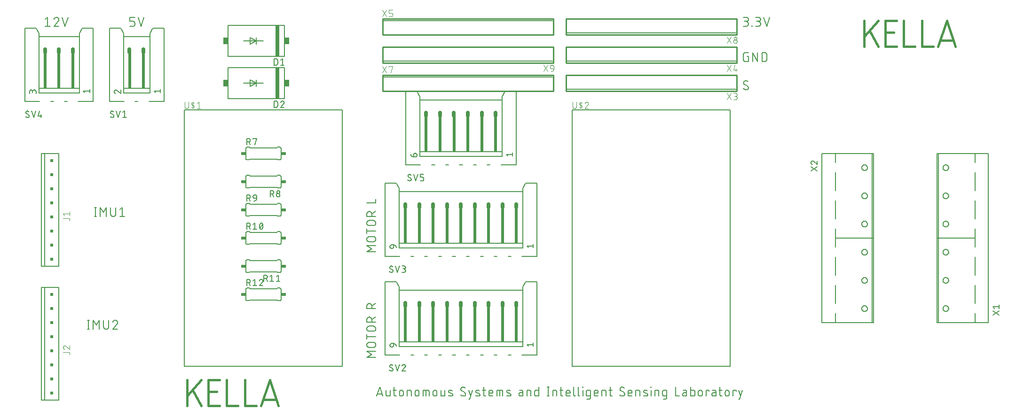
<source format=gbr>
G04 EAGLE Gerber RS-274X export*
G75*
%MOMM*%
%FSLAX34Y34*%
%LPD*%
%INSilkscreen Top*%
%IPPOS*%
%AMOC8*
5,1,8,0,0,1.08239X$1,22.5*%
G01*
%ADD10C,0.152400*%
%ADD11C,0.406400*%
%ADD12R,0.762000X5.588000*%
%ADD13R,0.889000X1.270000*%
%ADD14C,0.127000*%
%ADD15R,0.508000X0.508000*%
%ADD16C,0.101600*%
%ADD17C,0.660400*%
%ADD18R,0.609600X6.604000*%
%ADD19C,0.254000*%
%ADD20R,0.863600X0.609600*%


D10*
X64262Y711906D02*
X68778Y715518D01*
X68778Y699262D01*
X73293Y699262D02*
X64262Y699262D01*
X84860Y715518D02*
X84985Y715516D01*
X85110Y715510D01*
X85235Y715501D01*
X85359Y715487D01*
X85483Y715470D01*
X85607Y715449D01*
X85729Y715424D01*
X85851Y715395D01*
X85972Y715363D01*
X86092Y715327D01*
X86211Y715287D01*
X86328Y715244D01*
X86444Y715197D01*
X86559Y715146D01*
X86671Y715092D01*
X86783Y715034D01*
X86892Y714974D01*
X86999Y714909D01*
X87105Y714842D01*
X87208Y714771D01*
X87309Y714697D01*
X87408Y714620D01*
X87504Y714540D01*
X87598Y714457D01*
X87689Y714372D01*
X87778Y714283D01*
X87863Y714192D01*
X87946Y714098D01*
X88026Y714002D01*
X88103Y713903D01*
X88177Y713802D01*
X88248Y713699D01*
X88315Y713593D01*
X88380Y713486D01*
X88440Y713377D01*
X88498Y713265D01*
X88552Y713153D01*
X88603Y713038D01*
X88650Y712922D01*
X88693Y712805D01*
X88733Y712686D01*
X88769Y712566D01*
X88801Y712445D01*
X88830Y712323D01*
X88855Y712201D01*
X88876Y712077D01*
X88893Y711953D01*
X88907Y711829D01*
X88916Y711704D01*
X88922Y711579D01*
X88924Y711454D01*
X84860Y715518D02*
X84717Y715516D01*
X84575Y715510D01*
X84432Y715500D01*
X84290Y715487D01*
X84149Y715469D01*
X84007Y715448D01*
X83867Y715423D01*
X83727Y715394D01*
X83588Y715361D01*
X83450Y715324D01*
X83313Y715284D01*
X83178Y715240D01*
X83043Y715192D01*
X82910Y715140D01*
X82778Y715085D01*
X82648Y715026D01*
X82520Y714964D01*
X82393Y714898D01*
X82268Y714829D01*
X82145Y714757D01*
X82025Y714681D01*
X81906Y714602D01*
X81789Y714519D01*
X81675Y714434D01*
X81563Y714345D01*
X81454Y714254D01*
X81347Y714159D01*
X81242Y714062D01*
X81141Y713961D01*
X81042Y713858D01*
X80946Y713753D01*
X80853Y713644D01*
X80763Y713533D01*
X80676Y713420D01*
X80592Y713305D01*
X80512Y713187D01*
X80434Y713067D01*
X80360Y712945D01*
X80290Y712821D01*
X80222Y712695D01*
X80159Y712567D01*
X80098Y712438D01*
X80041Y712307D01*
X79988Y712175D01*
X79939Y712041D01*
X79893Y711906D01*
X87569Y708293D02*
X87663Y708385D01*
X87753Y708479D01*
X87841Y708576D01*
X87926Y708676D01*
X88008Y708778D01*
X88087Y708883D01*
X88162Y708990D01*
X88234Y709099D01*
X88303Y709210D01*
X88369Y709324D01*
X88431Y709439D01*
X88490Y709556D01*
X88545Y709675D01*
X88596Y709795D01*
X88644Y709917D01*
X88689Y710040D01*
X88729Y710164D01*
X88766Y710290D01*
X88799Y710417D01*
X88828Y710544D01*
X88854Y710673D01*
X88875Y710802D01*
X88893Y710932D01*
X88906Y711062D01*
X88916Y711192D01*
X88922Y711323D01*
X88924Y711454D01*
X87570Y708293D02*
X79893Y699262D01*
X88924Y699262D01*
X100040Y699262D02*
X94621Y715518D01*
X105459Y715518D02*
X100040Y699262D01*
X216662Y699262D02*
X222081Y699262D01*
X222199Y699264D01*
X222317Y699270D01*
X222435Y699279D01*
X222552Y699293D01*
X222669Y699310D01*
X222786Y699331D01*
X222901Y699356D01*
X223016Y699385D01*
X223130Y699418D01*
X223242Y699454D01*
X223353Y699494D01*
X223463Y699537D01*
X223572Y699584D01*
X223679Y699634D01*
X223784Y699689D01*
X223887Y699746D01*
X223988Y699807D01*
X224088Y699871D01*
X224185Y699938D01*
X224280Y700008D01*
X224372Y700082D01*
X224463Y700158D01*
X224550Y700238D01*
X224635Y700320D01*
X224717Y700405D01*
X224797Y700492D01*
X224873Y700583D01*
X224947Y700675D01*
X225017Y700770D01*
X225084Y700867D01*
X225148Y700967D01*
X225209Y701068D01*
X225266Y701171D01*
X225321Y701276D01*
X225371Y701383D01*
X225418Y701492D01*
X225461Y701602D01*
X225501Y701713D01*
X225537Y701825D01*
X225570Y701939D01*
X225599Y702054D01*
X225624Y702169D01*
X225645Y702286D01*
X225662Y702403D01*
X225676Y702520D01*
X225685Y702638D01*
X225691Y702756D01*
X225693Y702874D01*
X225693Y704681D01*
X225691Y704799D01*
X225685Y704917D01*
X225676Y705035D01*
X225662Y705152D01*
X225645Y705269D01*
X225624Y705386D01*
X225599Y705501D01*
X225570Y705616D01*
X225537Y705730D01*
X225501Y705842D01*
X225461Y705953D01*
X225418Y706063D01*
X225371Y706172D01*
X225321Y706279D01*
X225266Y706384D01*
X225209Y706487D01*
X225148Y706588D01*
X225084Y706688D01*
X225017Y706785D01*
X224947Y706880D01*
X224873Y706972D01*
X224797Y707063D01*
X224717Y707150D01*
X224635Y707235D01*
X224550Y707317D01*
X224463Y707397D01*
X224372Y707473D01*
X224280Y707547D01*
X224185Y707617D01*
X224088Y707684D01*
X223988Y707748D01*
X223887Y707809D01*
X223784Y707866D01*
X223679Y707921D01*
X223572Y707971D01*
X223463Y708018D01*
X223353Y708061D01*
X223242Y708101D01*
X223130Y708137D01*
X223016Y708170D01*
X222901Y708199D01*
X222786Y708224D01*
X222669Y708245D01*
X222552Y708262D01*
X222435Y708276D01*
X222317Y708285D01*
X222199Y708291D01*
X222081Y708293D01*
X216662Y708293D01*
X216662Y715518D01*
X225693Y715518D01*
X231390Y715518D02*
X236809Y699262D01*
X242227Y715518D01*
X154968Y372618D02*
X154968Y356362D01*
X153162Y356362D02*
X156774Y356362D01*
X156774Y372618D02*
X153162Y372618D01*
X163618Y372618D02*
X163618Y356362D01*
X169036Y363587D02*
X163618Y372618D01*
X169036Y363587D02*
X174455Y372618D01*
X174455Y356362D01*
X182236Y360878D02*
X182236Y372618D01*
X182236Y360878D02*
X182238Y360745D01*
X182244Y360613D01*
X182254Y360481D01*
X182267Y360349D01*
X182285Y360217D01*
X182306Y360087D01*
X182331Y359956D01*
X182360Y359827D01*
X182393Y359699D01*
X182429Y359571D01*
X182469Y359445D01*
X182513Y359320D01*
X182561Y359196D01*
X182612Y359074D01*
X182667Y358953D01*
X182725Y358834D01*
X182787Y358716D01*
X182852Y358601D01*
X182921Y358487D01*
X182992Y358376D01*
X183068Y358267D01*
X183146Y358160D01*
X183227Y358055D01*
X183312Y357953D01*
X183399Y357853D01*
X183489Y357756D01*
X183582Y357661D01*
X183678Y357570D01*
X183776Y357481D01*
X183877Y357395D01*
X183981Y357312D01*
X184087Y357232D01*
X184195Y357156D01*
X184305Y357082D01*
X184418Y357012D01*
X184532Y356945D01*
X184649Y356882D01*
X184767Y356822D01*
X184887Y356765D01*
X185009Y356712D01*
X185132Y356663D01*
X185256Y356617D01*
X185382Y356575D01*
X185509Y356537D01*
X185637Y356502D01*
X185766Y356471D01*
X185895Y356444D01*
X186026Y356421D01*
X186157Y356401D01*
X186289Y356386D01*
X186421Y356374D01*
X186553Y356366D01*
X186686Y356362D01*
X186818Y356362D01*
X186951Y356366D01*
X187083Y356374D01*
X187215Y356386D01*
X187347Y356401D01*
X187478Y356421D01*
X187609Y356444D01*
X187738Y356471D01*
X187867Y356502D01*
X187995Y356537D01*
X188122Y356575D01*
X188248Y356617D01*
X188372Y356663D01*
X188495Y356712D01*
X188617Y356765D01*
X188737Y356822D01*
X188855Y356882D01*
X188972Y356945D01*
X189086Y357012D01*
X189199Y357082D01*
X189309Y357156D01*
X189417Y357232D01*
X189523Y357312D01*
X189627Y357395D01*
X189728Y357481D01*
X189826Y357570D01*
X189922Y357661D01*
X190015Y357756D01*
X190105Y357853D01*
X190192Y357953D01*
X190277Y358055D01*
X190358Y358160D01*
X190436Y358267D01*
X190512Y358376D01*
X190583Y358487D01*
X190652Y358601D01*
X190717Y358716D01*
X190779Y358834D01*
X190837Y358953D01*
X190892Y359074D01*
X190943Y359196D01*
X190991Y359320D01*
X191035Y359445D01*
X191075Y359571D01*
X191111Y359699D01*
X191144Y359827D01*
X191173Y359956D01*
X191198Y360087D01*
X191219Y360217D01*
X191237Y360349D01*
X191250Y360481D01*
X191260Y360613D01*
X191266Y360745D01*
X191268Y360878D01*
X191267Y360878D02*
X191267Y372618D01*
X198388Y369006D02*
X202904Y372618D01*
X202904Y356362D01*
X198388Y356362D02*
X207420Y356362D01*
X142268Y169418D02*
X142268Y153162D01*
X140462Y153162D02*
X144074Y153162D01*
X144074Y169418D02*
X140462Y169418D01*
X150918Y169418D02*
X150918Y153162D01*
X156336Y160387D02*
X150918Y169418D01*
X156336Y160387D02*
X161755Y169418D01*
X161755Y153162D01*
X169536Y157678D02*
X169536Y169418D01*
X169536Y157678D02*
X169538Y157545D01*
X169544Y157413D01*
X169554Y157281D01*
X169567Y157149D01*
X169585Y157017D01*
X169606Y156887D01*
X169631Y156756D01*
X169660Y156627D01*
X169693Y156499D01*
X169729Y156371D01*
X169769Y156245D01*
X169813Y156120D01*
X169861Y155996D01*
X169912Y155874D01*
X169967Y155753D01*
X170025Y155634D01*
X170087Y155516D01*
X170152Y155401D01*
X170221Y155287D01*
X170292Y155176D01*
X170368Y155067D01*
X170446Y154960D01*
X170527Y154855D01*
X170612Y154753D01*
X170699Y154653D01*
X170789Y154556D01*
X170882Y154461D01*
X170978Y154370D01*
X171076Y154281D01*
X171177Y154195D01*
X171281Y154112D01*
X171387Y154032D01*
X171495Y153956D01*
X171605Y153882D01*
X171718Y153812D01*
X171832Y153745D01*
X171949Y153682D01*
X172067Y153622D01*
X172187Y153565D01*
X172309Y153512D01*
X172432Y153463D01*
X172556Y153417D01*
X172682Y153375D01*
X172809Y153337D01*
X172937Y153302D01*
X173066Y153271D01*
X173195Y153244D01*
X173326Y153221D01*
X173457Y153201D01*
X173589Y153186D01*
X173721Y153174D01*
X173853Y153166D01*
X173986Y153162D01*
X174118Y153162D01*
X174251Y153166D01*
X174383Y153174D01*
X174515Y153186D01*
X174647Y153201D01*
X174778Y153221D01*
X174909Y153244D01*
X175038Y153271D01*
X175167Y153302D01*
X175295Y153337D01*
X175422Y153375D01*
X175548Y153417D01*
X175672Y153463D01*
X175795Y153512D01*
X175917Y153565D01*
X176037Y153622D01*
X176155Y153682D01*
X176272Y153745D01*
X176386Y153812D01*
X176499Y153882D01*
X176609Y153956D01*
X176717Y154032D01*
X176823Y154112D01*
X176927Y154195D01*
X177028Y154281D01*
X177126Y154370D01*
X177222Y154461D01*
X177315Y154556D01*
X177405Y154653D01*
X177492Y154753D01*
X177577Y154855D01*
X177658Y154960D01*
X177736Y155067D01*
X177812Y155176D01*
X177883Y155287D01*
X177952Y155401D01*
X178017Y155516D01*
X178079Y155634D01*
X178137Y155753D01*
X178192Y155874D01*
X178243Y155996D01*
X178291Y156120D01*
X178335Y156245D01*
X178375Y156371D01*
X178411Y156499D01*
X178444Y156627D01*
X178473Y156756D01*
X178498Y156887D01*
X178519Y157017D01*
X178537Y157149D01*
X178550Y157281D01*
X178560Y157413D01*
X178566Y157545D01*
X178568Y157678D01*
X178567Y157678D02*
X178567Y169418D01*
X190656Y169418D02*
X190781Y169416D01*
X190906Y169410D01*
X191031Y169401D01*
X191155Y169387D01*
X191279Y169370D01*
X191403Y169349D01*
X191525Y169324D01*
X191647Y169295D01*
X191768Y169263D01*
X191888Y169227D01*
X192007Y169187D01*
X192124Y169144D01*
X192240Y169097D01*
X192355Y169046D01*
X192467Y168992D01*
X192579Y168934D01*
X192688Y168874D01*
X192795Y168809D01*
X192901Y168742D01*
X193004Y168671D01*
X193105Y168597D01*
X193204Y168520D01*
X193300Y168440D01*
X193394Y168357D01*
X193485Y168272D01*
X193574Y168183D01*
X193659Y168092D01*
X193742Y167998D01*
X193822Y167902D01*
X193899Y167803D01*
X193973Y167702D01*
X194044Y167599D01*
X194111Y167493D01*
X194176Y167386D01*
X194236Y167277D01*
X194294Y167165D01*
X194348Y167053D01*
X194399Y166938D01*
X194446Y166822D01*
X194489Y166705D01*
X194529Y166586D01*
X194565Y166466D01*
X194597Y166345D01*
X194626Y166223D01*
X194651Y166101D01*
X194672Y165977D01*
X194689Y165853D01*
X194703Y165729D01*
X194712Y165604D01*
X194718Y165479D01*
X194720Y165354D01*
X190656Y169418D02*
X190513Y169416D01*
X190371Y169410D01*
X190228Y169400D01*
X190086Y169387D01*
X189945Y169369D01*
X189803Y169348D01*
X189663Y169323D01*
X189523Y169294D01*
X189384Y169261D01*
X189246Y169224D01*
X189109Y169184D01*
X188974Y169140D01*
X188839Y169092D01*
X188706Y169040D01*
X188574Y168985D01*
X188444Y168926D01*
X188316Y168864D01*
X188189Y168798D01*
X188064Y168729D01*
X187941Y168657D01*
X187821Y168581D01*
X187702Y168502D01*
X187585Y168419D01*
X187471Y168334D01*
X187359Y168245D01*
X187250Y168154D01*
X187143Y168059D01*
X187038Y167962D01*
X186937Y167861D01*
X186838Y167758D01*
X186742Y167653D01*
X186649Y167544D01*
X186559Y167433D01*
X186472Y167320D01*
X186388Y167205D01*
X186308Y167087D01*
X186230Y166967D01*
X186156Y166845D01*
X186086Y166721D01*
X186018Y166595D01*
X185955Y166467D01*
X185894Y166338D01*
X185837Y166207D01*
X185784Y166075D01*
X185735Y165941D01*
X185689Y165806D01*
X193364Y162193D02*
X193458Y162285D01*
X193548Y162379D01*
X193636Y162476D01*
X193721Y162576D01*
X193803Y162678D01*
X193882Y162783D01*
X193957Y162890D01*
X194029Y162999D01*
X194098Y163110D01*
X194164Y163224D01*
X194226Y163339D01*
X194285Y163456D01*
X194340Y163575D01*
X194391Y163695D01*
X194439Y163817D01*
X194484Y163940D01*
X194524Y164064D01*
X194561Y164190D01*
X194594Y164317D01*
X194623Y164444D01*
X194649Y164573D01*
X194670Y164702D01*
X194688Y164832D01*
X194701Y164962D01*
X194711Y165092D01*
X194717Y165223D01*
X194719Y165354D01*
X193365Y162193D02*
X185688Y153162D01*
X194720Y153162D01*
X643382Y292862D02*
X659638Y292862D01*
X652413Y298281D02*
X643382Y292862D01*
X652413Y298281D02*
X643382Y303699D01*
X659638Y303699D01*
X655122Y310959D02*
X647898Y310959D01*
X647765Y310961D01*
X647633Y310967D01*
X647501Y310977D01*
X647369Y310990D01*
X647237Y311008D01*
X647107Y311029D01*
X646976Y311054D01*
X646847Y311083D01*
X646719Y311116D01*
X646591Y311152D01*
X646465Y311192D01*
X646340Y311236D01*
X646216Y311284D01*
X646094Y311335D01*
X645973Y311390D01*
X645854Y311448D01*
X645736Y311510D01*
X645621Y311575D01*
X645507Y311644D01*
X645396Y311715D01*
X645287Y311791D01*
X645180Y311869D01*
X645075Y311950D01*
X644973Y312035D01*
X644873Y312122D01*
X644776Y312212D01*
X644681Y312305D01*
X644590Y312401D01*
X644501Y312499D01*
X644415Y312600D01*
X644332Y312704D01*
X644252Y312810D01*
X644176Y312918D01*
X644102Y313028D01*
X644032Y313141D01*
X643965Y313255D01*
X643902Y313372D01*
X643842Y313490D01*
X643785Y313610D01*
X643732Y313732D01*
X643683Y313855D01*
X643637Y313979D01*
X643595Y314105D01*
X643557Y314232D01*
X643522Y314360D01*
X643491Y314489D01*
X643464Y314618D01*
X643441Y314749D01*
X643421Y314880D01*
X643406Y315012D01*
X643394Y315144D01*
X643386Y315276D01*
X643382Y315409D01*
X643382Y315541D01*
X643386Y315674D01*
X643394Y315806D01*
X643406Y315938D01*
X643421Y316070D01*
X643441Y316201D01*
X643464Y316332D01*
X643491Y316461D01*
X643522Y316590D01*
X643557Y316718D01*
X643595Y316845D01*
X643637Y316971D01*
X643683Y317095D01*
X643732Y317218D01*
X643785Y317340D01*
X643842Y317460D01*
X643902Y317578D01*
X643965Y317695D01*
X644032Y317809D01*
X644102Y317922D01*
X644176Y318032D01*
X644252Y318140D01*
X644332Y318246D01*
X644415Y318350D01*
X644501Y318451D01*
X644590Y318549D01*
X644681Y318645D01*
X644776Y318738D01*
X644873Y318828D01*
X644973Y318915D01*
X645075Y319000D01*
X645180Y319081D01*
X645287Y319159D01*
X645396Y319235D01*
X645507Y319306D01*
X645621Y319375D01*
X645736Y319440D01*
X645854Y319502D01*
X645973Y319560D01*
X646094Y319615D01*
X646216Y319666D01*
X646340Y319714D01*
X646465Y319758D01*
X646591Y319798D01*
X646719Y319834D01*
X646847Y319867D01*
X646976Y319896D01*
X647107Y319921D01*
X647237Y319942D01*
X647369Y319960D01*
X647501Y319973D01*
X647633Y319983D01*
X647765Y319989D01*
X647898Y319991D01*
X655122Y319991D01*
X655255Y319989D01*
X655387Y319983D01*
X655519Y319973D01*
X655651Y319960D01*
X655783Y319942D01*
X655913Y319921D01*
X656044Y319896D01*
X656173Y319867D01*
X656301Y319834D01*
X656429Y319798D01*
X656555Y319758D01*
X656680Y319714D01*
X656804Y319666D01*
X656926Y319615D01*
X657047Y319560D01*
X657166Y319502D01*
X657284Y319440D01*
X657399Y319375D01*
X657513Y319306D01*
X657624Y319235D01*
X657733Y319159D01*
X657840Y319081D01*
X657945Y319000D01*
X658047Y318915D01*
X658147Y318828D01*
X658244Y318738D01*
X658339Y318645D01*
X658430Y318549D01*
X658519Y318451D01*
X658605Y318350D01*
X658688Y318246D01*
X658768Y318140D01*
X658844Y318032D01*
X658918Y317922D01*
X658988Y317809D01*
X659055Y317695D01*
X659118Y317578D01*
X659178Y317460D01*
X659235Y317340D01*
X659288Y317218D01*
X659337Y317095D01*
X659383Y316971D01*
X659425Y316845D01*
X659463Y316718D01*
X659498Y316590D01*
X659529Y316461D01*
X659556Y316332D01*
X659579Y316201D01*
X659599Y316070D01*
X659614Y315938D01*
X659626Y315806D01*
X659634Y315674D01*
X659638Y315541D01*
X659638Y315409D01*
X659634Y315276D01*
X659626Y315144D01*
X659614Y315012D01*
X659599Y314880D01*
X659579Y314749D01*
X659556Y314618D01*
X659529Y314489D01*
X659498Y314360D01*
X659463Y314232D01*
X659425Y314105D01*
X659383Y313979D01*
X659337Y313855D01*
X659288Y313732D01*
X659235Y313610D01*
X659178Y313490D01*
X659118Y313372D01*
X659055Y313255D01*
X658988Y313141D01*
X658918Y313028D01*
X658844Y312918D01*
X658768Y312810D01*
X658688Y312704D01*
X658605Y312600D01*
X658519Y312499D01*
X658430Y312401D01*
X658339Y312305D01*
X658244Y312212D01*
X658147Y312122D01*
X658047Y312035D01*
X657945Y311950D01*
X657840Y311869D01*
X657733Y311791D01*
X657624Y311715D01*
X657513Y311644D01*
X657399Y311575D01*
X657284Y311510D01*
X657166Y311448D01*
X657047Y311390D01*
X656926Y311335D01*
X656804Y311284D01*
X656680Y311236D01*
X656555Y311192D01*
X656429Y311152D01*
X656301Y311116D01*
X656173Y311083D01*
X656044Y311054D01*
X655913Y311029D01*
X655783Y311008D01*
X655651Y310990D01*
X655519Y310977D01*
X655387Y310967D01*
X655255Y310961D01*
X655122Y310959D01*
X659638Y330064D02*
X643382Y330064D01*
X643382Y325549D02*
X643382Y334580D01*
X647898Y340138D02*
X655122Y340138D01*
X647898Y340137D02*
X647765Y340139D01*
X647633Y340145D01*
X647501Y340155D01*
X647369Y340168D01*
X647237Y340186D01*
X647107Y340207D01*
X646976Y340232D01*
X646847Y340261D01*
X646719Y340294D01*
X646591Y340330D01*
X646465Y340370D01*
X646340Y340414D01*
X646216Y340462D01*
X646094Y340513D01*
X645973Y340568D01*
X645854Y340626D01*
X645736Y340688D01*
X645621Y340753D01*
X645507Y340822D01*
X645396Y340893D01*
X645287Y340969D01*
X645180Y341047D01*
X645075Y341128D01*
X644973Y341213D01*
X644873Y341300D01*
X644776Y341390D01*
X644681Y341483D01*
X644590Y341579D01*
X644501Y341677D01*
X644415Y341778D01*
X644332Y341882D01*
X644252Y341988D01*
X644176Y342096D01*
X644102Y342206D01*
X644032Y342319D01*
X643965Y342433D01*
X643902Y342550D01*
X643842Y342668D01*
X643785Y342788D01*
X643732Y342910D01*
X643683Y343033D01*
X643637Y343157D01*
X643595Y343283D01*
X643557Y343410D01*
X643522Y343538D01*
X643491Y343667D01*
X643464Y343796D01*
X643441Y343927D01*
X643421Y344058D01*
X643406Y344190D01*
X643394Y344322D01*
X643386Y344454D01*
X643382Y344587D01*
X643382Y344719D01*
X643386Y344852D01*
X643394Y344984D01*
X643406Y345116D01*
X643421Y345248D01*
X643441Y345379D01*
X643464Y345510D01*
X643491Y345639D01*
X643522Y345768D01*
X643557Y345896D01*
X643595Y346023D01*
X643637Y346149D01*
X643683Y346273D01*
X643732Y346396D01*
X643785Y346518D01*
X643842Y346638D01*
X643902Y346756D01*
X643965Y346873D01*
X644032Y346987D01*
X644102Y347100D01*
X644176Y347210D01*
X644252Y347318D01*
X644332Y347424D01*
X644415Y347528D01*
X644501Y347629D01*
X644590Y347727D01*
X644681Y347823D01*
X644776Y347916D01*
X644873Y348006D01*
X644973Y348093D01*
X645075Y348178D01*
X645180Y348259D01*
X645287Y348337D01*
X645396Y348413D01*
X645507Y348484D01*
X645621Y348553D01*
X645736Y348618D01*
X645854Y348680D01*
X645973Y348738D01*
X646094Y348793D01*
X646216Y348844D01*
X646340Y348892D01*
X646465Y348936D01*
X646591Y348976D01*
X646719Y349012D01*
X646847Y349045D01*
X646976Y349074D01*
X647107Y349099D01*
X647237Y349120D01*
X647369Y349138D01*
X647501Y349151D01*
X647633Y349161D01*
X647765Y349167D01*
X647898Y349169D01*
X655122Y349169D01*
X655255Y349167D01*
X655387Y349161D01*
X655519Y349151D01*
X655651Y349138D01*
X655783Y349120D01*
X655913Y349099D01*
X656044Y349074D01*
X656173Y349045D01*
X656301Y349012D01*
X656429Y348976D01*
X656555Y348936D01*
X656680Y348892D01*
X656804Y348844D01*
X656926Y348793D01*
X657047Y348738D01*
X657166Y348680D01*
X657284Y348618D01*
X657399Y348553D01*
X657513Y348484D01*
X657624Y348413D01*
X657733Y348337D01*
X657840Y348259D01*
X657945Y348178D01*
X658047Y348093D01*
X658147Y348006D01*
X658244Y347916D01*
X658339Y347823D01*
X658430Y347727D01*
X658519Y347629D01*
X658605Y347528D01*
X658688Y347424D01*
X658768Y347318D01*
X658844Y347210D01*
X658918Y347100D01*
X658988Y346987D01*
X659055Y346873D01*
X659118Y346756D01*
X659178Y346638D01*
X659235Y346518D01*
X659288Y346396D01*
X659337Y346273D01*
X659383Y346149D01*
X659425Y346023D01*
X659463Y345896D01*
X659498Y345768D01*
X659529Y345639D01*
X659556Y345510D01*
X659579Y345379D01*
X659599Y345248D01*
X659614Y345116D01*
X659626Y344984D01*
X659634Y344852D01*
X659638Y344719D01*
X659638Y344587D01*
X659634Y344454D01*
X659626Y344322D01*
X659614Y344190D01*
X659599Y344058D01*
X659579Y343927D01*
X659556Y343796D01*
X659529Y343667D01*
X659498Y343538D01*
X659463Y343410D01*
X659425Y343283D01*
X659383Y343157D01*
X659337Y343033D01*
X659288Y342910D01*
X659235Y342788D01*
X659178Y342668D01*
X659118Y342550D01*
X659055Y342433D01*
X658988Y342319D01*
X658918Y342206D01*
X658844Y342096D01*
X658768Y341988D01*
X658688Y341882D01*
X658605Y341778D01*
X658519Y341677D01*
X658430Y341579D01*
X658339Y341483D01*
X658244Y341390D01*
X658147Y341300D01*
X658047Y341213D01*
X657945Y341128D01*
X657840Y341047D01*
X657733Y340969D01*
X657624Y340893D01*
X657513Y340822D01*
X657399Y340753D01*
X657284Y340688D01*
X657166Y340626D01*
X657047Y340568D01*
X656926Y340513D01*
X656804Y340462D01*
X656680Y340414D01*
X656555Y340370D01*
X656429Y340330D01*
X656301Y340294D01*
X656173Y340261D01*
X656044Y340232D01*
X655913Y340207D01*
X655783Y340186D01*
X655651Y340168D01*
X655519Y340155D01*
X655387Y340145D01*
X655255Y340139D01*
X655122Y340137D01*
X659638Y356382D02*
X643382Y356382D01*
X643382Y360897D01*
X643384Y361030D01*
X643390Y361162D01*
X643400Y361294D01*
X643413Y361426D01*
X643431Y361558D01*
X643452Y361688D01*
X643477Y361819D01*
X643506Y361948D01*
X643539Y362076D01*
X643575Y362204D01*
X643615Y362330D01*
X643659Y362455D01*
X643707Y362579D01*
X643758Y362701D01*
X643813Y362822D01*
X643871Y362941D01*
X643933Y363059D01*
X643998Y363174D01*
X644067Y363288D01*
X644138Y363399D01*
X644214Y363508D01*
X644292Y363615D01*
X644373Y363720D01*
X644458Y363822D01*
X644545Y363922D01*
X644635Y364019D01*
X644728Y364114D01*
X644824Y364205D01*
X644922Y364294D01*
X645023Y364380D01*
X645127Y364463D01*
X645233Y364543D01*
X645341Y364619D01*
X645451Y364693D01*
X645564Y364763D01*
X645678Y364830D01*
X645795Y364893D01*
X645913Y364953D01*
X646033Y365010D01*
X646155Y365063D01*
X646278Y365112D01*
X646402Y365158D01*
X646528Y365200D01*
X646655Y365238D01*
X646783Y365273D01*
X646912Y365304D01*
X647041Y365331D01*
X647172Y365354D01*
X647303Y365374D01*
X647435Y365389D01*
X647567Y365401D01*
X647699Y365409D01*
X647832Y365413D01*
X647964Y365413D01*
X648097Y365409D01*
X648229Y365401D01*
X648361Y365389D01*
X648493Y365374D01*
X648624Y365354D01*
X648755Y365331D01*
X648884Y365304D01*
X649013Y365273D01*
X649141Y365238D01*
X649268Y365200D01*
X649394Y365158D01*
X649518Y365112D01*
X649641Y365063D01*
X649763Y365010D01*
X649883Y364953D01*
X650001Y364893D01*
X650118Y364830D01*
X650232Y364763D01*
X650345Y364693D01*
X650455Y364619D01*
X650563Y364543D01*
X650669Y364463D01*
X650773Y364380D01*
X650874Y364294D01*
X650972Y364205D01*
X651068Y364114D01*
X651161Y364019D01*
X651251Y363922D01*
X651338Y363822D01*
X651423Y363720D01*
X651504Y363615D01*
X651582Y363508D01*
X651658Y363399D01*
X651729Y363288D01*
X651798Y363174D01*
X651863Y363059D01*
X651925Y362941D01*
X651983Y362822D01*
X652038Y362701D01*
X652089Y362579D01*
X652137Y362455D01*
X652181Y362330D01*
X652221Y362204D01*
X652257Y362076D01*
X652290Y361948D01*
X652319Y361819D01*
X652344Y361688D01*
X652365Y361558D01*
X652383Y361426D01*
X652396Y361294D01*
X652406Y361162D01*
X652412Y361030D01*
X652414Y360897D01*
X652413Y360897D02*
X652413Y356382D01*
X652413Y361800D02*
X659638Y365413D01*
X659638Y380809D02*
X643382Y380809D01*
X659638Y380809D02*
X659638Y388034D01*
X659638Y102362D02*
X643382Y102362D01*
X652413Y107781D01*
X643382Y113199D01*
X659638Y113199D01*
X655122Y120459D02*
X647898Y120459D01*
X647765Y120461D01*
X647633Y120467D01*
X647501Y120477D01*
X647369Y120490D01*
X647237Y120508D01*
X647107Y120529D01*
X646976Y120554D01*
X646847Y120583D01*
X646719Y120616D01*
X646591Y120652D01*
X646465Y120692D01*
X646340Y120736D01*
X646216Y120784D01*
X646094Y120835D01*
X645973Y120890D01*
X645854Y120948D01*
X645736Y121010D01*
X645621Y121075D01*
X645507Y121144D01*
X645396Y121215D01*
X645287Y121291D01*
X645180Y121369D01*
X645075Y121450D01*
X644973Y121535D01*
X644873Y121622D01*
X644776Y121712D01*
X644681Y121805D01*
X644590Y121901D01*
X644501Y121999D01*
X644415Y122100D01*
X644332Y122204D01*
X644252Y122310D01*
X644176Y122418D01*
X644102Y122528D01*
X644032Y122641D01*
X643965Y122755D01*
X643902Y122872D01*
X643842Y122990D01*
X643785Y123110D01*
X643732Y123232D01*
X643683Y123355D01*
X643637Y123479D01*
X643595Y123605D01*
X643557Y123732D01*
X643522Y123860D01*
X643491Y123989D01*
X643464Y124118D01*
X643441Y124249D01*
X643421Y124380D01*
X643406Y124512D01*
X643394Y124644D01*
X643386Y124776D01*
X643382Y124909D01*
X643382Y125041D01*
X643386Y125174D01*
X643394Y125306D01*
X643406Y125438D01*
X643421Y125570D01*
X643441Y125701D01*
X643464Y125832D01*
X643491Y125961D01*
X643522Y126090D01*
X643557Y126218D01*
X643595Y126345D01*
X643637Y126471D01*
X643683Y126595D01*
X643732Y126718D01*
X643785Y126840D01*
X643842Y126960D01*
X643902Y127078D01*
X643965Y127195D01*
X644032Y127309D01*
X644102Y127422D01*
X644176Y127532D01*
X644252Y127640D01*
X644332Y127746D01*
X644415Y127850D01*
X644501Y127951D01*
X644590Y128049D01*
X644681Y128145D01*
X644776Y128238D01*
X644873Y128328D01*
X644973Y128415D01*
X645075Y128500D01*
X645180Y128581D01*
X645287Y128659D01*
X645396Y128735D01*
X645507Y128806D01*
X645621Y128875D01*
X645736Y128940D01*
X645854Y129002D01*
X645973Y129060D01*
X646094Y129115D01*
X646216Y129166D01*
X646340Y129214D01*
X646465Y129258D01*
X646591Y129298D01*
X646719Y129334D01*
X646847Y129367D01*
X646976Y129396D01*
X647107Y129421D01*
X647237Y129442D01*
X647369Y129460D01*
X647501Y129473D01*
X647633Y129483D01*
X647765Y129489D01*
X647898Y129491D01*
X655122Y129491D01*
X655255Y129489D01*
X655387Y129483D01*
X655519Y129473D01*
X655651Y129460D01*
X655783Y129442D01*
X655913Y129421D01*
X656044Y129396D01*
X656173Y129367D01*
X656301Y129334D01*
X656429Y129298D01*
X656555Y129258D01*
X656680Y129214D01*
X656804Y129166D01*
X656926Y129115D01*
X657047Y129060D01*
X657166Y129002D01*
X657284Y128940D01*
X657399Y128875D01*
X657513Y128806D01*
X657624Y128735D01*
X657733Y128659D01*
X657840Y128581D01*
X657945Y128500D01*
X658047Y128415D01*
X658147Y128328D01*
X658244Y128238D01*
X658339Y128145D01*
X658430Y128049D01*
X658519Y127951D01*
X658605Y127850D01*
X658688Y127746D01*
X658768Y127640D01*
X658844Y127532D01*
X658918Y127422D01*
X658988Y127309D01*
X659055Y127195D01*
X659118Y127078D01*
X659178Y126960D01*
X659235Y126840D01*
X659288Y126718D01*
X659337Y126595D01*
X659383Y126471D01*
X659425Y126345D01*
X659463Y126218D01*
X659498Y126090D01*
X659529Y125961D01*
X659556Y125832D01*
X659579Y125701D01*
X659599Y125570D01*
X659614Y125438D01*
X659626Y125306D01*
X659634Y125174D01*
X659638Y125041D01*
X659638Y124909D01*
X659634Y124776D01*
X659626Y124644D01*
X659614Y124512D01*
X659599Y124380D01*
X659579Y124249D01*
X659556Y124118D01*
X659529Y123989D01*
X659498Y123860D01*
X659463Y123732D01*
X659425Y123605D01*
X659383Y123479D01*
X659337Y123355D01*
X659288Y123232D01*
X659235Y123110D01*
X659178Y122990D01*
X659118Y122872D01*
X659055Y122755D01*
X658988Y122641D01*
X658918Y122528D01*
X658844Y122418D01*
X658768Y122310D01*
X658688Y122204D01*
X658605Y122100D01*
X658519Y121999D01*
X658430Y121901D01*
X658339Y121805D01*
X658244Y121712D01*
X658147Y121622D01*
X658047Y121535D01*
X657945Y121450D01*
X657840Y121369D01*
X657733Y121291D01*
X657624Y121215D01*
X657513Y121144D01*
X657399Y121075D01*
X657284Y121010D01*
X657166Y120948D01*
X657047Y120890D01*
X656926Y120835D01*
X656804Y120784D01*
X656680Y120736D01*
X656555Y120692D01*
X656429Y120652D01*
X656301Y120616D01*
X656173Y120583D01*
X656044Y120554D01*
X655913Y120529D01*
X655783Y120508D01*
X655651Y120490D01*
X655519Y120477D01*
X655387Y120467D01*
X655255Y120461D01*
X655122Y120459D01*
X659638Y139564D02*
X643382Y139564D01*
X643382Y135049D02*
X643382Y144080D01*
X647898Y149638D02*
X655122Y149638D01*
X647898Y149637D02*
X647765Y149639D01*
X647633Y149645D01*
X647501Y149655D01*
X647369Y149668D01*
X647237Y149686D01*
X647107Y149707D01*
X646976Y149732D01*
X646847Y149761D01*
X646719Y149794D01*
X646591Y149830D01*
X646465Y149870D01*
X646340Y149914D01*
X646216Y149962D01*
X646094Y150013D01*
X645973Y150068D01*
X645854Y150126D01*
X645736Y150188D01*
X645621Y150253D01*
X645507Y150322D01*
X645396Y150393D01*
X645287Y150469D01*
X645180Y150547D01*
X645075Y150628D01*
X644973Y150713D01*
X644873Y150800D01*
X644776Y150890D01*
X644681Y150983D01*
X644590Y151079D01*
X644501Y151177D01*
X644415Y151278D01*
X644332Y151382D01*
X644252Y151488D01*
X644176Y151596D01*
X644102Y151706D01*
X644032Y151819D01*
X643965Y151933D01*
X643902Y152050D01*
X643842Y152168D01*
X643785Y152288D01*
X643732Y152410D01*
X643683Y152533D01*
X643637Y152657D01*
X643595Y152783D01*
X643557Y152910D01*
X643522Y153038D01*
X643491Y153167D01*
X643464Y153296D01*
X643441Y153427D01*
X643421Y153558D01*
X643406Y153690D01*
X643394Y153822D01*
X643386Y153954D01*
X643382Y154087D01*
X643382Y154219D01*
X643386Y154352D01*
X643394Y154484D01*
X643406Y154616D01*
X643421Y154748D01*
X643441Y154879D01*
X643464Y155010D01*
X643491Y155139D01*
X643522Y155268D01*
X643557Y155396D01*
X643595Y155523D01*
X643637Y155649D01*
X643683Y155773D01*
X643732Y155896D01*
X643785Y156018D01*
X643842Y156138D01*
X643902Y156256D01*
X643965Y156373D01*
X644032Y156487D01*
X644102Y156600D01*
X644176Y156710D01*
X644252Y156818D01*
X644332Y156924D01*
X644415Y157028D01*
X644501Y157129D01*
X644590Y157227D01*
X644681Y157323D01*
X644776Y157416D01*
X644873Y157506D01*
X644973Y157593D01*
X645075Y157678D01*
X645180Y157759D01*
X645287Y157837D01*
X645396Y157913D01*
X645507Y157984D01*
X645621Y158053D01*
X645736Y158118D01*
X645854Y158180D01*
X645973Y158238D01*
X646094Y158293D01*
X646216Y158344D01*
X646340Y158392D01*
X646465Y158436D01*
X646591Y158476D01*
X646719Y158512D01*
X646847Y158545D01*
X646976Y158574D01*
X647107Y158599D01*
X647237Y158620D01*
X647369Y158638D01*
X647501Y158651D01*
X647633Y158661D01*
X647765Y158667D01*
X647898Y158669D01*
X655122Y158669D01*
X655255Y158667D01*
X655387Y158661D01*
X655519Y158651D01*
X655651Y158638D01*
X655783Y158620D01*
X655913Y158599D01*
X656044Y158574D01*
X656173Y158545D01*
X656301Y158512D01*
X656429Y158476D01*
X656555Y158436D01*
X656680Y158392D01*
X656804Y158344D01*
X656926Y158293D01*
X657047Y158238D01*
X657166Y158180D01*
X657284Y158118D01*
X657399Y158053D01*
X657513Y157984D01*
X657624Y157913D01*
X657733Y157837D01*
X657840Y157759D01*
X657945Y157678D01*
X658047Y157593D01*
X658147Y157506D01*
X658244Y157416D01*
X658339Y157323D01*
X658430Y157227D01*
X658519Y157129D01*
X658605Y157028D01*
X658688Y156924D01*
X658768Y156818D01*
X658844Y156710D01*
X658918Y156600D01*
X658988Y156487D01*
X659055Y156373D01*
X659118Y156256D01*
X659178Y156138D01*
X659235Y156018D01*
X659288Y155896D01*
X659337Y155773D01*
X659383Y155649D01*
X659425Y155523D01*
X659463Y155396D01*
X659498Y155268D01*
X659529Y155139D01*
X659556Y155010D01*
X659579Y154879D01*
X659599Y154748D01*
X659614Y154616D01*
X659626Y154484D01*
X659634Y154352D01*
X659638Y154219D01*
X659638Y154087D01*
X659634Y153954D01*
X659626Y153822D01*
X659614Y153690D01*
X659599Y153558D01*
X659579Y153427D01*
X659556Y153296D01*
X659529Y153167D01*
X659498Y153038D01*
X659463Y152910D01*
X659425Y152783D01*
X659383Y152657D01*
X659337Y152533D01*
X659288Y152410D01*
X659235Y152288D01*
X659178Y152168D01*
X659118Y152050D01*
X659055Y151933D01*
X658988Y151819D01*
X658918Y151706D01*
X658844Y151596D01*
X658768Y151488D01*
X658688Y151382D01*
X658605Y151278D01*
X658519Y151177D01*
X658430Y151079D01*
X658339Y150983D01*
X658244Y150890D01*
X658147Y150800D01*
X658047Y150713D01*
X657945Y150628D01*
X657840Y150547D01*
X657733Y150469D01*
X657624Y150393D01*
X657513Y150322D01*
X657399Y150253D01*
X657284Y150188D01*
X657166Y150126D01*
X657047Y150068D01*
X656926Y150013D01*
X656804Y149962D01*
X656680Y149914D01*
X656555Y149870D01*
X656429Y149830D01*
X656301Y149794D01*
X656173Y149761D01*
X656044Y149732D01*
X655913Y149707D01*
X655783Y149686D01*
X655651Y149668D01*
X655519Y149655D01*
X655387Y149645D01*
X655255Y149639D01*
X655122Y149637D01*
X659638Y165882D02*
X643382Y165882D01*
X643382Y170397D01*
X643384Y170530D01*
X643390Y170662D01*
X643400Y170794D01*
X643413Y170926D01*
X643431Y171058D01*
X643452Y171188D01*
X643477Y171319D01*
X643506Y171448D01*
X643539Y171576D01*
X643575Y171704D01*
X643615Y171830D01*
X643659Y171955D01*
X643707Y172079D01*
X643758Y172201D01*
X643813Y172322D01*
X643871Y172441D01*
X643933Y172559D01*
X643998Y172674D01*
X644067Y172788D01*
X644138Y172899D01*
X644214Y173008D01*
X644292Y173115D01*
X644373Y173220D01*
X644458Y173322D01*
X644545Y173422D01*
X644635Y173519D01*
X644728Y173614D01*
X644824Y173705D01*
X644922Y173794D01*
X645023Y173880D01*
X645127Y173963D01*
X645233Y174043D01*
X645341Y174119D01*
X645451Y174193D01*
X645564Y174263D01*
X645678Y174330D01*
X645795Y174393D01*
X645913Y174453D01*
X646033Y174510D01*
X646155Y174563D01*
X646278Y174612D01*
X646402Y174658D01*
X646528Y174700D01*
X646655Y174738D01*
X646783Y174773D01*
X646912Y174804D01*
X647041Y174831D01*
X647172Y174854D01*
X647303Y174874D01*
X647435Y174889D01*
X647567Y174901D01*
X647699Y174909D01*
X647832Y174913D01*
X647964Y174913D01*
X648097Y174909D01*
X648229Y174901D01*
X648361Y174889D01*
X648493Y174874D01*
X648624Y174854D01*
X648755Y174831D01*
X648884Y174804D01*
X649013Y174773D01*
X649141Y174738D01*
X649268Y174700D01*
X649394Y174658D01*
X649518Y174612D01*
X649641Y174563D01*
X649763Y174510D01*
X649883Y174453D01*
X650001Y174393D01*
X650118Y174330D01*
X650232Y174263D01*
X650345Y174193D01*
X650455Y174119D01*
X650563Y174043D01*
X650669Y173963D01*
X650773Y173880D01*
X650874Y173794D01*
X650972Y173705D01*
X651068Y173614D01*
X651161Y173519D01*
X651251Y173422D01*
X651338Y173322D01*
X651423Y173220D01*
X651504Y173115D01*
X651582Y173008D01*
X651658Y172899D01*
X651729Y172788D01*
X651798Y172674D01*
X651863Y172559D01*
X651925Y172441D01*
X651983Y172322D01*
X652038Y172201D01*
X652089Y172079D01*
X652137Y171955D01*
X652181Y171830D01*
X652221Y171704D01*
X652257Y171576D01*
X652290Y171448D01*
X652319Y171319D01*
X652344Y171188D01*
X652365Y171058D01*
X652383Y170926D01*
X652396Y170794D01*
X652406Y170662D01*
X652412Y170530D01*
X652414Y170397D01*
X652413Y170397D02*
X652413Y165882D01*
X652413Y171300D02*
X659638Y174913D01*
X659638Y190371D02*
X643382Y190371D01*
X643382Y194886D01*
X643384Y195019D01*
X643390Y195151D01*
X643400Y195283D01*
X643413Y195415D01*
X643431Y195547D01*
X643452Y195677D01*
X643477Y195808D01*
X643506Y195937D01*
X643539Y196065D01*
X643575Y196193D01*
X643615Y196319D01*
X643659Y196444D01*
X643707Y196568D01*
X643758Y196690D01*
X643813Y196811D01*
X643871Y196930D01*
X643933Y197048D01*
X643998Y197163D01*
X644067Y197277D01*
X644138Y197388D01*
X644214Y197497D01*
X644292Y197604D01*
X644373Y197709D01*
X644458Y197811D01*
X644545Y197911D01*
X644635Y198008D01*
X644728Y198103D01*
X644824Y198194D01*
X644922Y198283D01*
X645023Y198369D01*
X645127Y198452D01*
X645233Y198532D01*
X645341Y198608D01*
X645451Y198682D01*
X645564Y198752D01*
X645678Y198819D01*
X645795Y198882D01*
X645913Y198942D01*
X646033Y198999D01*
X646155Y199052D01*
X646278Y199101D01*
X646402Y199147D01*
X646528Y199189D01*
X646655Y199227D01*
X646783Y199262D01*
X646912Y199293D01*
X647041Y199320D01*
X647172Y199343D01*
X647303Y199363D01*
X647435Y199378D01*
X647567Y199390D01*
X647699Y199398D01*
X647832Y199402D01*
X647964Y199402D01*
X648097Y199398D01*
X648229Y199390D01*
X648361Y199378D01*
X648493Y199363D01*
X648624Y199343D01*
X648755Y199320D01*
X648884Y199293D01*
X649013Y199262D01*
X649141Y199227D01*
X649268Y199189D01*
X649394Y199147D01*
X649518Y199101D01*
X649641Y199052D01*
X649763Y198999D01*
X649883Y198942D01*
X650001Y198882D01*
X650118Y198819D01*
X650232Y198752D01*
X650345Y198682D01*
X650455Y198608D01*
X650563Y198532D01*
X650669Y198452D01*
X650773Y198369D01*
X650874Y198283D01*
X650972Y198194D01*
X651068Y198103D01*
X651161Y198008D01*
X651251Y197911D01*
X651338Y197811D01*
X651423Y197709D01*
X651504Y197604D01*
X651582Y197497D01*
X651658Y197388D01*
X651729Y197277D01*
X651798Y197163D01*
X651863Y197048D01*
X651925Y196930D01*
X651983Y196811D01*
X652038Y196690D01*
X652089Y196568D01*
X652137Y196444D01*
X652181Y196319D01*
X652221Y196193D01*
X652257Y196065D01*
X652290Y195937D01*
X652319Y195808D01*
X652344Y195677D01*
X652365Y195547D01*
X652383Y195415D01*
X652396Y195283D01*
X652406Y195151D01*
X652412Y195019D01*
X652414Y194886D01*
X652413Y194886D02*
X652413Y190371D01*
X652413Y195789D02*
X659638Y199402D01*
X1321562Y699262D02*
X1326078Y699262D01*
X1326211Y699264D01*
X1326343Y699270D01*
X1326475Y699280D01*
X1326607Y699293D01*
X1326739Y699311D01*
X1326869Y699332D01*
X1327000Y699357D01*
X1327129Y699386D01*
X1327257Y699419D01*
X1327385Y699455D01*
X1327511Y699495D01*
X1327636Y699539D01*
X1327760Y699587D01*
X1327882Y699638D01*
X1328003Y699693D01*
X1328122Y699751D01*
X1328240Y699813D01*
X1328355Y699878D01*
X1328469Y699947D01*
X1328580Y700018D01*
X1328689Y700094D01*
X1328796Y700172D01*
X1328901Y700253D01*
X1329003Y700338D01*
X1329103Y700425D01*
X1329200Y700515D01*
X1329295Y700608D01*
X1329386Y700704D01*
X1329475Y700802D01*
X1329561Y700903D01*
X1329644Y701007D01*
X1329724Y701113D01*
X1329800Y701221D01*
X1329874Y701331D01*
X1329944Y701444D01*
X1330011Y701558D01*
X1330074Y701675D01*
X1330134Y701793D01*
X1330191Y701913D01*
X1330244Y702035D01*
X1330293Y702158D01*
X1330339Y702282D01*
X1330381Y702408D01*
X1330419Y702535D01*
X1330454Y702663D01*
X1330485Y702792D01*
X1330512Y702921D01*
X1330535Y703052D01*
X1330555Y703183D01*
X1330570Y703315D01*
X1330582Y703447D01*
X1330590Y703579D01*
X1330594Y703712D01*
X1330594Y703844D01*
X1330590Y703977D01*
X1330582Y704109D01*
X1330570Y704241D01*
X1330555Y704373D01*
X1330535Y704504D01*
X1330512Y704635D01*
X1330485Y704764D01*
X1330454Y704893D01*
X1330419Y705021D01*
X1330381Y705148D01*
X1330339Y705274D01*
X1330293Y705398D01*
X1330244Y705521D01*
X1330191Y705643D01*
X1330134Y705763D01*
X1330074Y705881D01*
X1330011Y705998D01*
X1329944Y706112D01*
X1329874Y706225D01*
X1329800Y706335D01*
X1329724Y706443D01*
X1329644Y706549D01*
X1329561Y706653D01*
X1329475Y706754D01*
X1329386Y706852D01*
X1329295Y706948D01*
X1329200Y707041D01*
X1329103Y707131D01*
X1329003Y707218D01*
X1328901Y707303D01*
X1328796Y707384D01*
X1328689Y707462D01*
X1328580Y707538D01*
X1328469Y707609D01*
X1328355Y707678D01*
X1328240Y707743D01*
X1328122Y707805D01*
X1328003Y707863D01*
X1327882Y707918D01*
X1327760Y707969D01*
X1327636Y708017D01*
X1327511Y708061D01*
X1327385Y708101D01*
X1327257Y708137D01*
X1327129Y708170D01*
X1327000Y708199D01*
X1326869Y708224D01*
X1326739Y708245D01*
X1326607Y708263D01*
X1326475Y708276D01*
X1326343Y708286D01*
X1326211Y708292D01*
X1326078Y708294D01*
X1326981Y715518D02*
X1321562Y715518D01*
X1326981Y715518D02*
X1327100Y715516D01*
X1327220Y715510D01*
X1327339Y715500D01*
X1327457Y715486D01*
X1327576Y715469D01*
X1327693Y715447D01*
X1327810Y715422D01*
X1327925Y715392D01*
X1328040Y715359D01*
X1328154Y715322D01*
X1328266Y715282D01*
X1328377Y715237D01*
X1328486Y715189D01*
X1328594Y715138D01*
X1328700Y715083D01*
X1328804Y715024D01*
X1328906Y714962D01*
X1329006Y714897D01*
X1329104Y714828D01*
X1329200Y714756D01*
X1329293Y714681D01*
X1329383Y714604D01*
X1329471Y714523D01*
X1329556Y714439D01*
X1329638Y714352D01*
X1329718Y714263D01*
X1329794Y714171D01*
X1329868Y714077D01*
X1329938Y713980D01*
X1330005Y713882D01*
X1330069Y713781D01*
X1330129Y713677D01*
X1330186Y713572D01*
X1330239Y713465D01*
X1330289Y713357D01*
X1330335Y713247D01*
X1330377Y713135D01*
X1330416Y713022D01*
X1330451Y712908D01*
X1330482Y712793D01*
X1330510Y712676D01*
X1330533Y712559D01*
X1330553Y712442D01*
X1330569Y712323D01*
X1330581Y712204D01*
X1330589Y712085D01*
X1330593Y711966D01*
X1330593Y711846D01*
X1330589Y711727D01*
X1330581Y711608D01*
X1330569Y711489D01*
X1330553Y711370D01*
X1330533Y711253D01*
X1330510Y711136D01*
X1330482Y711019D01*
X1330451Y710904D01*
X1330416Y710790D01*
X1330377Y710677D01*
X1330335Y710565D01*
X1330289Y710455D01*
X1330239Y710347D01*
X1330186Y710240D01*
X1330129Y710135D01*
X1330069Y710031D01*
X1330005Y709930D01*
X1329938Y709832D01*
X1329868Y709735D01*
X1329794Y709641D01*
X1329718Y709549D01*
X1329638Y709460D01*
X1329556Y709373D01*
X1329471Y709289D01*
X1329383Y709208D01*
X1329293Y709131D01*
X1329200Y709056D01*
X1329104Y708984D01*
X1329006Y708915D01*
X1328906Y708850D01*
X1328804Y708788D01*
X1328700Y708729D01*
X1328594Y708674D01*
X1328486Y708623D01*
X1328377Y708575D01*
X1328266Y708530D01*
X1328154Y708490D01*
X1328040Y708453D01*
X1327925Y708420D01*
X1327810Y708390D01*
X1327693Y708365D01*
X1327576Y708343D01*
X1327457Y708326D01*
X1327339Y708312D01*
X1327220Y708302D01*
X1327100Y708296D01*
X1326981Y708294D01*
X1326981Y708293D02*
X1323368Y708293D01*
X1336568Y700165D02*
X1336568Y699262D01*
X1336568Y700165D02*
X1337471Y700165D01*
X1337471Y699262D01*
X1336568Y699262D01*
X1343446Y699262D02*
X1347961Y699262D01*
X1348094Y699264D01*
X1348226Y699270D01*
X1348358Y699280D01*
X1348490Y699293D01*
X1348622Y699311D01*
X1348752Y699332D01*
X1348883Y699357D01*
X1349012Y699386D01*
X1349140Y699419D01*
X1349268Y699455D01*
X1349394Y699495D01*
X1349519Y699539D01*
X1349643Y699587D01*
X1349765Y699638D01*
X1349886Y699693D01*
X1350005Y699751D01*
X1350123Y699813D01*
X1350238Y699878D01*
X1350352Y699947D01*
X1350463Y700018D01*
X1350572Y700094D01*
X1350679Y700172D01*
X1350784Y700253D01*
X1350886Y700338D01*
X1350986Y700425D01*
X1351083Y700515D01*
X1351178Y700608D01*
X1351269Y700704D01*
X1351358Y700802D01*
X1351444Y700903D01*
X1351527Y701007D01*
X1351607Y701113D01*
X1351683Y701221D01*
X1351757Y701331D01*
X1351827Y701444D01*
X1351894Y701558D01*
X1351957Y701675D01*
X1352017Y701793D01*
X1352074Y701913D01*
X1352127Y702035D01*
X1352176Y702158D01*
X1352222Y702282D01*
X1352264Y702408D01*
X1352302Y702535D01*
X1352337Y702663D01*
X1352368Y702792D01*
X1352395Y702921D01*
X1352418Y703052D01*
X1352438Y703183D01*
X1352453Y703315D01*
X1352465Y703447D01*
X1352473Y703579D01*
X1352477Y703712D01*
X1352477Y703844D01*
X1352473Y703977D01*
X1352465Y704109D01*
X1352453Y704241D01*
X1352438Y704373D01*
X1352418Y704504D01*
X1352395Y704635D01*
X1352368Y704764D01*
X1352337Y704893D01*
X1352302Y705021D01*
X1352264Y705148D01*
X1352222Y705274D01*
X1352176Y705398D01*
X1352127Y705521D01*
X1352074Y705643D01*
X1352017Y705763D01*
X1351957Y705881D01*
X1351894Y705998D01*
X1351827Y706112D01*
X1351757Y706225D01*
X1351683Y706335D01*
X1351607Y706443D01*
X1351527Y706549D01*
X1351444Y706653D01*
X1351358Y706754D01*
X1351269Y706852D01*
X1351178Y706948D01*
X1351083Y707041D01*
X1350986Y707131D01*
X1350886Y707218D01*
X1350784Y707303D01*
X1350679Y707384D01*
X1350572Y707462D01*
X1350463Y707538D01*
X1350352Y707609D01*
X1350238Y707678D01*
X1350123Y707743D01*
X1350005Y707805D01*
X1349886Y707863D01*
X1349765Y707918D01*
X1349643Y707969D01*
X1349519Y708017D01*
X1349394Y708061D01*
X1349268Y708101D01*
X1349140Y708137D01*
X1349012Y708170D01*
X1348883Y708199D01*
X1348752Y708224D01*
X1348622Y708245D01*
X1348490Y708263D01*
X1348358Y708276D01*
X1348226Y708286D01*
X1348094Y708292D01*
X1347961Y708294D01*
X1348864Y715518D02*
X1343446Y715518D01*
X1348864Y715518D02*
X1348983Y715516D01*
X1349103Y715510D01*
X1349222Y715500D01*
X1349340Y715486D01*
X1349459Y715469D01*
X1349576Y715447D01*
X1349693Y715422D01*
X1349808Y715392D01*
X1349923Y715359D01*
X1350037Y715322D01*
X1350149Y715282D01*
X1350260Y715237D01*
X1350369Y715189D01*
X1350477Y715138D01*
X1350583Y715083D01*
X1350687Y715024D01*
X1350789Y714962D01*
X1350889Y714897D01*
X1350987Y714828D01*
X1351083Y714756D01*
X1351176Y714681D01*
X1351266Y714604D01*
X1351354Y714523D01*
X1351439Y714439D01*
X1351521Y714352D01*
X1351601Y714263D01*
X1351677Y714171D01*
X1351751Y714077D01*
X1351821Y713980D01*
X1351888Y713882D01*
X1351952Y713781D01*
X1352012Y713677D01*
X1352069Y713572D01*
X1352122Y713465D01*
X1352172Y713357D01*
X1352218Y713247D01*
X1352260Y713135D01*
X1352299Y713022D01*
X1352334Y712908D01*
X1352365Y712793D01*
X1352393Y712676D01*
X1352416Y712559D01*
X1352436Y712442D01*
X1352452Y712323D01*
X1352464Y712204D01*
X1352472Y712085D01*
X1352476Y711966D01*
X1352476Y711846D01*
X1352472Y711727D01*
X1352464Y711608D01*
X1352452Y711489D01*
X1352436Y711370D01*
X1352416Y711253D01*
X1352393Y711136D01*
X1352365Y711019D01*
X1352334Y710904D01*
X1352299Y710790D01*
X1352260Y710677D01*
X1352218Y710565D01*
X1352172Y710455D01*
X1352122Y710347D01*
X1352069Y710240D01*
X1352012Y710135D01*
X1351952Y710031D01*
X1351888Y709930D01*
X1351821Y709832D01*
X1351751Y709735D01*
X1351677Y709641D01*
X1351601Y709549D01*
X1351521Y709460D01*
X1351439Y709373D01*
X1351354Y709289D01*
X1351266Y709208D01*
X1351176Y709131D01*
X1351083Y709056D01*
X1350987Y708984D01*
X1350889Y708915D01*
X1350789Y708850D01*
X1350687Y708788D01*
X1350583Y708729D01*
X1350477Y708674D01*
X1350369Y708623D01*
X1350260Y708575D01*
X1350149Y708530D01*
X1350037Y708490D01*
X1349923Y708453D01*
X1349808Y708420D01*
X1349693Y708390D01*
X1349576Y708365D01*
X1349459Y708343D01*
X1349340Y708326D01*
X1349222Y708312D01*
X1349103Y708302D01*
X1348983Y708296D01*
X1348864Y708294D01*
X1348864Y708293D02*
X1345252Y708293D01*
X1358174Y715518D02*
X1363592Y699262D01*
X1369011Y715518D01*
X1330593Y644793D02*
X1327884Y644793D01*
X1330593Y644793D02*
X1330593Y635762D01*
X1325174Y635762D01*
X1325056Y635764D01*
X1324938Y635770D01*
X1324820Y635779D01*
X1324703Y635793D01*
X1324586Y635810D01*
X1324469Y635831D01*
X1324354Y635856D01*
X1324239Y635885D01*
X1324125Y635918D01*
X1324013Y635954D01*
X1323902Y635994D01*
X1323792Y636037D01*
X1323683Y636084D01*
X1323576Y636134D01*
X1323471Y636189D01*
X1323368Y636246D01*
X1323267Y636307D01*
X1323167Y636371D01*
X1323070Y636438D01*
X1322975Y636508D01*
X1322883Y636582D01*
X1322792Y636658D01*
X1322705Y636738D01*
X1322620Y636820D01*
X1322538Y636905D01*
X1322458Y636992D01*
X1322382Y637083D01*
X1322308Y637175D01*
X1322238Y637270D01*
X1322171Y637367D01*
X1322107Y637467D01*
X1322046Y637568D01*
X1321989Y637671D01*
X1321934Y637776D01*
X1321884Y637883D01*
X1321837Y637992D01*
X1321794Y638102D01*
X1321754Y638213D01*
X1321718Y638325D01*
X1321685Y638439D01*
X1321656Y638554D01*
X1321631Y638669D01*
X1321610Y638786D01*
X1321593Y638903D01*
X1321579Y639020D01*
X1321570Y639138D01*
X1321564Y639256D01*
X1321562Y639374D01*
X1321562Y648406D01*
X1321564Y648524D01*
X1321570Y648642D01*
X1321579Y648760D01*
X1321593Y648877D01*
X1321610Y648994D01*
X1321631Y649111D01*
X1321656Y649226D01*
X1321685Y649341D01*
X1321718Y649455D01*
X1321754Y649567D01*
X1321794Y649678D01*
X1321837Y649788D01*
X1321884Y649897D01*
X1321934Y650004D01*
X1321988Y650109D01*
X1322046Y650212D01*
X1322107Y650313D01*
X1322171Y650413D01*
X1322238Y650510D01*
X1322308Y650605D01*
X1322382Y650697D01*
X1322458Y650788D01*
X1322538Y650875D01*
X1322620Y650960D01*
X1322705Y651042D01*
X1322792Y651122D01*
X1322883Y651198D01*
X1322975Y651272D01*
X1323070Y651342D01*
X1323167Y651409D01*
X1323267Y651473D01*
X1323368Y651534D01*
X1323471Y651591D01*
X1323576Y651645D01*
X1323683Y651696D01*
X1323792Y651743D01*
X1323902Y651786D01*
X1324013Y651826D01*
X1324125Y651862D01*
X1324239Y651895D01*
X1324354Y651924D01*
X1324469Y651949D01*
X1324586Y651970D01*
X1324703Y651987D01*
X1324820Y652001D01*
X1324938Y652010D01*
X1325056Y652016D01*
X1325174Y652018D01*
X1330593Y652018D01*
X1338235Y652018D02*
X1338235Y635762D01*
X1347266Y635762D02*
X1338235Y652018D01*
X1347266Y652018D02*
X1347266Y635762D01*
X1354909Y635762D02*
X1354909Y652018D01*
X1359424Y652018D01*
X1359555Y652016D01*
X1359687Y652010D01*
X1359818Y652001D01*
X1359948Y651987D01*
X1360079Y651970D01*
X1360208Y651949D01*
X1360337Y651925D01*
X1360465Y651896D01*
X1360593Y651864D01*
X1360719Y651828D01*
X1360844Y651789D01*
X1360969Y651746D01*
X1361091Y651699D01*
X1361213Y651649D01*
X1361333Y651595D01*
X1361451Y651538D01*
X1361567Y651477D01*
X1361682Y651413D01*
X1361795Y651346D01*
X1361906Y651275D01*
X1362014Y651201D01*
X1362121Y651124D01*
X1362225Y651044D01*
X1362327Y650961D01*
X1362426Y650876D01*
X1362523Y650787D01*
X1362617Y650695D01*
X1362709Y650601D01*
X1362798Y650504D01*
X1362883Y650405D01*
X1362966Y650303D01*
X1363046Y650199D01*
X1363123Y650092D01*
X1363197Y649984D01*
X1363268Y649873D01*
X1363335Y649760D01*
X1363399Y649645D01*
X1363460Y649529D01*
X1363517Y649411D01*
X1363571Y649291D01*
X1363621Y649169D01*
X1363668Y649047D01*
X1363711Y648922D01*
X1363750Y648797D01*
X1363786Y648671D01*
X1363818Y648543D01*
X1363847Y648415D01*
X1363871Y648286D01*
X1363892Y648157D01*
X1363909Y648026D01*
X1363923Y647896D01*
X1363932Y647765D01*
X1363938Y647633D01*
X1363940Y647502D01*
X1363940Y640278D01*
X1363938Y640147D01*
X1363932Y640015D01*
X1363923Y639884D01*
X1363909Y639754D01*
X1363892Y639623D01*
X1363871Y639494D01*
X1363847Y639365D01*
X1363818Y639237D01*
X1363786Y639109D01*
X1363750Y638983D01*
X1363711Y638858D01*
X1363668Y638733D01*
X1363621Y638611D01*
X1363571Y638489D01*
X1363517Y638369D01*
X1363460Y638251D01*
X1363399Y638135D01*
X1363335Y638020D01*
X1363268Y637907D01*
X1363197Y637796D01*
X1363123Y637688D01*
X1363046Y637581D01*
X1362966Y637477D01*
X1362883Y637375D01*
X1362798Y637276D01*
X1362709Y637179D01*
X1362617Y637085D01*
X1362523Y636993D01*
X1362426Y636904D01*
X1362327Y636819D01*
X1362225Y636736D01*
X1362121Y636656D01*
X1362014Y636579D01*
X1361906Y636505D01*
X1361795Y636434D01*
X1361682Y636367D01*
X1361567Y636303D01*
X1361451Y636242D01*
X1361333Y636185D01*
X1361213Y636131D01*
X1361091Y636081D01*
X1360969Y636034D01*
X1360844Y635991D01*
X1360719Y635952D01*
X1360593Y635916D01*
X1360465Y635884D01*
X1360337Y635855D01*
X1360208Y635831D01*
X1360078Y635810D01*
X1359948Y635793D01*
X1359818Y635779D01*
X1359687Y635770D01*
X1359555Y635764D01*
X1359424Y635762D01*
X1354909Y635762D01*
X1330593Y588574D02*
X1330591Y588456D01*
X1330585Y588338D01*
X1330576Y588220D01*
X1330562Y588103D01*
X1330545Y587986D01*
X1330524Y587869D01*
X1330499Y587754D01*
X1330470Y587639D01*
X1330437Y587525D01*
X1330401Y587413D01*
X1330361Y587302D01*
X1330318Y587192D01*
X1330271Y587083D01*
X1330221Y586976D01*
X1330166Y586871D01*
X1330109Y586768D01*
X1330048Y586667D01*
X1329984Y586567D01*
X1329917Y586470D01*
X1329847Y586375D01*
X1329773Y586283D01*
X1329697Y586192D01*
X1329617Y586105D01*
X1329535Y586020D01*
X1329450Y585938D01*
X1329363Y585858D01*
X1329272Y585782D01*
X1329180Y585708D01*
X1329085Y585638D01*
X1328988Y585571D01*
X1328888Y585507D01*
X1328787Y585446D01*
X1328684Y585389D01*
X1328579Y585334D01*
X1328472Y585284D01*
X1328363Y585237D01*
X1328253Y585194D01*
X1328142Y585154D01*
X1328030Y585118D01*
X1327916Y585085D01*
X1327801Y585056D01*
X1327686Y585031D01*
X1327569Y585010D01*
X1327452Y584993D01*
X1327335Y584979D01*
X1327217Y584970D01*
X1327099Y584964D01*
X1326981Y584962D01*
X1326798Y584964D01*
X1326616Y584971D01*
X1326434Y584982D01*
X1326252Y584997D01*
X1326070Y585017D01*
X1325889Y585040D01*
X1325709Y585069D01*
X1325529Y585101D01*
X1325350Y585138D01*
X1325173Y585179D01*
X1324996Y585225D01*
X1324820Y585274D01*
X1324646Y585328D01*
X1324472Y585386D01*
X1324301Y585448D01*
X1324131Y585514D01*
X1323962Y585585D01*
X1323795Y585659D01*
X1323630Y585737D01*
X1323467Y585819D01*
X1323306Y585905D01*
X1323147Y585995D01*
X1322990Y586089D01*
X1322836Y586186D01*
X1322684Y586287D01*
X1322534Y586392D01*
X1322387Y586500D01*
X1322243Y586611D01*
X1322101Y586726D01*
X1321962Y586845D01*
X1321826Y586967D01*
X1321693Y587092D01*
X1321563Y587220D01*
X1322014Y597606D02*
X1322016Y597724D01*
X1322022Y597842D01*
X1322031Y597960D01*
X1322045Y598077D01*
X1322062Y598194D01*
X1322083Y598311D01*
X1322108Y598426D01*
X1322137Y598541D01*
X1322170Y598655D01*
X1322206Y598767D01*
X1322246Y598878D01*
X1322289Y598988D01*
X1322336Y599097D01*
X1322386Y599204D01*
X1322441Y599309D01*
X1322498Y599412D01*
X1322559Y599513D01*
X1322623Y599613D01*
X1322690Y599710D01*
X1322760Y599805D01*
X1322834Y599897D01*
X1322910Y599988D01*
X1322990Y600075D01*
X1323072Y600160D01*
X1323157Y600242D01*
X1323244Y600322D01*
X1323335Y600398D01*
X1323427Y600472D01*
X1323522Y600542D01*
X1323619Y600609D01*
X1323719Y600673D01*
X1323820Y600734D01*
X1323923Y600792D01*
X1324028Y600846D01*
X1324135Y600896D01*
X1324244Y600943D01*
X1324354Y600987D01*
X1324465Y601026D01*
X1324578Y601062D01*
X1324691Y601095D01*
X1324806Y601124D01*
X1324921Y601149D01*
X1325038Y601170D01*
X1325155Y601187D01*
X1325272Y601201D01*
X1325390Y601210D01*
X1325508Y601216D01*
X1325626Y601218D01*
X1325787Y601216D01*
X1325949Y601210D01*
X1326110Y601201D01*
X1326271Y601187D01*
X1326431Y601170D01*
X1326591Y601149D01*
X1326751Y601124D01*
X1326910Y601095D01*
X1327068Y601063D01*
X1327225Y601027D01*
X1327381Y600987D01*
X1327537Y600943D01*
X1327691Y600895D01*
X1327844Y600844D01*
X1327996Y600790D01*
X1328147Y600731D01*
X1328296Y600670D01*
X1328443Y600604D01*
X1328589Y600535D01*
X1328734Y600463D01*
X1328876Y600387D01*
X1329017Y600308D01*
X1329156Y600226D01*
X1329292Y600140D01*
X1329427Y600051D01*
X1329560Y599959D01*
X1329690Y599863D01*
X1323819Y594445D02*
X1323718Y594507D01*
X1323618Y594572D01*
X1323521Y594641D01*
X1323426Y594713D01*
X1323333Y594787D01*
X1323243Y594865D01*
X1323155Y594946D01*
X1323070Y595029D01*
X1322988Y595115D01*
X1322909Y595204D01*
X1322832Y595295D01*
X1322759Y595389D01*
X1322688Y595485D01*
X1322621Y595583D01*
X1322557Y595683D01*
X1322496Y595786D01*
X1322439Y595890D01*
X1322385Y595996D01*
X1322335Y596104D01*
X1322288Y596213D01*
X1322244Y596324D01*
X1322204Y596436D01*
X1322168Y596550D01*
X1322136Y596664D01*
X1322107Y596780D01*
X1322082Y596896D01*
X1322061Y597013D01*
X1322044Y597131D01*
X1322030Y597249D01*
X1322021Y597368D01*
X1322015Y597487D01*
X1322013Y597606D01*
X1328787Y591735D02*
X1328888Y591673D01*
X1328988Y591608D01*
X1329085Y591539D01*
X1329180Y591467D01*
X1329273Y591393D01*
X1329363Y591315D01*
X1329451Y591234D01*
X1329536Y591151D01*
X1329618Y591065D01*
X1329697Y590976D01*
X1329774Y590885D01*
X1329847Y590791D01*
X1329918Y590695D01*
X1329985Y590597D01*
X1330049Y590497D01*
X1330110Y590394D01*
X1330167Y590290D01*
X1330221Y590184D01*
X1330271Y590076D01*
X1330318Y589967D01*
X1330362Y589856D01*
X1330402Y589744D01*
X1330438Y589630D01*
X1330470Y589516D01*
X1330499Y589400D01*
X1330524Y589284D01*
X1330545Y589167D01*
X1330562Y589049D01*
X1330576Y588931D01*
X1330585Y588812D01*
X1330591Y588693D01*
X1330593Y588574D01*
X1328787Y591735D02*
X1323820Y594445D01*
X666688Y48768D02*
X661270Y32512D01*
X672107Y32512D02*
X666688Y48768D01*
X670752Y36576D02*
X662624Y36576D01*
X678186Y35221D02*
X678186Y43349D01*
X678186Y35221D02*
X678188Y35120D01*
X678194Y35019D01*
X678203Y34918D01*
X678216Y34817D01*
X678233Y34717D01*
X678254Y34618D01*
X678278Y34520D01*
X678306Y34423D01*
X678338Y34326D01*
X678373Y34231D01*
X678412Y34138D01*
X678454Y34046D01*
X678500Y33955D01*
X678549Y33866D01*
X678601Y33780D01*
X678657Y33695D01*
X678715Y33612D01*
X678777Y33532D01*
X678842Y33454D01*
X678909Y33378D01*
X678979Y33305D01*
X679052Y33235D01*
X679128Y33168D01*
X679206Y33103D01*
X679286Y33041D01*
X679369Y32983D01*
X679454Y32927D01*
X679541Y32875D01*
X679629Y32826D01*
X679720Y32780D01*
X679812Y32738D01*
X679905Y32699D01*
X680000Y32664D01*
X680097Y32632D01*
X680194Y32604D01*
X680292Y32580D01*
X680391Y32559D01*
X680491Y32542D01*
X680592Y32529D01*
X680693Y32520D01*
X680794Y32514D01*
X680895Y32512D01*
X685411Y32512D01*
X685411Y43349D01*
X690957Y43349D02*
X696375Y43349D01*
X692763Y48768D02*
X692763Y35221D01*
X692765Y35120D01*
X692771Y35019D01*
X692780Y34918D01*
X692793Y34817D01*
X692810Y34717D01*
X692831Y34618D01*
X692855Y34520D01*
X692883Y34423D01*
X692915Y34326D01*
X692950Y34231D01*
X692989Y34138D01*
X693031Y34046D01*
X693077Y33955D01*
X693126Y33866D01*
X693178Y33780D01*
X693234Y33695D01*
X693292Y33612D01*
X693354Y33532D01*
X693419Y33454D01*
X693486Y33378D01*
X693556Y33305D01*
X693629Y33235D01*
X693705Y33168D01*
X693783Y33103D01*
X693863Y33041D01*
X693946Y32983D01*
X694031Y32927D01*
X694118Y32875D01*
X694206Y32826D01*
X694297Y32780D01*
X694389Y32738D01*
X694482Y32699D01*
X694577Y32664D01*
X694674Y32632D01*
X694771Y32604D01*
X694869Y32580D01*
X694968Y32559D01*
X695068Y32542D01*
X695169Y32529D01*
X695270Y32520D01*
X695371Y32514D01*
X695472Y32512D01*
X696375Y32512D01*
X702154Y36124D02*
X702154Y39737D01*
X702156Y39856D01*
X702162Y39976D01*
X702172Y40095D01*
X702186Y40213D01*
X702203Y40332D01*
X702225Y40449D01*
X702250Y40566D01*
X702280Y40681D01*
X702313Y40796D01*
X702350Y40910D01*
X702390Y41022D01*
X702435Y41133D01*
X702483Y41242D01*
X702534Y41350D01*
X702589Y41456D01*
X702648Y41560D01*
X702710Y41662D01*
X702775Y41762D01*
X702844Y41860D01*
X702916Y41956D01*
X702991Y42049D01*
X703068Y42139D01*
X703149Y42227D01*
X703233Y42312D01*
X703320Y42394D01*
X703409Y42474D01*
X703501Y42550D01*
X703595Y42624D01*
X703692Y42694D01*
X703790Y42761D01*
X703891Y42825D01*
X703995Y42885D01*
X704100Y42942D01*
X704207Y42995D01*
X704315Y43045D01*
X704425Y43091D01*
X704537Y43133D01*
X704650Y43172D01*
X704764Y43207D01*
X704879Y43238D01*
X704996Y43266D01*
X705113Y43289D01*
X705230Y43309D01*
X705349Y43325D01*
X705468Y43337D01*
X705587Y43345D01*
X705706Y43349D01*
X705826Y43349D01*
X705945Y43345D01*
X706064Y43337D01*
X706183Y43325D01*
X706302Y43309D01*
X706419Y43289D01*
X706536Y43266D01*
X706653Y43238D01*
X706768Y43207D01*
X706882Y43172D01*
X706995Y43133D01*
X707107Y43091D01*
X707217Y43045D01*
X707325Y42995D01*
X707432Y42942D01*
X707537Y42885D01*
X707641Y42825D01*
X707742Y42761D01*
X707840Y42694D01*
X707937Y42624D01*
X708031Y42550D01*
X708123Y42474D01*
X708212Y42394D01*
X708299Y42312D01*
X708383Y42227D01*
X708464Y42139D01*
X708541Y42049D01*
X708616Y41956D01*
X708688Y41860D01*
X708757Y41762D01*
X708822Y41662D01*
X708884Y41560D01*
X708943Y41456D01*
X708998Y41350D01*
X709049Y41242D01*
X709097Y41133D01*
X709142Y41022D01*
X709182Y40910D01*
X709219Y40796D01*
X709252Y40681D01*
X709282Y40566D01*
X709307Y40449D01*
X709329Y40332D01*
X709346Y40213D01*
X709360Y40095D01*
X709370Y39976D01*
X709376Y39856D01*
X709378Y39737D01*
X709379Y39737D02*
X709379Y36124D01*
X709378Y36124D02*
X709376Y36005D01*
X709370Y35885D01*
X709360Y35766D01*
X709346Y35648D01*
X709329Y35529D01*
X709307Y35412D01*
X709282Y35295D01*
X709252Y35180D01*
X709219Y35065D01*
X709182Y34951D01*
X709142Y34839D01*
X709097Y34728D01*
X709049Y34619D01*
X708998Y34511D01*
X708943Y34405D01*
X708884Y34301D01*
X708822Y34199D01*
X708757Y34099D01*
X708688Y34001D01*
X708616Y33905D01*
X708541Y33812D01*
X708464Y33722D01*
X708383Y33634D01*
X708299Y33549D01*
X708212Y33467D01*
X708123Y33387D01*
X708031Y33311D01*
X707937Y33237D01*
X707840Y33167D01*
X707742Y33100D01*
X707641Y33036D01*
X707537Y32976D01*
X707432Y32919D01*
X707325Y32866D01*
X707217Y32816D01*
X707107Y32770D01*
X706995Y32728D01*
X706882Y32689D01*
X706768Y32654D01*
X706653Y32623D01*
X706536Y32595D01*
X706419Y32572D01*
X706302Y32552D01*
X706183Y32536D01*
X706064Y32524D01*
X705945Y32516D01*
X705826Y32512D01*
X705706Y32512D01*
X705587Y32516D01*
X705468Y32524D01*
X705349Y32536D01*
X705230Y32552D01*
X705113Y32572D01*
X704996Y32595D01*
X704879Y32623D01*
X704764Y32654D01*
X704650Y32689D01*
X704537Y32728D01*
X704425Y32770D01*
X704315Y32816D01*
X704207Y32866D01*
X704100Y32919D01*
X703995Y32976D01*
X703891Y33036D01*
X703790Y33100D01*
X703692Y33167D01*
X703595Y33237D01*
X703501Y33311D01*
X703409Y33387D01*
X703320Y33467D01*
X703233Y33549D01*
X703149Y33634D01*
X703068Y33722D01*
X702991Y33812D01*
X702916Y33905D01*
X702844Y34001D01*
X702775Y34099D01*
X702710Y34199D01*
X702648Y34301D01*
X702589Y34405D01*
X702534Y34511D01*
X702483Y34619D01*
X702435Y34728D01*
X702390Y34839D01*
X702350Y34951D01*
X702313Y35065D01*
X702280Y35180D01*
X702250Y35295D01*
X702225Y35412D01*
X702203Y35529D01*
X702186Y35648D01*
X702172Y35766D01*
X702162Y35885D01*
X702156Y36005D01*
X702154Y36124D01*
X716222Y32512D02*
X716222Y43349D01*
X720737Y43349D01*
X720841Y43347D01*
X720944Y43341D01*
X721048Y43331D01*
X721151Y43317D01*
X721253Y43299D01*
X721354Y43278D01*
X721455Y43252D01*
X721554Y43223D01*
X721653Y43190D01*
X721750Y43153D01*
X721845Y43112D01*
X721939Y43068D01*
X722031Y43020D01*
X722121Y42969D01*
X722210Y42914D01*
X722296Y42856D01*
X722379Y42794D01*
X722461Y42730D01*
X722539Y42662D01*
X722615Y42592D01*
X722689Y42519D01*
X722759Y42442D01*
X722827Y42364D01*
X722891Y42282D01*
X722953Y42199D01*
X723011Y42113D01*
X723066Y42024D01*
X723117Y41934D01*
X723165Y41842D01*
X723209Y41748D01*
X723250Y41653D01*
X723287Y41556D01*
X723320Y41457D01*
X723349Y41358D01*
X723375Y41257D01*
X723396Y41156D01*
X723414Y41054D01*
X723428Y40951D01*
X723438Y40847D01*
X723444Y40744D01*
X723446Y40640D01*
X723447Y40640D02*
X723447Y32512D01*
X730290Y36124D02*
X730290Y39737D01*
X730292Y39856D01*
X730298Y39976D01*
X730308Y40095D01*
X730322Y40213D01*
X730339Y40332D01*
X730361Y40449D01*
X730386Y40566D01*
X730416Y40681D01*
X730449Y40796D01*
X730486Y40910D01*
X730526Y41022D01*
X730571Y41133D01*
X730619Y41242D01*
X730670Y41350D01*
X730725Y41456D01*
X730784Y41560D01*
X730846Y41662D01*
X730911Y41762D01*
X730980Y41860D01*
X731052Y41956D01*
X731127Y42049D01*
X731204Y42139D01*
X731285Y42227D01*
X731369Y42312D01*
X731456Y42394D01*
X731545Y42474D01*
X731637Y42550D01*
X731731Y42624D01*
X731828Y42694D01*
X731926Y42761D01*
X732027Y42825D01*
X732131Y42885D01*
X732236Y42942D01*
X732343Y42995D01*
X732451Y43045D01*
X732561Y43091D01*
X732673Y43133D01*
X732786Y43172D01*
X732900Y43207D01*
X733015Y43238D01*
X733132Y43266D01*
X733249Y43289D01*
X733366Y43309D01*
X733485Y43325D01*
X733604Y43337D01*
X733723Y43345D01*
X733842Y43349D01*
X733962Y43349D01*
X734081Y43345D01*
X734200Y43337D01*
X734319Y43325D01*
X734438Y43309D01*
X734555Y43289D01*
X734672Y43266D01*
X734789Y43238D01*
X734904Y43207D01*
X735018Y43172D01*
X735131Y43133D01*
X735243Y43091D01*
X735353Y43045D01*
X735461Y42995D01*
X735568Y42942D01*
X735673Y42885D01*
X735777Y42825D01*
X735878Y42761D01*
X735976Y42694D01*
X736073Y42624D01*
X736167Y42550D01*
X736259Y42474D01*
X736348Y42394D01*
X736435Y42312D01*
X736519Y42227D01*
X736600Y42139D01*
X736677Y42049D01*
X736752Y41956D01*
X736824Y41860D01*
X736893Y41762D01*
X736958Y41662D01*
X737020Y41560D01*
X737079Y41456D01*
X737134Y41350D01*
X737185Y41242D01*
X737233Y41133D01*
X737278Y41022D01*
X737318Y40910D01*
X737355Y40796D01*
X737388Y40681D01*
X737418Y40566D01*
X737443Y40449D01*
X737465Y40332D01*
X737482Y40213D01*
X737496Y40095D01*
X737506Y39976D01*
X737512Y39856D01*
X737514Y39737D01*
X737515Y39737D02*
X737515Y36124D01*
X737514Y36124D02*
X737512Y36005D01*
X737506Y35885D01*
X737496Y35766D01*
X737482Y35648D01*
X737465Y35529D01*
X737443Y35412D01*
X737418Y35295D01*
X737388Y35180D01*
X737355Y35065D01*
X737318Y34951D01*
X737278Y34839D01*
X737233Y34728D01*
X737185Y34619D01*
X737134Y34511D01*
X737079Y34405D01*
X737020Y34301D01*
X736958Y34199D01*
X736893Y34099D01*
X736824Y34001D01*
X736752Y33905D01*
X736677Y33812D01*
X736600Y33722D01*
X736519Y33634D01*
X736435Y33549D01*
X736348Y33467D01*
X736259Y33387D01*
X736167Y33311D01*
X736073Y33237D01*
X735976Y33167D01*
X735878Y33100D01*
X735777Y33036D01*
X735673Y32976D01*
X735568Y32919D01*
X735461Y32866D01*
X735353Y32816D01*
X735243Y32770D01*
X735131Y32728D01*
X735018Y32689D01*
X734904Y32654D01*
X734789Y32623D01*
X734672Y32595D01*
X734555Y32572D01*
X734438Y32552D01*
X734319Y32536D01*
X734200Y32524D01*
X734081Y32516D01*
X733962Y32512D01*
X733842Y32512D01*
X733723Y32516D01*
X733604Y32524D01*
X733485Y32536D01*
X733366Y32552D01*
X733249Y32572D01*
X733132Y32595D01*
X733015Y32623D01*
X732900Y32654D01*
X732786Y32689D01*
X732673Y32728D01*
X732561Y32770D01*
X732451Y32816D01*
X732343Y32866D01*
X732236Y32919D01*
X732131Y32976D01*
X732027Y33036D01*
X731926Y33100D01*
X731828Y33167D01*
X731731Y33237D01*
X731637Y33311D01*
X731545Y33387D01*
X731456Y33467D01*
X731369Y33549D01*
X731285Y33634D01*
X731204Y33722D01*
X731127Y33812D01*
X731052Y33905D01*
X730980Y34001D01*
X730911Y34099D01*
X730846Y34199D01*
X730784Y34301D01*
X730725Y34405D01*
X730670Y34511D01*
X730619Y34619D01*
X730571Y34728D01*
X730526Y34839D01*
X730486Y34951D01*
X730449Y35065D01*
X730416Y35180D01*
X730386Y35295D01*
X730361Y35412D01*
X730339Y35529D01*
X730322Y35648D01*
X730308Y35766D01*
X730298Y35885D01*
X730292Y36005D01*
X730290Y36124D01*
X744636Y32512D02*
X744636Y43349D01*
X752764Y43349D01*
X752865Y43347D01*
X752966Y43341D01*
X753067Y43332D01*
X753168Y43319D01*
X753268Y43302D01*
X753367Y43281D01*
X753465Y43257D01*
X753562Y43229D01*
X753659Y43197D01*
X753754Y43162D01*
X753847Y43123D01*
X753939Y43081D01*
X754030Y43035D01*
X754119Y42986D01*
X754205Y42934D01*
X754290Y42878D01*
X754373Y42820D01*
X754453Y42758D01*
X754531Y42693D01*
X754607Y42626D01*
X754680Y42556D01*
X754750Y42483D01*
X754817Y42407D01*
X754882Y42329D01*
X754944Y42249D01*
X755002Y42166D01*
X755058Y42081D01*
X755110Y41995D01*
X755159Y41906D01*
X755205Y41815D01*
X755247Y41723D01*
X755286Y41630D01*
X755321Y41535D01*
X755353Y41438D01*
X755381Y41341D01*
X755405Y41243D01*
X755426Y41144D01*
X755443Y41044D01*
X755456Y40943D01*
X755465Y40842D01*
X755471Y40741D01*
X755473Y40640D01*
X755473Y32512D01*
X750055Y32512D02*
X750055Y43349D01*
X762595Y39737D02*
X762595Y36124D01*
X762595Y39737D02*
X762597Y39856D01*
X762603Y39976D01*
X762613Y40095D01*
X762627Y40213D01*
X762644Y40332D01*
X762666Y40449D01*
X762691Y40566D01*
X762721Y40681D01*
X762754Y40796D01*
X762791Y40910D01*
X762831Y41022D01*
X762876Y41133D01*
X762924Y41242D01*
X762975Y41350D01*
X763030Y41456D01*
X763089Y41560D01*
X763151Y41662D01*
X763216Y41762D01*
X763285Y41860D01*
X763357Y41956D01*
X763432Y42049D01*
X763509Y42139D01*
X763590Y42227D01*
X763674Y42312D01*
X763761Y42394D01*
X763850Y42474D01*
X763942Y42550D01*
X764036Y42624D01*
X764133Y42694D01*
X764231Y42761D01*
X764332Y42825D01*
X764436Y42885D01*
X764541Y42942D01*
X764648Y42995D01*
X764756Y43045D01*
X764866Y43091D01*
X764978Y43133D01*
X765091Y43172D01*
X765205Y43207D01*
X765320Y43238D01*
X765437Y43266D01*
X765554Y43289D01*
X765671Y43309D01*
X765790Y43325D01*
X765909Y43337D01*
X766028Y43345D01*
X766147Y43349D01*
X766267Y43349D01*
X766386Y43345D01*
X766505Y43337D01*
X766624Y43325D01*
X766743Y43309D01*
X766860Y43289D01*
X766977Y43266D01*
X767094Y43238D01*
X767209Y43207D01*
X767323Y43172D01*
X767436Y43133D01*
X767548Y43091D01*
X767658Y43045D01*
X767766Y42995D01*
X767873Y42942D01*
X767978Y42885D01*
X768082Y42825D01*
X768183Y42761D01*
X768281Y42694D01*
X768378Y42624D01*
X768472Y42550D01*
X768564Y42474D01*
X768653Y42394D01*
X768740Y42312D01*
X768824Y42227D01*
X768905Y42139D01*
X768982Y42049D01*
X769057Y41956D01*
X769129Y41860D01*
X769198Y41762D01*
X769263Y41662D01*
X769325Y41560D01*
X769384Y41456D01*
X769439Y41350D01*
X769490Y41242D01*
X769538Y41133D01*
X769583Y41022D01*
X769623Y40910D01*
X769660Y40796D01*
X769693Y40681D01*
X769723Y40566D01*
X769748Y40449D01*
X769770Y40332D01*
X769787Y40213D01*
X769801Y40095D01*
X769811Y39976D01*
X769817Y39856D01*
X769819Y39737D01*
X769819Y36124D01*
X769817Y36005D01*
X769811Y35885D01*
X769801Y35766D01*
X769787Y35648D01*
X769770Y35529D01*
X769748Y35412D01*
X769723Y35295D01*
X769693Y35180D01*
X769660Y35065D01*
X769623Y34951D01*
X769583Y34839D01*
X769538Y34728D01*
X769490Y34619D01*
X769439Y34511D01*
X769384Y34405D01*
X769325Y34301D01*
X769263Y34199D01*
X769198Y34099D01*
X769129Y34001D01*
X769057Y33905D01*
X768982Y33812D01*
X768905Y33722D01*
X768824Y33634D01*
X768740Y33549D01*
X768653Y33467D01*
X768564Y33387D01*
X768472Y33311D01*
X768378Y33237D01*
X768281Y33167D01*
X768183Y33100D01*
X768082Y33036D01*
X767978Y32976D01*
X767873Y32919D01*
X767766Y32866D01*
X767658Y32816D01*
X767548Y32770D01*
X767436Y32728D01*
X767323Y32689D01*
X767209Y32654D01*
X767094Y32623D01*
X766977Y32595D01*
X766860Y32572D01*
X766743Y32552D01*
X766624Y32536D01*
X766505Y32524D01*
X766386Y32516D01*
X766267Y32512D01*
X766147Y32512D01*
X766028Y32516D01*
X765909Y32524D01*
X765790Y32536D01*
X765671Y32552D01*
X765554Y32572D01*
X765437Y32595D01*
X765320Y32623D01*
X765205Y32654D01*
X765091Y32689D01*
X764978Y32728D01*
X764866Y32770D01*
X764756Y32816D01*
X764648Y32866D01*
X764541Y32919D01*
X764436Y32976D01*
X764332Y33036D01*
X764231Y33100D01*
X764133Y33167D01*
X764036Y33237D01*
X763942Y33311D01*
X763850Y33387D01*
X763761Y33467D01*
X763674Y33549D01*
X763590Y33634D01*
X763509Y33722D01*
X763432Y33812D01*
X763357Y33905D01*
X763285Y34001D01*
X763216Y34099D01*
X763151Y34199D01*
X763089Y34301D01*
X763030Y34405D01*
X762975Y34511D01*
X762924Y34619D01*
X762876Y34728D01*
X762831Y34839D01*
X762791Y34951D01*
X762754Y35065D01*
X762721Y35180D01*
X762691Y35295D01*
X762666Y35412D01*
X762644Y35529D01*
X762627Y35648D01*
X762613Y35766D01*
X762603Y35885D01*
X762597Y36005D01*
X762595Y36124D01*
X776663Y35221D02*
X776663Y43349D01*
X776663Y35221D02*
X776665Y35120D01*
X776671Y35019D01*
X776680Y34918D01*
X776693Y34817D01*
X776710Y34717D01*
X776731Y34618D01*
X776755Y34520D01*
X776783Y34423D01*
X776815Y34326D01*
X776850Y34231D01*
X776889Y34138D01*
X776931Y34046D01*
X776977Y33955D01*
X777026Y33866D01*
X777078Y33780D01*
X777134Y33695D01*
X777192Y33612D01*
X777254Y33532D01*
X777319Y33454D01*
X777386Y33378D01*
X777456Y33305D01*
X777529Y33235D01*
X777605Y33168D01*
X777683Y33103D01*
X777763Y33041D01*
X777846Y32983D01*
X777931Y32927D01*
X778018Y32875D01*
X778106Y32826D01*
X778197Y32780D01*
X778289Y32738D01*
X778382Y32699D01*
X778477Y32664D01*
X778574Y32632D01*
X778671Y32604D01*
X778769Y32580D01*
X778868Y32559D01*
X778968Y32542D01*
X779069Y32529D01*
X779170Y32520D01*
X779271Y32514D01*
X779372Y32512D01*
X783888Y32512D01*
X783888Y43349D01*
X792085Y38834D02*
X796601Y37028D01*
X792085Y38834D02*
X791997Y38871D01*
X791911Y38912D01*
X791826Y38956D01*
X791743Y39004D01*
X791663Y39055D01*
X791584Y39109D01*
X791508Y39167D01*
X791434Y39227D01*
X791362Y39291D01*
X791294Y39357D01*
X791228Y39427D01*
X791165Y39498D01*
X791104Y39573D01*
X791047Y39649D01*
X790994Y39728D01*
X790943Y39809D01*
X790896Y39892D01*
X790852Y39977D01*
X790812Y40064D01*
X790775Y40152D01*
X790742Y40242D01*
X790712Y40333D01*
X790687Y40425D01*
X790665Y40518D01*
X790647Y40612D01*
X790632Y40706D01*
X790622Y40801D01*
X790616Y40897D01*
X790613Y40992D01*
X790614Y41088D01*
X790620Y41183D01*
X790629Y41279D01*
X790642Y41373D01*
X790658Y41467D01*
X790679Y41561D01*
X790704Y41653D01*
X790732Y41744D01*
X790764Y41834D01*
X790799Y41923D01*
X790838Y42010D01*
X790881Y42096D01*
X790927Y42180D01*
X790977Y42261D01*
X791029Y42341D01*
X791085Y42419D01*
X791145Y42494D01*
X791207Y42566D01*
X791272Y42636D01*
X791340Y42704D01*
X791410Y42768D01*
X791483Y42830D01*
X791559Y42888D01*
X791637Y42944D01*
X791717Y42996D01*
X791799Y43045D01*
X791883Y43090D01*
X791969Y43132D01*
X792056Y43171D01*
X792145Y43206D01*
X792236Y43237D01*
X792327Y43264D01*
X792420Y43288D01*
X792513Y43308D01*
X792607Y43324D01*
X792702Y43336D01*
X792797Y43345D01*
X792893Y43349D01*
X792988Y43350D01*
X793235Y43343D01*
X793481Y43331D01*
X793727Y43313D01*
X793973Y43288D01*
X794217Y43258D01*
X794461Y43222D01*
X794704Y43181D01*
X794946Y43133D01*
X795187Y43079D01*
X795426Y43020D01*
X795664Y42955D01*
X795900Y42884D01*
X796135Y42808D01*
X796368Y42726D01*
X796598Y42638D01*
X796826Y42545D01*
X797053Y42447D01*
X796601Y37027D02*
X796689Y36990D01*
X796775Y36949D01*
X796860Y36905D01*
X796943Y36857D01*
X797023Y36806D01*
X797102Y36752D01*
X797178Y36694D01*
X797252Y36634D01*
X797324Y36570D01*
X797392Y36504D01*
X797458Y36434D01*
X797521Y36363D01*
X797582Y36288D01*
X797639Y36212D01*
X797692Y36133D01*
X797743Y36052D01*
X797790Y35969D01*
X797834Y35884D01*
X797874Y35797D01*
X797911Y35709D01*
X797944Y35619D01*
X797974Y35528D01*
X797999Y35436D01*
X798021Y35343D01*
X798039Y35249D01*
X798054Y35155D01*
X798064Y35060D01*
X798070Y34964D01*
X798073Y34869D01*
X798072Y34773D01*
X798066Y34678D01*
X798057Y34582D01*
X798044Y34488D01*
X798028Y34394D01*
X798007Y34300D01*
X797982Y34208D01*
X797954Y34117D01*
X797922Y34027D01*
X797887Y33938D01*
X797848Y33851D01*
X797805Y33765D01*
X797759Y33681D01*
X797709Y33600D01*
X797657Y33520D01*
X797601Y33442D01*
X797541Y33367D01*
X797479Y33295D01*
X797414Y33225D01*
X797346Y33157D01*
X797276Y33093D01*
X797203Y33031D01*
X797127Y32973D01*
X797049Y32917D01*
X796969Y32865D01*
X796887Y32816D01*
X796803Y32771D01*
X796717Y32729D01*
X796630Y32690D01*
X796541Y32655D01*
X796450Y32624D01*
X796359Y32597D01*
X796266Y32573D01*
X796173Y32553D01*
X796079Y32537D01*
X795984Y32525D01*
X795889Y32516D01*
X795793Y32512D01*
X795698Y32511D01*
X795698Y32512D02*
X795336Y32521D01*
X794974Y32539D01*
X794613Y32566D01*
X794253Y32601D01*
X793893Y32644D01*
X793534Y32696D01*
X793177Y32757D01*
X792822Y32826D01*
X792468Y32903D01*
X792116Y32989D01*
X791766Y33083D01*
X791418Y33186D01*
X791073Y33296D01*
X790731Y33415D01*
X817651Y32512D02*
X817769Y32514D01*
X817887Y32520D01*
X818005Y32529D01*
X818122Y32543D01*
X818239Y32560D01*
X818356Y32581D01*
X818471Y32606D01*
X818586Y32635D01*
X818700Y32668D01*
X818812Y32704D01*
X818923Y32744D01*
X819033Y32787D01*
X819142Y32834D01*
X819249Y32884D01*
X819354Y32939D01*
X819457Y32996D01*
X819558Y33057D01*
X819658Y33121D01*
X819755Y33188D01*
X819850Y33258D01*
X819942Y33332D01*
X820033Y33408D01*
X820120Y33488D01*
X820205Y33570D01*
X820287Y33655D01*
X820367Y33742D01*
X820443Y33833D01*
X820517Y33925D01*
X820587Y34020D01*
X820654Y34117D01*
X820718Y34217D01*
X820779Y34318D01*
X820836Y34421D01*
X820891Y34526D01*
X820941Y34633D01*
X820988Y34742D01*
X821031Y34852D01*
X821071Y34963D01*
X821107Y35075D01*
X821140Y35189D01*
X821169Y35304D01*
X821194Y35419D01*
X821215Y35536D01*
X821232Y35653D01*
X821246Y35770D01*
X821255Y35888D01*
X821261Y36006D01*
X821263Y36124D01*
X817651Y32512D02*
X817468Y32514D01*
X817286Y32521D01*
X817104Y32532D01*
X816922Y32547D01*
X816740Y32567D01*
X816559Y32590D01*
X816379Y32619D01*
X816199Y32651D01*
X816020Y32688D01*
X815843Y32729D01*
X815666Y32775D01*
X815490Y32824D01*
X815316Y32878D01*
X815142Y32936D01*
X814971Y32998D01*
X814801Y33064D01*
X814632Y33135D01*
X814465Y33209D01*
X814300Y33287D01*
X814137Y33369D01*
X813976Y33455D01*
X813817Y33545D01*
X813660Y33639D01*
X813506Y33736D01*
X813354Y33837D01*
X813204Y33942D01*
X813057Y34050D01*
X812913Y34161D01*
X812771Y34276D01*
X812632Y34395D01*
X812496Y34517D01*
X812363Y34642D01*
X812233Y34770D01*
X812684Y45156D02*
X812686Y45274D01*
X812692Y45392D01*
X812701Y45510D01*
X812715Y45627D01*
X812732Y45744D01*
X812753Y45861D01*
X812778Y45976D01*
X812807Y46091D01*
X812840Y46205D01*
X812876Y46317D01*
X812916Y46428D01*
X812959Y46538D01*
X813006Y46647D01*
X813056Y46754D01*
X813111Y46859D01*
X813168Y46962D01*
X813229Y47063D01*
X813293Y47163D01*
X813360Y47260D01*
X813430Y47355D01*
X813504Y47447D01*
X813580Y47538D01*
X813660Y47625D01*
X813742Y47710D01*
X813827Y47792D01*
X813914Y47872D01*
X814005Y47948D01*
X814097Y48022D01*
X814192Y48092D01*
X814289Y48159D01*
X814389Y48223D01*
X814490Y48284D01*
X814593Y48342D01*
X814698Y48396D01*
X814805Y48446D01*
X814914Y48493D01*
X815024Y48537D01*
X815135Y48576D01*
X815248Y48612D01*
X815361Y48645D01*
X815476Y48674D01*
X815591Y48699D01*
X815708Y48720D01*
X815825Y48737D01*
X815942Y48751D01*
X816060Y48760D01*
X816178Y48766D01*
X816296Y48768D01*
X816457Y48766D01*
X816619Y48760D01*
X816780Y48751D01*
X816941Y48737D01*
X817101Y48720D01*
X817261Y48699D01*
X817421Y48674D01*
X817580Y48645D01*
X817738Y48613D01*
X817895Y48577D01*
X818051Y48537D01*
X818207Y48493D01*
X818361Y48445D01*
X818514Y48394D01*
X818666Y48340D01*
X818817Y48281D01*
X818966Y48220D01*
X819113Y48154D01*
X819259Y48085D01*
X819404Y48013D01*
X819546Y47937D01*
X819687Y47858D01*
X819826Y47776D01*
X819962Y47690D01*
X820097Y47601D01*
X820230Y47509D01*
X820360Y47413D01*
X814490Y41995D02*
X814389Y42057D01*
X814289Y42122D01*
X814192Y42191D01*
X814097Y42263D01*
X814004Y42337D01*
X813914Y42415D01*
X813826Y42496D01*
X813741Y42579D01*
X813659Y42665D01*
X813580Y42754D01*
X813503Y42845D01*
X813430Y42939D01*
X813359Y43035D01*
X813292Y43133D01*
X813228Y43233D01*
X813167Y43336D01*
X813110Y43440D01*
X813056Y43546D01*
X813006Y43654D01*
X812959Y43763D01*
X812915Y43874D01*
X812875Y43986D01*
X812839Y44100D01*
X812807Y44214D01*
X812778Y44330D01*
X812753Y44446D01*
X812732Y44563D01*
X812715Y44681D01*
X812701Y44799D01*
X812692Y44918D01*
X812686Y45037D01*
X812684Y45156D01*
X819458Y39285D02*
X819559Y39223D01*
X819659Y39158D01*
X819756Y39089D01*
X819851Y39017D01*
X819944Y38943D01*
X820034Y38865D01*
X820122Y38784D01*
X820207Y38701D01*
X820289Y38615D01*
X820368Y38526D01*
X820445Y38435D01*
X820518Y38341D01*
X820589Y38245D01*
X820656Y38147D01*
X820720Y38047D01*
X820781Y37944D01*
X820838Y37840D01*
X820892Y37734D01*
X820942Y37626D01*
X820989Y37517D01*
X821033Y37406D01*
X821073Y37294D01*
X821109Y37180D01*
X821141Y37066D01*
X821170Y36950D01*
X821195Y36834D01*
X821216Y36717D01*
X821233Y36599D01*
X821247Y36481D01*
X821256Y36362D01*
X821262Y36243D01*
X821264Y36124D01*
X819457Y39285D02*
X814490Y41995D01*
X826683Y27093D02*
X828489Y27093D01*
X833907Y43349D01*
X826683Y43349D02*
X830295Y32512D01*
X841063Y38834D02*
X845579Y37028D01*
X841063Y38834D02*
X840975Y38871D01*
X840889Y38912D01*
X840804Y38956D01*
X840721Y39004D01*
X840641Y39055D01*
X840562Y39109D01*
X840486Y39167D01*
X840412Y39227D01*
X840340Y39291D01*
X840272Y39357D01*
X840206Y39427D01*
X840143Y39498D01*
X840082Y39573D01*
X840025Y39649D01*
X839972Y39728D01*
X839921Y39809D01*
X839874Y39892D01*
X839830Y39977D01*
X839790Y40064D01*
X839753Y40152D01*
X839720Y40242D01*
X839690Y40333D01*
X839665Y40425D01*
X839643Y40518D01*
X839625Y40612D01*
X839610Y40706D01*
X839600Y40801D01*
X839594Y40897D01*
X839591Y40992D01*
X839592Y41088D01*
X839598Y41183D01*
X839607Y41279D01*
X839620Y41373D01*
X839636Y41467D01*
X839657Y41561D01*
X839682Y41653D01*
X839710Y41744D01*
X839742Y41834D01*
X839777Y41923D01*
X839816Y42010D01*
X839859Y42096D01*
X839905Y42180D01*
X839955Y42261D01*
X840007Y42341D01*
X840063Y42419D01*
X840123Y42494D01*
X840185Y42566D01*
X840250Y42636D01*
X840318Y42704D01*
X840388Y42768D01*
X840461Y42830D01*
X840537Y42888D01*
X840615Y42944D01*
X840695Y42996D01*
X840777Y43045D01*
X840861Y43090D01*
X840947Y43132D01*
X841034Y43171D01*
X841123Y43206D01*
X841214Y43237D01*
X841305Y43264D01*
X841398Y43288D01*
X841491Y43308D01*
X841585Y43324D01*
X841680Y43336D01*
X841775Y43345D01*
X841871Y43349D01*
X841966Y43350D01*
X842213Y43343D01*
X842459Y43331D01*
X842705Y43313D01*
X842951Y43288D01*
X843195Y43258D01*
X843439Y43222D01*
X843682Y43181D01*
X843924Y43133D01*
X844165Y43079D01*
X844404Y43020D01*
X844642Y42955D01*
X844878Y42884D01*
X845113Y42808D01*
X845346Y42726D01*
X845576Y42638D01*
X845804Y42545D01*
X846031Y42447D01*
X845579Y37027D02*
X845667Y36990D01*
X845753Y36949D01*
X845838Y36905D01*
X845921Y36857D01*
X846001Y36806D01*
X846080Y36752D01*
X846156Y36694D01*
X846230Y36634D01*
X846302Y36570D01*
X846370Y36504D01*
X846436Y36434D01*
X846499Y36363D01*
X846560Y36288D01*
X846617Y36212D01*
X846670Y36133D01*
X846721Y36052D01*
X846768Y35969D01*
X846812Y35884D01*
X846852Y35797D01*
X846889Y35709D01*
X846922Y35619D01*
X846952Y35528D01*
X846977Y35436D01*
X846999Y35343D01*
X847017Y35249D01*
X847032Y35155D01*
X847042Y35060D01*
X847048Y34964D01*
X847051Y34869D01*
X847050Y34773D01*
X847044Y34678D01*
X847035Y34582D01*
X847022Y34488D01*
X847006Y34394D01*
X846985Y34300D01*
X846960Y34208D01*
X846932Y34117D01*
X846900Y34027D01*
X846865Y33938D01*
X846826Y33851D01*
X846783Y33765D01*
X846737Y33681D01*
X846687Y33600D01*
X846635Y33520D01*
X846579Y33442D01*
X846519Y33367D01*
X846457Y33295D01*
X846392Y33225D01*
X846324Y33157D01*
X846254Y33093D01*
X846181Y33031D01*
X846105Y32973D01*
X846027Y32917D01*
X845947Y32865D01*
X845865Y32816D01*
X845781Y32771D01*
X845695Y32729D01*
X845608Y32690D01*
X845519Y32655D01*
X845428Y32624D01*
X845337Y32597D01*
X845244Y32573D01*
X845151Y32553D01*
X845057Y32537D01*
X844962Y32525D01*
X844867Y32516D01*
X844771Y32512D01*
X844676Y32511D01*
X844675Y32512D02*
X844313Y32521D01*
X843951Y32539D01*
X843590Y32566D01*
X843230Y32601D01*
X842870Y32644D01*
X842511Y32696D01*
X842154Y32757D01*
X841799Y32826D01*
X841445Y32903D01*
X841093Y32989D01*
X840743Y33083D01*
X840395Y33186D01*
X840050Y33296D01*
X839708Y33415D01*
X851958Y43349D02*
X857377Y43349D01*
X853765Y48768D02*
X853765Y35221D01*
X853767Y35120D01*
X853773Y35019D01*
X853782Y34918D01*
X853795Y34817D01*
X853812Y34717D01*
X853833Y34618D01*
X853857Y34520D01*
X853885Y34423D01*
X853917Y34326D01*
X853952Y34231D01*
X853991Y34138D01*
X854033Y34046D01*
X854079Y33955D01*
X854128Y33866D01*
X854180Y33780D01*
X854236Y33695D01*
X854294Y33612D01*
X854356Y33532D01*
X854421Y33454D01*
X854488Y33378D01*
X854558Y33305D01*
X854631Y33235D01*
X854707Y33168D01*
X854785Y33103D01*
X854865Y33041D01*
X854948Y32983D01*
X855033Y32927D01*
X855120Y32875D01*
X855208Y32826D01*
X855299Y32780D01*
X855391Y32738D01*
X855484Y32699D01*
X855579Y32664D01*
X855676Y32632D01*
X855773Y32604D01*
X855871Y32580D01*
X855970Y32559D01*
X856070Y32542D01*
X856171Y32529D01*
X856272Y32520D01*
X856373Y32514D01*
X856474Y32512D01*
X857377Y32512D01*
X865865Y32512D02*
X870380Y32512D01*
X865865Y32512D02*
X865764Y32514D01*
X865663Y32520D01*
X865562Y32529D01*
X865461Y32542D01*
X865361Y32559D01*
X865262Y32580D01*
X865164Y32604D01*
X865067Y32632D01*
X864970Y32664D01*
X864875Y32699D01*
X864782Y32738D01*
X864690Y32780D01*
X864599Y32826D01*
X864511Y32875D01*
X864424Y32927D01*
X864339Y32983D01*
X864256Y33041D01*
X864176Y33103D01*
X864098Y33168D01*
X864022Y33235D01*
X863949Y33305D01*
X863879Y33378D01*
X863812Y33454D01*
X863747Y33532D01*
X863685Y33612D01*
X863627Y33695D01*
X863571Y33780D01*
X863519Y33866D01*
X863470Y33955D01*
X863424Y34046D01*
X863382Y34138D01*
X863343Y34231D01*
X863308Y34326D01*
X863276Y34423D01*
X863248Y34520D01*
X863224Y34618D01*
X863203Y34717D01*
X863186Y34817D01*
X863173Y34918D01*
X863164Y35019D01*
X863158Y35120D01*
X863156Y35221D01*
X863155Y35221D02*
X863155Y39737D01*
X863156Y39737D02*
X863158Y39856D01*
X863164Y39976D01*
X863174Y40095D01*
X863188Y40213D01*
X863205Y40332D01*
X863227Y40449D01*
X863252Y40566D01*
X863282Y40681D01*
X863315Y40796D01*
X863352Y40910D01*
X863392Y41022D01*
X863437Y41133D01*
X863485Y41242D01*
X863536Y41350D01*
X863591Y41456D01*
X863650Y41560D01*
X863712Y41662D01*
X863777Y41762D01*
X863846Y41860D01*
X863918Y41956D01*
X863993Y42049D01*
X864070Y42139D01*
X864151Y42227D01*
X864235Y42312D01*
X864322Y42394D01*
X864411Y42474D01*
X864503Y42550D01*
X864597Y42624D01*
X864694Y42694D01*
X864792Y42761D01*
X864893Y42825D01*
X864997Y42885D01*
X865102Y42942D01*
X865209Y42995D01*
X865317Y43045D01*
X865427Y43091D01*
X865539Y43133D01*
X865652Y43172D01*
X865766Y43207D01*
X865881Y43238D01*
X865998Y43266D01*
X866115Y43289D01*
X866232Y43309D01*
X866351Y43325D01*
X866470Y43337D01*
X866589Y43345D01*
X866708Y43349D01*
X866828Y43349D01*
X866947Y43345D01*
X867066Y43337D01*
X867185Y43325D01*
X867304Y43309D01*
X867421Y43289D01*
X867538Y43266D01*
X867655Y43238D01*
X867770Y43207D01*
X867884Y43172D01*
X867997Y43133D01*
X868109Y43091D01*
X868219Y43045D01*
X868327Y42995D01*
X868434Y42942D01*
X868539Y42885D01*
X868643Y42825D01*
X868744Y42761D01*
X868842Y42694D01*
X868939Y42624D01*
X869033Y42550D01*
X869125Y42474D01*
X869214Y42394D01*
X869301Y42312D01*
X869385Y42227D01*
X869466Y42139D01*
X869543Y42049D01*
X869618Y41956D01*
X869690Y41860D01*
X869759Y41762D01*
X869824Y41662D01*
X869886Y41560D01*
X869945Y41456D01*
X870000Y41350D01*
X870051Y41242D01*
X870099Y41133D01*
X870144Y41022D01*
X870184Y40910D01*
X870221Y40796D01*
X870254Y40681D01*
X870284Y40566D01*
X870309Y40449D01*
X870331Y40332D01*
X870348Y40213D01*
X870362Y40095D01*
X870372Y39976D01*
X870378Y39856D01*
X870380Y39737D01*
X870380Y37931D01*
X863155Y37931D01*
X877501Y32512D02*
X877501Y43349D01*
X885629Y43349D01*
X885730Y43347D01*
X885831Y43341D01*
X885932Y43332D01*
X886033Y43319D01*
X886133Y43302D01*
X886232Y43281D01*
X886330Y43257D01*
X886427Y43229D01*
X886524Y43197D01*
X886619Y43162D01*
X886712Y43123D01*
X886804Y43081D01*
X886895Y43035D01*
X886984Y42986D01*
X887070Y42934D01*
X887155Y42878D01*
X887238Y42820D01*
X887318Y42758D01*
X887396Y42693D01*
X887472Y42626D01*
X887545Y42556D01*
X887615Y42483D01*
X887682Y42407D01*
X887747Y42329D01*
X887809Y42249D01*
X887867Y42166D01*
X887923Y42081D01*
X887975Y41995D01*
X888024Y41906D01*
X888070Y41815D01*
X888112Y41723D01*
X888151Y41630D01*
X888186Y41535D01*
X888218Y41438D01*
X888246Y41341D01*
X888270Y41243D01*
X888291Y41144D01*
X888308Y41044D01*
X888321Y40943D01*
X888330Y40842D01*
X888336Y40741D01*
X888338Y40640D01*
X888339Y40640D02*
X888339Y32512D01*
X882920Y32512D02*
X882920Y43349D01*
X896815Y38834D02*
X901330Y37028D01*
X896814Y38834D02*
X896726Y38871D01*
X896640Y38912D01*
X896555Y38956D01*
X896472Y39004D01*
X896392Y39055D01*
X896313Y39109D01*
X896237Y39167D01*
X896163Y39227D01*
X896091Y39291D01*
X896023Y39357D01*
X895957Y39427D01*
X895894Y39498D01*
X895833Y39573D01*
X895776Y39649D01*
X895723Y39728D01*
X895672Y39809D01*
X895625Y39892D01*
X895581Y39977D01*
X895541Y40064D01*
X895504Y40152D01*
X895471Y40242D01*
X895441Y40333D01*
X895416Y40425D01*
X895394Y40518D01*
X895376Y40612D01*
X895361Y40706D01*
X895351Y40801D01*
X895345Y40897D01*
X895342Y40992D01*
X895343Y41088D01*
X895349Y41183D01*
X895358Y41279D01*
X895371Y41373D01*
X895387Y41467D01*
X895408Y41561D01*
X895433Y41653D01*
X895461Y41744D01*
X895493Y41834D01*
X895528Y41923D01*
X895567Y42010D01*
X895610Y42096D01*
X895656Y42180D01*
X895706Y42261D01*
X895758Y42341D01*
X895814Y42419D01*
X895874Y42494D01*
X895936Y42566D01*
X896001Y42636D01*
X896069Y42704D01*
X896139Y42768D01*
X896212Y42830D01*
X896288Y42888D01*
X896366Y42944D01*
X896446Y42996D01*
X896528Y43045D01*
X896612Y43090D01*
X896698Y43132D01*
X896785Y43171D01*
X896874Y43206D01*
X896965Y43237D01*
X897056Y43264D01*
X897149Y43288D01*
X897242Y43308D01*
X897336Y43324D01*
X897431Y43336D01*
X897526Y43345D01*
X897622Y43349D01*
X897717Y43350D01*
X897964Y43343D01*
X898210Y43331D01*
X898456Y43313D01*
X898702Y43288D01*
X898946Y43258D01*
X899190Y43222D01*
X899433Y43181D01*
X899675Y43133D01*
X899916Y43079D01*
X900155Y43020D01*
X900393Y42955D01*
X900629Y42884D01*
X900864Y42808D01*
X901097Y42726D01*
X901327Y42638D01*
X901555Y42545D01*
X901782Y42447D01*
X901330Y37027D02*
X901418Y36990D01*
X901504Y36949D01*
X901589Y36905D01*
X901672Y36857D01*
X901752Y36806D01*
X901831Y36752D01*
X901907Y36694D01*
X901981Y36634D01*
X902053Y36570D01*
X902121Y36504D01*
X902187Y36434D01*
X902250Y36363D01*
X902311Y36288D01*
X902368Y36212D01*
X902421Y36133D01*
X902472Y36052D01*
X902519Y35969D01*
X902563Y35884D01*
X902603Y35797D01*
X902640Y35709D01*
X902673Y35619D01*
X902703Y35528D01*
X902728Y35436D01*
X902750Y35343D01*
X902768Y35249D01*
X902783Y35155D01*
X902793Y35060D01*
X902799Y34964D01*
X902802Y34869D01*
X902801Y34773D01*
X902795Y34678D01*
X902786Y34582D01*
X902773Y34488D01*
X902757Y34394D01*
X902736Y34300D01*
X902711Y34208D01*
X902683Y34117D01*
X902651Y34027D01*
X902616Y33938D01*
X902577Y33851D01*
X902534Y33765D01*
X902488Y33681D01*
X902438Y33600D01*
X902386Y33520D01*
X902330Y33442D01*
X902270Y33367D01*
X902208Y33295D01*
X902143Y33225D01*
X902075Y33157D01*
X902005Y33093D01*
X901932Y33031D01*
X901856Y32973D01*
X901778Y32917D01*
X901698Y32865D01*
X901616Y32816D01*
X901532Y32771D01*
X901446Y32729D01*
X901359Y32690D01*
X901270Y32655D01*
X901179Y32624D01*
X901088Y32597D01*
X900995Y32573D01*
X900902Y32553D01*
X900808Y32537D01*
X900713Y32525D01*
X900618Y32516D01*
X900522Y32512D01*
X900427Y32511D01*
X900427Y32512D02*
X900065Y32521D01*
X899703Y32539D01*
X899342Y32566D01*
X898982Y32601D01*
X898622Y32644D01*
X898263Y32696D01*
X897906Y32757D01*
X897551Y32826D01*
X897197Y32903D01*
X896845Y32989D01*
X896495Y33083D01*
X896147Y33186D01*
X895802Y33296D01*
X895460Y33415D01*
X920431Y38834D02*
X924495Y38834D01*
X920431Y38834D02*
X920319Y38832D01*
X920208Y38826D01*
X920097Y38816D01*
X919986Y38803D01*
X919876Y38785D01*
X919767Y38763D01*
X919658Y38738D01*
X919550Y38709D01*
X919444Y38676D01*
X919338Y38639D01*
X919234Y38599D01*
X919132Y38555D01*
X919031Y38507D01*
X918932Y38456D01*
X918834Y38401D01*
X918739Y38343D01*
X918646Y38282D01*
X918555Y38217D01*
X918466Y38149D01*
X918380Y38078D01*
X918297Y38005D01*
X918216Y37928D01*
X918137Y37848D01*
X918062Y37766D01*
X917990Y37681D01*
X917920Y37594D01*
X917854Y37504D01*
X917791Y37412D01*
X917731Y37317D01*
X917675Y37221D01*
X917622Y37123D01*
X917573Y37023D01*
X917527Y36921D01*
X917485Y36818D01*
X917446Y36713D01*
X917411Y36607D01*
X917380Y36500D01*
X917353Y36392D01*
X917329Y36283D01*
X917310Y36173D01*
X917294Y36063D01*
X917282Y35952D01*
X917274Y35840D01*
X917270Y35729D01*
X917270Y35617D01*
X917274Y35506D01*
X917282Y35394D01*
X917294Y35283D01*
X917310Y35173D01*
X917329Y35063D01*
X917353Y34954D01*
X917380Y34846D01*
X917411Y34739D01*
X917446Y34633D01*
X917485Y34528D01*
X917527Y34425D01*
X917573Y34323D01*
X917622Y34223D01*
X917675Y34125D01*
X917731Y34029D01*
X917791Y33934D01*
X917854Y33842D01*
X917920Y33752D01*
X917990Y33665D01*
X918062Y33580D01*
X918137Y33498D01*
X918216Y33418D01*
X918297Y33341D01*
X918380Y33268D01*
X918466Y33197D01*
X918555Y33129D01*
X918646Y33064D01*
X918739Y33003D01*
X918834Y32945D01*
X918932Y32890D01*
X919031Y32839D01*
X919132Y32791D01*
X919234Y32747D01*
X919338Y32707D01*
X919444Y32670D01*
X919550Y32637D01*
X919658Y32608D01*
X919767Y32583D01*
X919876Y32561D01*
X919986Y32543D01*
X920097Y32530D01*
X920208Y32520D01*
X920319Y32514D01*
X920431Y32512D01*
X924495Y32512D01*
X924495Y40640D01*
X924493Y40741D01*
X924487Y40842D01*
X924478Y40943D01*
X924465Y41044D01*
X924448Y41144D01*
X924427Y41243D01*
X924403Y41341D01*
X924375Y41438D01*
X924343Y41535D01*
X924308Y41630D01*
X924269Y41723D01*
X924227Y41815D01*
X924181Y41906D01*
X924132Y41995D01*
X924080Y42081D01*
X924024Y42166D01*
X923966Y42249D01*
X923904Y42329D01*
X923839Y42407D01*
X923772Y42483D01*
X923702Y42556D01*
X923629Y42626D01*
X923553Y42693D01*
X923475Y42758D01*
X923395Y42820D01*
X923312Y42878D01*
X923227Y42934D01*
X923141Y42986D01*
X923052Y43035D01*
X922961Y43081D01*
X922869Y43123D01*
X922776Y43162D01*
X922681Y43197D01*
X922584Y43229D01*
X922487Y43257D01*
X922389Y43281D01*
X922290Y43302D01*
X922190Y43319D01*
X922089Y43332D01*
X921988Y43341D01*
X921887Y43347D01*
X921786Y43349D01*
X918173Y43349D01*
X931933Y43349D02*
X931933Y32512D01*
X931933Y43349D02*
X936448Y43349D01*
X936552Y43347D01*
X936655Y43341D01*
X936759Y43331D01*
X936862Y43317D01*
X936964Y43299D01*
X937065Y43278D01*
X937166Y43252D01*
X937265Y43223D01*
X937364Y43190D01*
X937461Y43153D01*
X937556Y43112D01*
X937650Y43068D01*
X937742Y43020D01*
X937832Y42969D01*
X937921Y42914D01*
X938007Y42856D01*
X938090Y42794D01*
X938172Y42730D01*
X938250Y42662D01*
X938326Y42592D01*
X938400Y42519D01*
X938470Y42442D01*
X938538Y42364D01*
X938602Y42282D01*
X938664Y42199D01*
X938722Y42113D01*
X938777Y42024D01*
X938828Y41934D01*
X938876Y41842D01*
X938920Y41748D01*
X938961Y41653D01*
X938998Y41556D01*
X939031Y41457D01*
X939060Y41358D01*
X939086Y41257D01*
X939107Y41156D01*
X939125Y41054D01*
X939139Y40951D01*
X939149Y40847D01*
X939155Y40744D01*
X939157Y40640D01*
X939158Y40640D02*
X939158Y32512D01*
X953152Y32512D02*
X953152Y48768D01*
X953152Y32512D02*
X948637Y32512D01*
X948536Y32514D01*
X948435Y32520D01*
X948334Y32529D01*
X948233Y32542D01*
X948133Y32559D01*
X948034Y32580D01*
X947936Y32604D01*
X947839Y32632D01*
X947742Y32664D01*
X947647Y32699D01*
X947554Y32738D01*
X947462Y32780D01*
X947371Y32826D01*
X947283Y32875D01*
X947196Y32927D01*
X947111Y32983D01*
X947028Y33041D01*
X946948Y33103D01*
X946870Y33168D01*
X946794Y33235D01*
X946721Y33305D01*
X946651Y33378D01*
X946584Y33454D01*
X946519Y33532D01*
X946457Y33612D01*
X946399Y33695D01*
X946343Y33780D01*
X946291Y33866D01*
X946242Y33955D01*
X946196Y34046D01*
X946154Y34138D01*
X946115Y34231D01*
X946080Y34326D01*
X946048Y34423D01*
X946020Y34520D01*
X945996Y34618D01*
X945975Y34717D01*
X945958Y34817D01*
X945945Y34918D01*
X945936Y35019D01*
X945930Y35120D01*
X945928Y35221D01*
X945928Y40640D01*
X945930Y40741D01*
X945936Y40842D01*
X945945Y40943D01*
X945958Y41044D01*
X945975Y41144D01*
X945996Y41243D01*
X946020Y41341D01*
X946048Y41438D01*
X946080Y41535D01*
X946115Y41630D01*
X946154Y41723D01*
X946196Y41815D01*
X946242Y41906D01*
X946291Y41995D01*
X946343Y42081D01*
X946399Y42166D01*
X946457Y42249D01*
X946519Y42329D01*
X946584Y42407D01*
X946651Y42483D01*
X946721Y42556D01*
X946794Y42626D01*
X946870Y42693D01*
X946948Y42758D01*
X947028Y42820D01*
X947111Y42878D01*
X947196Y42934D01*
X947283Y42986D01*
X947371Y43035D01*
X947462Y43081D01*
X947554Y43123D01*
X947647Y43162D01*
X947742Y43197D01*
X947839Y43229D01*
X947936Y43257D01*
X948034Y43281D01*
X948133Y43302D01*
X948233Y43319D01*
X948334Y43332D01*
X948435Y43341D01*
X948536Y43347D01*
X948637Y43349D01*
X953152Y43349D01*
X969934Y48768D02*
X969934Y32512D01*
X968128Y32512D02*
X971740Y32512D01*
X971740Y48768D02*
X968128Y48768D01*
X978305Y43349D02*
X978305Y32512D01*
X978305Y43349D02*
X982821Y43349D01*
X982925Y43347D01*
X983028Y43341D01*
X983132Y43331D01*
X983235Y43317D01*
X983337Y43299D01*
X983438Y43278D01*
X983539Y43252D01*
X983638Y43223D01*
X983737Y43190D01*
X983834Y43153D01*
X983929Y43112D01*
X984023Y43068D01*
X984115Y43020D01*
X984205Y42969D01*
X984294Y42914D01*
X984380Y42856D01*
X984463Y42794D01*
X984545Y42730D01*
X984623Y42662D01*
X984699Y42592D01*
X984773Y42519D01*
X984843Y42442D01*
X984911Y42364D01*
X984975Y42282D01*
X985037Y42199D01*
X985095Y42113D01*
X985150Y42024D01*
X985201Y41934D01*
X985249Y41842D01*
X985293Y41748D01*
X985334Y41653D01*
X985371Y41556D01*
X985404Y41457D01*
X985433Y41358D01*
X985459Y41257D01*
X985480Y41156D01*
X985498Y41054D01*
X985512Y40951D01*
X985522Y40847D01*
X985528Y40744D01*
X985530Y40640D01*
X985530Y32512D01*
X991076Y43349D02*
X996495Y43349D01*
X992882Y48768D02*
X992882Y35221D01*
X992883Y35221D02*
X992885Y35120D01*
X992891Y35019D01*
X992900Y34918D01*
X992913Y34817D01*
X992930Y34717D01*
X992951Y34618D01*
X992975Y34520D01*
X993003Y34423D01*
X993035Y34326D01*
X993070Y34231D01*
X993109Y34138D01*
X993151Y34046D01*
X993197Y33955D01*
X993246Y33866D01*
X993298Y33780D01*
X993354Y33695D01*
X993412Y33612D01*
X993474Y33532D01*
X993539Y33454D01*
X993606Y33378D01*
X993676Y33305D01*
X993749Y33235D01*
X993825Y33168D01*
X993903Y33103D01*
X993983Y33041D01*
X994066Y32983D01*
X994151Y32927D01*
X994238Y32875D01*
X994326Y32826D01*
X994417Y32780D01*
X994509Y32738D01*
X994602Y32699D01*
X994697Y32664D01*
X994794Y32632D01*
X994891Y32604D01*
X994989Y32580D01*
X995088Y32559D01*
X995188Y32542D01*
X995289Y32529D01*
X995390Y32520D01*
X995491Y32514D01*
X995592Y32512D01*
X996495Y32512D01*
X1004982Y32512D02*
X1009498Y32512D01*
X1004982Y32512D02*
X1004881Y32514D01*
X1004780Y32520D01*
X1004679Y32529D01*
X1004578Y32542D01*
X1004478Y32559D01*
X1004379Y32580D01*
X1004281Y32604D01*
X1004184Y32632D01*
X1004087Y32664D01*
X1003992Y32699D01*
X1003899Y32738D01*
X1003807Y32780D01*
X1003716Y32826D01*
X1003628Y32875D01*
X1003541Y32927D01*
X1003456Y32983D01*
X1003373Y33041D01*
X1003293Y33103D01*
X1003215Y33168D01*
X1003139Y33235D01*
X1003066Y33305D01*
X1002996Y33378D01*
X1002929Y33454D01*
X1002864Y33532D01*
X1002802Y33612D01*
X1002744Y33695D01*
X1002688Y33780D01*
X1002636Y33866D01*
X1002587Y33955D01*
X1002541Y34046D01*
X1002499Y34138D01*
X1002460Y34231D01*
X1002425Y34326D01*
X1002393Y34423D01*
X1002365Y34520D01*
X1002341Y34618D01*
X1002320Y34717D01*
X1002303Y34817D01*
X1002290Y34918D01*
X1002281Y35019D01*
X1002275Y35120D01*
X1002273Y35221D01*
X1002273Y39737D01*
X1002274Y39737D02*
X1002276Y39856D01*
X1002282Y39976D01*
X1002292Y40095D01*
X1002306Y40213D01*
X1002323Y40332D01*
X1002345Y40449D01*
X1002370Y40566D01*
X1002400Y40681D01*
X1002433Y40796D01*
X1002470Y40910D01*
X1002510Y41022D01*
X1002555Y41133D01*
X1002603Y41242D01*
X1002654Y41350D01*
X1002709Y41456D01*
X1002768Y41560D01*
X1002830Y41662D01*
X1002895Y41762D01*
X1002964Y41860D01*
X1003036Y41956D01*
X1003111Y42049D01*
X1003188Y42139D01*
X1003269Y42227D01*
X1003353Y42312D01*
X1003440Y42394D01*
X1003529Y42474D01*
X1003621Y42550D01*
X1003715Y42624D01*
X1003812Y42694D01*
X1003910Y42761D01*
X1004011Y42825D01*
X1004115Y42885D01*
X1004220Y42942D01*
X1004327Y42995D01*
X1004435Y43045D01*
X1004545Y43091D01*
X1004657Y43133D01*
X1004770Y43172D01*
X1004884Y43207D01*
X1004999Y43238D01*
X1005116Y43266D01*
X1005233Y43289D01*
X1005350Y43309D01*
X1005469Y43325D01*
X1005588Y43337D01*
X1005707Y43345D01*
X1005826Y43349D01*
X1005946Y43349D01*
X1006065Y43345D01*
X1006184Y43337D01*
X1006303Y43325D01*
X1006422Y43309D01*
X1006539Y43289D01*
X1006656Y43266D01*
X1006773Y43238D01*
X1006888Y43207D01*
X1007002Y43172D01*
X1007115Y43133D01*
X1007227Y43091D01*
X1007337Y43045D01*
X1007445Y42995D01*
X1007552Y42942D01*
X1007657Y42885D01*
X1007761Y42825D01*
X1007862Y42761D01*
X1007960Y42694D01*
X1008057Y42624D01*
X1008151Y42550D01*
X1008243Y42474D01*
X1008332Y42394D01*
X1008419Y42312D01*
X1008503Y42227D01*
X1008584Y42139D01*
X1008661Y42049D01*
X1008736Y41956D01*
X1008808Y41860D01*
X1008877Y41762D01*
X1008942Y41662D01*
X1009004Y41560D01*
X1009063Y41456D01*
X1009118Y41350D01*
X1009169Y41242D01*
X1009217Y41133D01*
X1009262Y41022D01*
X1009302Y40910D01*
X1009339Y40796D01*
X1009372Y40681D01*
X1009402Y40566D01*
X1009427Y40449D01*
X1009449Y40332D01*
X1009466Y40213D01*
X1009480Y40095D01*
X1009490Y39976D01*
X1009496Y39856D01*
X1009498Y39737D01*
X1009498Y37931D01*
X1002273Y37931D01*
X1016057Y35221D02*
X1016057Y48768D01*
X1016057Y35221D02*
X1016059Y35120D01*
X1016065Y35019D01*
X1016074Y34918D01*
X1016087Y34817D01*
X1016104Y34717D01*
X1016125Y34618D01*
X1016149Y34520D01*
X1016177Y34423D01*
X1016209Y34326D01*
X1016244Y34231D01*
X1016283Y34138D01*
X1016325Y34046D01*
X1016371Y33955D01*
X1016420Y33866D01*
X1016472Y33780D01*
X1016528Y33695D01*
X1016586Y33612D01*
X1016648Y33532D01*
X1016713Y33454D01*
X1016780Y33378D01*
X1016850Y33305D01*
X1016923Y33235D01*
X1016999Y33168D01*
X1017077Y33103D01*
X1017157Y33041D01*
X1017240Y32983D01*
X1017325Y32927D01*
X1017412Y32875D01*
X1017500Y32826D01*
X1017591Y32780D01*
X1017683Y32738D01*
X1017776Y32699D01*
X1017871Y32664D01*
X1017968Y32632D01*
X1018065Y32604D01*
X1018163Y32580D01*
X1018262Y32559D01*
X1018362Y32542D01*
X1018463Y32529D01*
X1018564Y32520D01*
X1018665Y32514D01*
X1018766Y32512D01*
X1024394Y35221D02*
X1024394Y48768D01*
X1024394Y35221D02*
X1024396Y35120D01*
X1024402Y35019D01*
X1024411Y34918D01*
X1024424Y34817D01*
X1024441Y34717D01*
X1024462Y34618D01*
X1024486Y34520D01*
X1024514Y34423D01*
X1024546Y34326D01*
X1024581Y34231D01*
X1024620Y34138D01*
X1024662Y34046D01*
X1024708Y33955D01*
X1024757Y33866D01*
X1024809Y33780D01*
X1024865Y33695D01*
X1024923Y33612D01*
X1024985Y33532D01*
X1025050Y33454D01*
X1025117Y33378D01*
X1025187Y33305D01*
X1025260Y33235D01*
X1025336Y33168D01*
X1025414Y33103D01*
X1025494Y33041D01*
X1025577Y32983D01*
X1025662Y32927D01*
X1025749Y32875D01*
X1025837Y32826D01*
X1025928Y32780D01*
X1026020Y32738D01*
X1026113Y32699D01*
X1026208Y32664D01*
X1026305Y32632D01*
X1026402Y32604D01*
X1026500Y32580D01*
X1026599Y32559D01*
X1026699Y32542D01*
X1026800Y32529D01*
X1026901Y32520D01*
X1027002Y32514D01*
X1027103Y32512D01*
X1032459Y32512D02*
X1032459Y43349D01*
X1032007Y47865D02*
X1032007Y48768D01*
X1032910Y48768D01*
X1032910Y47865D01*
X1032007Y47865D01*
X1041382Y32512D02*
X1045898Y32512D01*
X1041382Y32512D02*
X1041281Y32514D01*
X1041180Y32520D01*
X1041079Y32529D01*
X1040978Y32542D01*
X1040878Y32559D01*
X1040779Y32580D01*
X1040681Y32604D01*
X1040584Y32632D01*
X1040487Y32664D01*
X1040392Y32699D01*
X1040299Y32738D01*
X1040207Y32780D01*
X1040116Y32826D01*
X1040028Y32875D01*
X1039941Y32927D01*
X1039856Y32983D01*
X1039773Y33041D01*
X1039693Y33103D01*
X1039615Y33168D01*
X1039539Y33235D01*
X1039466Y33305D01*
X1039396Y33378D01*
X1039329Y33454D01*
X1039264Y33532D01*
X1039202Y33612D01*
X1039144Y33695D01*
X1039088Y33780D01*
X1039036Y33866D01*
X1038987Y33955D01*
X1038941Y34046D01*
X1038899Y34138D01*
X1038860Y34231D01*
X1038825Y34326D01*
X1038793Y34423D01*
X1038765Y34520D01*
X1038741Y34618D01*
X1038720Y34717D01*
X1038703Y34817D01*
X1038690Y34918D01*
X1038681Y35019D01*
X1038675Y35120D01*
X1038673Y35221D01*
X1038673Y40640D01*
X1038675Y40741D01*
X1038681Y40842D01*
X1038690Y40943D01*
X1038703Y41044D01*
X1038720Y41144D01*
X1038741Y41243D01*
X1038765Y41341D01*
X1038793Y41438D01*
X1038825Y41535D01*
X1038860Y41630D01*
X1038899Y41723D01*
X1038941Y41815D01*
X1038987Y41906D01*
X1039036Y41995D01*
X1039088Y42081D01*
X1039144Y42166D01*
X1039202Y42249D01*
X1039264Y42329D01*
X1039329Y42407D01*
X1039396Y42483D01*
X1039466Y42556D01*
X1039539Y42626D01*
X1039615Y42693D01*
X1039693Y42758D01*
X1039773Y42820D01*
X1039856Y42878D01*
X1039941Y42934D01*
X1040028Y42986D01*
X1040116Y43035D01*
X1040207Y43081D01*
X1040299Y43123D01*
X1040392Y43162D01*
X1040487Y43197D01*
X1040584Y43229D01*
X1040681Y43257D01*
X1040779Y43281D01*
X1040878Y43302D01*
X1040978Y43319D01*
X1041079Y43332D01*
X1041180Y43341D01*
X1041281Y43347D01*
X1041382Y43349D01*
X1045898Y43349D01*
X1045898Y29803D01*
X1045897Y29803D02*
X1045895Y29699D01*
X1045889Y29596D01*
X1045879Y29492D01*
X1045865Y29389D01*
X1045847Y29287D01*
X1045826Y29186D01*
X1045800Y29085D01*
X1045771Y28986D01*
X1045738Y28887D01*
X1045701Y28790D01*
X1045660Y28695D01*
X1045616Y28601D01*
X1045568Y28509D01*
X1045517Y28419D01*
X1045462Y28330D01*
X1045404Y28244D01*
X1045342Y28161D01*
X1045278Y28079D01*
X1045210Y28001D01*
X1045140Y27925D01*
X1045067Y27851D01*
X1044990Y27781D01*
X1044912Y27713D01*
X1044830Y27649D01*
X1044747Y27587D01*
X1044661Y27529D01*
X1044572Y27474D01*
X1044482Y27423D01*
X1044390Y27375D01*
X1044296Y27331D01*
X1044201Y27290D01*
X1044104Y27253D01*
X1044005Y27220D01*
X1043906Y27191D01*
X1043805Y27165D01*
X1043704Y27144D01*
X1043602Y27126D01*
X1043499Y27112D01*
X1043395Y27102D01*
X1043292Y27096D01*
X1043188Y27094D01*
X1043188Y27093D02*
X1039576Y27093D01*
X1055523Y32512D02*
X1060039Y32512D01*
X1055523Y32512D02*
X1055422Y32514D01*
X1055321Y32520D01*
X1055220Y32529D01*
X1055119Y32542D01*
X1055019Y32559D01*
X1054920Y32580D01*
X1054822Y32604D01*
X1054725Y32632D01*
X1054628Y32664D01*
X1054533Y32699D01*
X1054440Y32738D01*
X1054348Y32780D01*
X1054257Y32826D01*
X1054169Y32875D01*
X1054082Y32927D01*
X1053997Y32983D01*
X1053914Y33041D01*
X1053834Y33103D01*
X1053756Y33168D01*
X1053680Y33235D01*
X1053607Y33305D01*
X1053537Y33378D01*
X1053470Y33454D01*
X1053405Y33532D01*
X1053343Y33612D01*
X1053285Y33695D01*
X1053229Y33780D01*
X1053177Y33866D01*
X1053128Y33955D01*
X1053082Y34046D01*
X1053040Y34138D01*
X1053001Y34231D01*
X1052966Y34326D01*
X1052934Y34423D01*
X1052906Y34520D01*
X1052882Y34618D01*
X1052861Y34717D01*
X1052844Y34817D01*
X1052831Y34918D01*
X1052822Y35019D01*
X1052816Y35120D01*
X1052814Y35221D01*
X1052814Y39737D01*
X1052816Y39856D01*
X1052822Y39976D01*
X1052832Y40095D01*
X1052846Y40213D01*
X1052863Y40332D01*
X1052885Y40449D01*
X1052910Y40566D01*
X1052940Y40681D01*
X1052973Y40796D01*
X1053010Y40910D01*
X1053050Y41022D01*
X1053095Y41133D01*
X1053143Y41242D01*
X1053194Y41350D01*
X1053249Y41456D01*
X1053308Y41560D01*
X1053370Y41662D01*
X1053435Y41762D01*
X1053504Y41860D01*
X1053576Y41956D01*
X1053651Y42049D01*
X1053728Y42139D01*
X1053809Y42227D01*
X1053893Y42312D01*
X1053980Y42394D01*
X1054069Y42474D01*
X1054161Y42550D01*
X1054255Y42624D01*
X1054352Y42694D01*
X1054450Y42761D01*
X1054551Y42825D01*
X1054655Y42885D01*
X1054760Y42942D01*
X1054867Y42995D01*
X1054975Y43045D01*
X1055085Y43091D01*
X1055197Y43133D01*
X1055310Y43172D01*
X1055424Y43207D01*
X1055539Y43238D01*
X1055656Y43266D01*
X1055773Y43289D01*
X1055890Y43309D01*
X1056009Y43325D01*
X1056128Y43337D01*
X1056247Y43345D01*
X1056366Y43349D01*
X1056486Y43349D01*
X1056605Y43345D01*
X1056724Y43337D01*
X1056843Y43325D01*
X1056962Y43309D01*
X1057079Y43289D01*
X1057196Y43266D01*
X1057313Y43238D01*
X1057428Y43207D01*
X1057542Y43172D01*
X1057655Y43133D01*
X1057767Y43091D01*
X1057877Y43045D01*
X1057985Y42995D01*
X1058092Y42942D01*
X1058197Y42885D01*
X1058301Y42825D01*
X1058402Y42761D01*
X1058500Y42694D01*
X1058597Y42624D01*
X1058691Y42550D01*
X1058783Y42474D01*
X1058872Y42394D01*
X1058959Y42312D01*
X1059043Y42227D01*
X1059124Y42139D01*
X1059201Y42049D01*
X1059276Y41956D01*
X1059348Y41860D01*
X1059417Y41762D01*
X1059482Y41662D01*
X1059544Y41560D01*
X1059603Y41456D01*
X1059658Y41350D01*
X1059709Y41242D01*
X1059757Y41133D01*
X1059802Y41022D01*
X1059842Y40910D01*
X1059879Y40796D01*
X1059912Y40681D01*
X1059942Y40566D01*
X1059967Y40449D01*
X1059989Y40332D01*
X1060006Y40213D01*
X1060020Y40095D01*
X1060030Y39976D01*
X1060036Y39856D01*
X1060038Y39737D01*
X1060039Y39737D02*
X1060039Y37931D01*
X1052814Y37931D01*
X1066882Y32512D02*
X1066882Y43349D01*
X1071398Y43349D01*
X1071502Y43347D01*
X1071605Y43341D01*
X1071709Y43331D01*
X1071812Y43317D01*
X1071914Y43299D01*
X1072015Y43278D01*
X1072116Y43252D01*
X1072215Y43223D01*
X1072314Y43190D01*
X1072411Y43153D01*
X1072506Y43112D01*
X1072600Y43068D01*
X1072692Y43020D01*
X1072782Y42969D01*
X1072871Y42914D01*
X1072957Y42856D01*
X1073040Y42794D01*
X1073122Y42730D01*
X1073200Y42662D01*
X1073276Y42592D01*
X1073350Y42519D01*
X1073420Y42442D01*
X1073488Y42364D01*
X1073552Y42282D01*
X1073614Y42199D01*
X1073672Y42113D01*
X1073727Y42024D01*
X1073778Y41934D01*
X1073826Y41842D01*
X1073870Y41748D01*
X1073911Y41653D01*
X1073948Y41556D01*
X1073981Y41457D01*
X1074010Y41358D01*
X1074036Y41257D01*
X1074057Y41156D01*
X1074075Y41054D01*
X1074089Y40951D01*
X1074099Y40847D01*
X1074105Y40744D01*
X1074107Y40640D01*
X1074107Y32512D01*
X1079653Y43349D02*
X1085072Y43349D01*
X1081459Y48768D02*
X1081459Y35221D01*
X1081461Y35120D01*
X1081467Y35019D01*
X1081476Y34918D01*
X1081489Y34817D01*
X1081506Y34717D01*
X1081527Y34618D01*
X1081551Y34520D01*
X1081579Y34423D01*
X1081611Y34326D01*
X1081646Y34231D01*
X1081685Y34138D01*
X1081727Y34046D01*
X1081773Y33955D01*
X1081822Y33866D01*
X1081874Y33780D01*
X1081930Y33695D01*
X1081988Y33612D01*
X1082050Y33532D01*
X1082115Y33454D01*
X1082182Y33378D01*
X1082252Y33305D01*
X1082325Y33235D01*
X1082401Y33168D01*
X1082479Y33103D01*
X1082559Y33041D01*
X1082642Y32983D01*
X1082727Y32927D01*
X1082814Y32875D01*
X1082902Y32826D01*
X1082993Y32780D01*
X1083085Y32738D01*
X1083178Y32699D01*
X1083273Y32664D01*
X1083370Y32632D01*
X1083467Y32604D01*
X1083565Y32580D01*
X1083664Y32559D01*
X1083764Y32542D01*
X1083865Y32529D01*
X1083966Y32520D01*
X1084067Y32514D01*
X1084168Y32512D01*
X1085072Y32512D01*
X1104223Y32512D02*
X1104341Y32514D01*
X1104459Y32520D01*
X1104577Y32529D01*
X1104694Y32543D01*
X1104811Y32560D01*
X1104928Y32581D01*
X1105043Y32606D01*
X1105158Y32635D01*
X1105272Y32668D01*
X1105384Y32704D01*
X1105495Y32744D01*
X1105605Y32787D01*
X1105714Y32834D01*
X1105821Y32884D01*
X1105926Y32939D01*
X1106029Y32996D01*
X1106130Y33057D01*
X1106230Y33121D01*
X1106327Y33188D01*
X1106422Y33258D01*
X1106514Y33332D01*
X1106605Y33408D01*
X1106692Y33488D01*
X1106777Y33570D01*
X1106859Y33655D01*
X1106939Y33742D01*
X1107015Y33833D01*
X1107089Y33925D01*
X1107159Y34020D01*
X1107226Y34117D01*
X1107290Y34217D01*
X1107351Y34318D01*
X1107408Y34421D01*
X1107463Y34526D01*
X1107513Y34633D01*
X1107560Y34742D01*
X1107603Y34852D01*
X1107643Y34963D01*
X1107679Y35075D01*
X1107712Y35189D01*
X1107741Y35304D01*
X1107766Y35419D01*
X1107787Y35536D01*
X1107804Y35653D01*
X1107818Y35770D01*
X1107827Y35888D01*
X1107833Y36006D01*
X1107835Y36124D01*
X1104223Y32512D02*
X1104040Y32514D01*
X1103858Y32521D01*
X1103676Y32532D01*
X1103494Y32547D01*
X1103312Y32567D01*
X1103131Y32590D01*
X1102951Y32619D01*
X1102771Y32651D01*
X1102592Y32688D01*
X1102415Y32729D01*
X1102238Y32775D01*
X1102062Y32824D01*
X1101888Y32878D01*
X1101714Y32936D01*
X1101543Y32998D01*
X1101373Y33064D01*
X1101204Y33135D01*
X1101037Y33209D01*
X1100872Y33287D01*
X1100709Y33369D01*
X1100548Y33455D01*
X1100389Y33545D01*
X1100232Y33639D01*
X1100078Y33736D01*
X1099926Y33837D01*
X1099776Y33942D01*
X1099629Y34050D01*
X1099485Y34161D01*
X1099343Y34276D01*
X1099204Y34395D01*
X1099068Y34517D01*
X1098935Y34642D01*
X1098805Y34770D01*
X1099256Y45156D02*
X1099258Y45274D01*
X1099264Y45392D01*
X1099273Y45510D01*
X1099287Y45627D01*
X1099304Y45744D01*
X1099325Y45861D01*
X1099350Y45976D01*
X1099379Y46091D01*
X1099412Y46205D01*
X1099448Y46317D01*
X1099488Y46428D01*
X1099531Y46538D01*
X1099578Y46647D01*
X1099628Y46754D01*
X1099683Y46859D01*
X1099740Y46962D01*
X1099801Y47063D01*
X1099865Y47163D01*
X1099932Y47260D01*
X1100002Y47355D01*
X1100076Y47447D01*
X1100152Y47538D01*
X1100232Y47625D01*
X1100314Y47710D01*
X1100399Y47792D01*
X1100486Y47872D01*
X1100577Y47948D01*
X1100669Y48022D01*
X1100764Y48092D01*
X1100861Y48159D01*
X1100961Y48223D01*
X1101062Y48284D01*
X1101165Y48342D01*
X1101270Y48396D01*
X1101377Y48446D01*
X1101486Y48493D01*
X1101596Y48537D01*
X1101707Y48576D01*
X1101820Y48612D01*
X1101933Y48645D01*
X1102048Y48674D01*
X1102163Y48699D01*
X1102280Y48720D01*
X1102397Y48737D01*
X1102514Y48751D01*
X1102632Y48760D01*
X1102750Y48766D01*
X1102868Y48768D01*
X1103029Y48766D01*
X1103191Y48760D01*
X1103352Y48751D01*
X1103513Y48737D01*
X1103673Y48720D01*
X1103833Y48699D01*
X1103993Y48674D01*
X1104152Y48645D01*
X1104310Y48613D01*
X1104467Y48577D01*
X1104623Y48537D01*
X1104779Y48493D01*
X1104933Y48445D01*
X1105086Y48394D01*
X1105238Y48340D01*
X1105389Y48281D01*
X1105538Y48220D01*
X1105685Y48154D01*
X1105831Y48085D01*
X1105976Y48013D01*
X1106118Y47937D01*
X1106259Y47858D01*
X1106398Y47776D01*
X1106534Y47690D01*
X1106669Y47601D01*
X1106802Y47509D01*
X1106932Y47413D01*
X1101062Y41995D02*
X1100961Y42057D01*
X1100861Y42122D01*
X1100764Y42191D01*
X1100669Y42263D01*
X1100576Y42337D01*
X1100486Y42415D01*
X1100398Y42496D01*
X1100313Y42579D01*
X1100231Y42665D01*
X1100152Y42754D01*
X1100075Y42845D01*
X1100002Y42939D01*
X1099931Y43035D01*
X1099864Y43133D01*
X1099800Y43233D01*
X1099739Y43336D01*
X1099682Y43440D01*
X1099628Y43546D01*
X1099578Y43654D01*
X1099531Y43763D01*
X1099487Y43874D01*
X1099447Y43986D01*
X1099411Y44100D01*
X1099379Y44214D01*
X1099350Y44330D01*
X1099325Y44446D01*
X1099304Y44563D01*
X1099287Y44681D01*
X1099273Y44799D01*
X1099264Y44918D01*
X1099258Y45037D01*
X1099256Y45156D01*
X1106030Y39285D02*
X1106131Y39223D01*
X1106231Y39158D01*
X1106328Y39089D01*
X1106423Y39017D01*
X1106516Y38943D01*
X1106606Y38865D01*
X1106694Y38784D01*
X1106779Y38701D01*
X1106861Y38615D01*
X1106940Y38526D01*
X1107017Y38435D01*
X1107090Y38341D01*
X1107161Y38245D01*
X1107228Y38147D01*
X1107292Y38047D01*
X1107353Y37944D01*
X1107410Y37840D01*
X1107464Y37734D01*
X1107514Y37626D01*
X1107561Y37517D01*
X1107605Y37406D01*
X1107645Y37294D01*
X1107681Y37180D01*
X1107713Y37066D01*
X1107742Y36950D01*
X1107767Y36834D01*
X1107788Y36717D01*
X1107805Y36599D01*
X1107819Y36481D01*
X1107828Y36362D01*
X1107834Y36243D01*
X1107836Y36124D01*
X1106029Y39285D02*
X1101062Y41995D01*
X1116485Y32512D02*
X1121001Y32512D01*
X1116485Y32512D02*
X1116384Y32514D01*
X1116283Y32520D01*
X1116182Y32529D01*
X1116081Y32542D01*
X1115981Y32559D01*
X1115882Y32580D01*
X1115784Y32604D01*
X1115687Y32632D01*
X1115590Y32664D01*
X1115495Y32699D01*
X1115402Y32738D01*
X1115310Y32780D01*
X1115219Y32826D01*
X1115131Y32875D01*
X1115044Y32927D01*
X1114959Y32983D01*
X1114876Y33041D01*
X1114796Y33103D01*
X1114718Y33168D01*
X1114642Y33235D01*
X1114569Y33305D01*
X1114499Y33378D01*
X1114432Y33454D01*
X1114367Y33532D01*
X1114305Y33612D01*
X1114247Y33695D01*
X1114191Y33780D01*
X1114139Y33866D01*
X1114090Y33955D01*
X1114044Y34046D01*
X1114002Y34138D01*
X1113963Y34231D01*
X1113928Y34326D01*
X1113896Y34423D01*
X1113868Y34520D01*
X1113844Y34618D01*
X1113823Y34717D01*
X1113806Y34817D01*
X1113793Y34918D01*
X1113784Y35019D01*
X1113778Y35120D01*
X1113776Y35221D01*
X1113776Y39737D01*
X1113778Y39856D01*
X1113784Y39976D01*
X1113794Y40095D01*
X1113808Y40213D01*
X1113825Y40332D01*
X1113847Y40449D01*
X1113872Y40566D01*
X1113902Y40681D01*
X1113935Y40796D01*
X1113972Y40910D01*
X1114012Y41022D01*
X1114057Y41133D01*
X1114105Y41242D01*
X1114156Y41350D01*
X1114211Y41456D01*
X1114270Y41560D01*
X1114332Y41662D01*
X1114397Y41762D01*
X1114466Y41860D01*
X1114538Y41956D01*
X1114613Y42049D01*
X1114690Y42139D01*
X1114771Y42227D01*
X1114855Y42312D01*
X1114942Y42394D01*
X1115031Y42474D01*
X1115123Y42550D01*
X1115217Y42624D01*
X1115314Y42694D01*
X1115412Y42761D01*
X1115513Y42825D01*
X1115617Y42885D01*
X1115722Y42942D01*
X1115829Y42995D01*
X1115937Y43045D01*
X1116047Y43091D01*
X1116159Y43133D01*
X1116272Y43172D01*
X1116386Y43207D01*
X1116501Y43238D01*
X1116618Y43266D01*
X1116735Y43289D01*
X1116852Y43309D01*
X1116971Y43325D01*
X1117090Y43337D01*
X1117209Y43345D01*
X1117328Y43349D01*
X1117448Y43349D01*
X1117567Y43345D01*
X1117686Y43337D01*
X1117805Y43325D01*
X1117924Y43309D01*
X1118041Y43289D01*
X1118158Y43266D01*
X1118275Y43238D01*
X1118390Y43207D01*
X1118504Y43172D01*
X1118617Y43133D01*
X1118729Y43091D01*
X1118839Y43045D01*
X1118947Y42995D01*
X1119054Y42942D01*
X1119159Y42885D01*
X1119263Y42825D01*
X1119364Y42761D01*
X1119462Y42694D01*
X1119559Y42624D01*
X1119653Y42550D01*
X1119745Y42474D01*
X1119834Y42394D01*
X1119921Y42312D01*
X1120005Y42227D01*
X1120086Y42139D01*
X1120163Y42049D01*
X1120238Y41956D01*
X1120310Y41860D01*
X1120379Y41762D01*
X1120444Y41662D01*
X1120506Y41560D01*
X1120565Y41456D01*
X1120620Y41350D01*
X1120671Y41242D01*
X1120719Y41133D01*
X1120764Y41022D01*
X1120804Y40910D01*
X1120841Y40796D01*
X1120874Y40681D01*
X1120904Y40566D01*
X1120929Y40449D01*
X1120951Y40332D01*
X1120968Y40213D01*
X1120982Y40095D01*
X1120992Y39976D01*
X1120998Y39856D01*
X1121000Y39737D01*
X1121001Y39737D02*
X1121001Y37931D01*
X1113776Y37931D01*
X1127844Y32512D02*
X1127844Y43349D01*
X1132359Y43349D01*
X1132463Y43347D01*
X1132566Y43341D01*
X1132670Y43331D01*
X1132773Y43317D01*
X1132875Y43299D01*
X1132976Y43278D01*
X1133077Y43252D01*
X1133176Y43223D01*
X1133275Y43190D01*
X1133372Y43153D01*
X1133467Y43112D01*
X1133561Y43068D01*
X1133653Y43020D01*
X1133743Y42969D01*
X1133832Y42914D01*
X1133918Y42856D01*
X1134001Y42794D01*
X1134083Y42730D01*
X1134161Y42662D01*
X1134237Y42592D01*
X1134311Y42519D01*
X1134381Y42442D01*
X1134449Y42364D01*
X1134513Y42282D01*
X1134575Y42199D01*
X1134633Y42113D01*
X1134688Y42024D01*
X1134739Y41934D01*
X1134787Y41842D01*
X1134831Y41748D01*
X1134872Y41653D01*
X1134909Y41556D01*
X1134942Y41457D01*
X1134971Y41358D01*
X1134997Y41257D01*
X1135018Y41156D01*
X1135036Y41054D01*
X1135050Y40951D01*
X1135060Y40847D01*
X1135066Y40744D01*
X1135068Y40640D01*
X1135069Y40640D02*
X1135069Y32512D01*
X1143267Y38834D02*
X1147782Y37028D01*
X1143266Y38834D02*
X1143178Y38871D01*
X1143092Y38912D01*
X1143007Y38956D01*
X1142924Y39004D01*
X1142844Y39055D01*
X1142765Y39109D01*
X1142689Y39167D01*
X1142615Y39227D01*
X1142543Y39291D01*
X1142475Y39357D01*
X1142409Y39427D01*
X1142346Y39498D01*
X1142285Y39573D01*
X1142228Y39649D01*
X1142175Y39728D01*
X1142124Y39809D01*
X1142077Y39892D01*
X1142033Y39977D01*
X1141993Y40064D01*
X1141956Y40152D01*
X1141923Y40242D01*
X1141893Y40333D01*
X1141868Y40425D01*
X1141846Y40518D01*
X1141828Y40612D01*
X1141813Y40706D01*
X1141803Y40801D01*
X1141797Y40897D01*
X1141794Y40992D01*
X1141795Y41088D01*
X1141801Y41183D01*
X1141810Y41279D01*
X1141823Y41373D01*
X1141839Y41467D01*
X1141860Y41561D01*
X1141885Y41653D01*
X1141913Y41744D01*
X1141945Y41834D01*
X1141980Y41923D01*
X1142019Y42010D01*
X1142062Y42096D01*
X1142108Y42180D01*
X1142158Y42261D01*
X1142210Y42341D01*
X1142266Y42419D01*
X1142326Y42494D01*
X1142388Y42566D01*
X1142453Y42636D01*
X1142521Y42704D01*
X1142591Y42768D01*
X1142664Y42830D01*
X1142740Y42888D01*
X1142818Y42944D01*
X1142898Y42996D01*
X1142980Y43045D01*
X1143064Y43090D01*
X1143150Y43132D01*
X1143237Y43171D01*
X1143326Y43206D01*
X1143417Y43237D01*
X1143508Y43264D01*
X1143601Y43288D01*
X1143694Y43308D01*
X1143788Y43324D01*
X1143883Y43336D01*
X1143978Y43345D01*
X1144074Y43349D01*
X1144169Y43350D01*
X1144416Y43343D01*
X1144662Y43331D01*
X1144908Y43313D01*
X1145154Y43288D01*
X1145398Y43258D01*
X1145642Y43222D01*
X1145885Y43181D01*
X1146127Y43133D01*
X1146368Y43079D01*
X1146607Y43020D01*
X1146845Y42955D01*
X1147081Y42884D01*
X1147316Y42808D01*
X1147549Y42726D01*
X1147779Y42638D01*
X1148007Y42545D01*
X1148234Y42447D01*
X1147782Y37027D02*
X1147870Y36990D01*
X1147956Y36949D01*
X1148041Y36905D01*
X1148124Y36857D01*
X1148204Y36806D01*
X1148283Y36752D01*
X1148359Y36694D01*
X1148433Y36634D01*
X1148505Y36570D01*
X1148573Y36504D01*
X1148639Y36434D01*
X1148702Y36363D01*
X1148763Y36288D01*
X1148820Y36212D01*
X1148873Y36133D01*
X1148924Y36052D01*
X1148971Y35969D01*
X1149015Y35884D01*
X1149055Y35797D01*
X1149092Y35709D01*
X1149125Y35619D01*
X1149155Y35528D01*
X1149180Y35436D01*
X1149202Y35343D01*
X1149220Y35249D01*
X1149235Y35155D01*
X1149245Y35060D01*
X1149251Y34964D01*
X1149254Y34869D01*
X1149253Y34773D01*
X1149247Y34678D01*
X1149238Y34582D01*
X1149225Y34488D01*
X1149209Y34394D01*
X1149188Y34300D01*
X1149163Y34208D01*
X1149135Y34117D01*
X1149103Y34027D01*
X1149068Y33938D01*
X1149029Y33851D01*
X1148986Y33765D01*
X1148940Y33681D01*
X1148890Y33600D01*
X1148838Y33520D01*
X1148782Y33442D01*
X1148722Y33367D01*
X1148660Y33295D01*
X1148595Y33225D01*
X1148527Y33157D01*
X1148457Y33093D01*
X1148384Y33031D01*
X1148308Y32973D01*
X1148230Y32917D01*
X1148150Y32865D01*
X1148068Y32816D01*
X1147984Y32771D01*
X1147898Y32729D01*
X1147811Y32690D01*
X1147722Y32655D01*
X1147631Y32624D01*
X1147540Y32597D01*
X1147447Y32573D01*
X1147354Y32553D01*
X1147260Y32537D01*
X1147165Y32525D01*
X1147070Y32516D01*
X1146974Y32512D01*
X1146879Y32511D01*
X1146879Y32512D02*
X1146517Y32521D01*
X1146155Y32539D01*
X1145794Y32566D01*
X1145434Y32601D01*
X1145074Y32644D01*
X1144715Y32696D01*
X1144358Y32757D01*
X1144003Y32826D01*
X1143649Y32903D01*
X1143297Y32989D01*
X1142947Y33083D01*
X1142599Y33186D01*
X1142254Y33296D01*
X1141912Y33415D01*
X1155424Y32512D02*
X1155424Y43349D01*
X1154973Y47865D02*
X1154973Y48768D01*
X1155876Y48768D01*
X1155876Y47865D01*
X1154973Y47865D01*
X1162232Y43349D02*
X1162232Y32512D01*
X1162232Y43349D02*
X1166748Y43349D01*
X1166852Y43347D01*
X1166955Y43341D01*
X1167059Y43331D01*
X1167162Y43317D01*
X1167264Y43299D01*
X1167365Y43278D01*
X1167466Y43252D01*
X1167565Y43223D01*
X1167664Y43190D01*
X1167761Y43153D01*
X1167856Y43112D01*
X1167950Y43068D01*
X1168042Y43020D01*
X1168132Y42969D01*
X1168221Y42914D01*
X1168307Y42856D01*
X1168390Y42794D01*
X1168472Y42730D01*
X1168550Y42662D01*
X1168626Y42592D01*
X1168700Y42519D01*
X1168770Y42442D01*
X1168838Y42364D01*
X1168902Y42282D01*
X1168964Y42199D01*
X1169022Y42113D01*
X1169077Y42024D01*
X1169128Y41934D01*
X1169176Y41842D01*
X1169220Y41748D01*
X1169261Y41653D01*
X1169298Y41556D01*
X1169331Y41457D01*
X1169360Y41358D01*
X1169386Y41257D01*
X1169407Y41156D01*
X1169425Y41054D01*
X1169439Y40951D01*
X1169449Y40847D01*
X1169455Y40744D01*
X1169457Y40640D01*
X1169457Y32512D01*
X1178937Y32512D02*
X1183452Y32512D01*
X1178937Y32512D02*
X1178836Y32514D01*
X1178735Y32520D01*
X1178634Y32529D01*
X1178533Y32542D01*
X1178433Y32559D01*
X1178334Y32580D01*
X1178236Y32604D01*
X1178139Y32632D01*
X1178042Y32664D01*
X1177947Y32699D01*
X1177854Y32738D01*
X1177762Y32780D01*
X1177671Y32826D01*
X1177583Y32875D01*
X1177496Y32927D01*
X1177411Y32983D01*
X1177328Y33041D01*
X1177248Y33103D01*
X1177170Y33168D01*
X1177094Y33235D01*
X1177021Y33305D01*
X1176951Y33378D01*
X1176884Y33454D01*
X1176819Y33532D01*
X1176757Y33612D01*
X1176699Y33695D01*
X1176643Y33780D01*
X1176591Y33866D01*
X1176542Y33955D01*
X1176496Y34046D01*
X1176454Y34138D01*
X1176415Y34231D01*
X1176380Y34326D01*
X1176348Y34423D01*
X1176320Y34520D01*
X1176296Y34618D01*
X1176275Y34717D01*
X1176258Y34817D01*
X1176245Y34918D01*
X1176236Y35019D01*
X1176230Y35120D01*
X1176228Y35221D01*
X1176227Y35221D02*
X1176227Y40640D01*
X1176228Y40640D02*
X1176230Y40741D01*
X1176236Y40842D01*
X1176245Y40943D01*
X1176258Y41044D01*
X1176275Y41144D01*
X1176296Y41243D01*
X1176320Y41341D01*
X1176348Y41438D01*
X1176380Y41535D01*
X1176415Y41630D01*
X1176454Y41723D01*
X1176496Y41815D01*
X1176542Y41906D01*
X1176591Y41995D01*
X1176643Y42081D01*
X1176699Y42166D01*
X1176757Y42249D01*
X1176819Y42329D01*
X1176884Y42407D01*
X1176951Y42483D01*
X1177021Y42556D01*
X1177094Y42626D01*
X1177170Y42693D01*
X1177248Y42758D01*
X1177328Y42820D01*
X1177411Y42878D01*
X1177496Y42934D01*
X1177583Y42986D01*
X1177671Y43035D01*
X1177762Y43081D01*
X1177854Y43123D01*
X1177947Y43162D01*
X1178042Y43197D01*
X1178139Y43229D01*
X1178236Y43257D01*
X1178334Y43281D01*
X1178433Y43302D01*
X1178533Y43319D01*
X1178634Y43332D01*
X1178735Y43341D01*
X1178836Y43347D01*
X1178937Y43349D01*
X1183452Y43349D01*
X1183452Y29803D01*
X1183450Y29699D01*
X1183444Y29596D01*
X1183434Y29492D01*
X1183420Y29389D01*
X1183402Y29287D01*
X1183381Y29186D01*
X1183355Y29085D01*
X1183326Y28986D01*
X1183293Y28887D01*
X1183256Y28790D01*
X1183215Y28695D01*
X1183171Y28601D01*
X1183123Y28509D01*
X1183072Y28419D01*
X1183017Y28330D01*
X1182959Y28244D01*
X1182897Y28161D01*
X1182833Y28079D01*
X1182765Y28001D01*
X1182695Y27925D01*
X1182622Y27851D01*
X1182545Y27781D01*
X1182467Y27713D01*
X1182385Y27649D01*
X1182302Y27587D01*
X1182216Y27529D01*
X1182127Y27474D01*
X1182037Y27423D01*
X1181945Y27375D01*
X1181851Y27331D01*
X1181756Y27290D01*
X1181659Y27253D01*
X1181560Y27220D01*
X1181461Y27191D01*
X1181360Y27165D01*
X1181259Y27144D01*
X1181157Y27126D01*
X1181054Y27112D01*
X1180950Y27102D01*
X1180847Y27096D01*
X1180743Y27094D01*
X1180743Y27093D02*
X1177130Y27093D01*
X1199395Y32512D02*
X1199395Y48768D01*
X1199395Y32512D02*
X1206620Y32512D01*
X1215340Y38834D02*
X1219404Y38834D01*
X1215340Y38834D02*
X1215228Y38832D01*
X1215117Y38826D01*
X1215006Y38816D01*
X1214895Y38803D01*
X1214785Y38785D01*
X1214676Y38763D01*
X1214567Y38738D01*
X1214459Y38709D01*
X1214353Y38676D01*
X1214247Y38639D01*
X1214143Y38599D01*
X1214041Y38555D01*
X1213940Y38507D01*
X1213841Y38456D01*
X1213743Y38401D01*
X1213648Y38343D01*
X1213555Y38282D01*
X1213464Y38217D01*
X1213375Y38149D01*
X1213289Y38078D01*
X1213206Y38005D01*
X1213125Y37928D01*
X1213046Y37848D01*
X1212971Y37766D01*
X1212899Y37681D01*
X1212829Y37594D01*
X1212763Y37504D01*
X1212700Y37412D01*
X1212640Y37317D01*
X1212584Y37221D01*
X1212531Y37123D01*
X1212482Y37023D01*
X1212436Y36921D01*
X1212394Y36818D01*
X1212355Y36713D01*
X1212320Y36607D01*
X1212289Y36500D01*
X1212262Y36392D01*
X1212238Y36283D01*
X1212219Y36173D01*
X1212203Y36063D01*
X1212191Y35952D01*
X1212183Y35840D01*
X1212179Y35729D01*
X1212179Y35617D01*
X1212183Y35506D01*
X1212191Y35394D01*
X1212203Y35283D01*
X1212219Y35173D01*
X1212238Y35063D01*
X1212262Y34954D01*
X1212289Y34846D01*
X1212320Y34739D01*
X1212355Y34633D01*
X1212394Y34528D01*
X1212436Y34425D01*
X1212482Y34323D01*
X1212531Y34223D01*
X1212584Y34125D01*
X1212640Y34029D01*
X1212700Y33934D01*
X1212763Y33842D01*
X1212829Y33752D01*
X1212899Y33665D01*
X1212971Y33580D01*
X1213046Y33498D01*
X1213125Y33418D01*
X1213206Y33341D01*
X1213289Y33268D01*
X1213375Y33197D01*
X1213464Y33129D01*
X1213555Y33064D01*
X1213648Y33003D01*
X1213743Y32945D01*
X1213841Y32890D01*
X1213940Y32839D01*
X1214041Y32791D01*
X1214143Y32747D01*
X1214247Y32707D01*
X1214353Y32670D01*
X1214459Y32637D01*
X1214567Y32608D01*
X1214676Y32583D01*
X1214785Y32561D01*
X1214895Y32543D01*
X1215006Y32530D01*
X1215117Y32520D01*
X1215228Y32514D01*
X1215340Y32512D01*
X1219404Y32512D01*
X1219404Y40640D01*
X1219402Y40741D01*
X1219396Y40842D01*
X1219387Y40943D01*
X1219374Y41044D01*
X1219357Y41144D01*
X1219336Y41243D01*
X1219312Y41341D01*
X1219284Y41438D01*
X1219252Y41535D01*
X1219217Y41630D01*
X1219178Y41723D01*
X1219136Y41815D01*
X1219090Y41906D01*
X1219041Y41995D01*
X1218989Y42081D01*
X1218933Y42166D01*
X1218875Y42249D01*
X1218813Y42329D01*
X1218748Y42407D01*
X1218681Y42483D01*
X1218611Y42556D01*
X1218538Y42626D01*
X1218462Y42693D01*
X1218384Y42758D01*
X1218304Y42820D01*
X1218221Y42878D01*
X1218136Y42934D01*
X1218050Y42986D01*
X1217961Y43035D01*
X1217870Y43081D01*
X1217778Y43123D01*
X1217685Y43162D01*
X1217590Y43197D01*
X1217493Y43229D01*
X1217396Y43257D01*
X1217298Y43281D01*
X1217199Y43302D01*
X1217099Y43319D01*
X1216998Y43332D01*
X1216897Y43341D01*
X1216796Y43347D01*
X1216695Y43349D01*
X1213082Y43349D01*
X1226915Y48768D02*
X1226915Y32512D01*
X1231430Y32512D01*
X1231534Y32514D01*
X1231637Y32520D01*
X1231741Y32530D01*
X1231844Y32544D01*
X1231946Y32562D01*
X1232047Y32583D01*
X1232148Y32609D01*
X1232247Y32638D01*
X1232346Y32671D01*
X1232443Y32708D01*
X1232538Y32749D01*
X1232632Y32793D01*
X1232724Y32841D01*
X1232814Y32892D01*
X1232903Y32947D01*
X1232989Y33005D01*
X1233072Y33067D01*
X1233154Y33131D01*
X1233232Y33199D01*
X1233308Y33269D01*
X1233382Y33342D01*
X1233452Y33419D01*
X1233520Y33497D01*
X1233584Y33579D01*
X1233646Y33662D01*
X1233704Y33748D01*
X1233759Y33837D01*
X1233810Y33927D01*
X1233858Y34019D01*
X1233902Y34113D01*
X1233943Y34208D01*
X1233980Y34305D01*
X1234013Y34404D01*
X1234042Y34503D01*
X1234068Y34604D01*
X1234089Y34705D01*
X1234107Y34807D01*
X1234121Y34910D01*
X1234131Y35014D01*
X1234137Y35117D01*
X1234139Y35221D01*
X1234140Y35221D02*
X1234140Y40640D01*
X1234139Y40640D02*
X1234137Y40741D01*
X1234131Y40842D01*
X1234122Y40943D01*
X1234109Y41044D01*
X1234092Y41144D01*
X1234071Y41243D01*
X1234047Y41341D01*
X1234019Y41438D01*
X1233987Y41535D01*
X1233952Y41630D01*
X1233913Y41723D01*
X1233871Y41815D01*
X1233825Y41906D01*
X1233776Y41995D01*
X1233724Y42081D01*
X1233668Y42166D01*
X1233610Y42249D01*
X1233548Y42329D01*
X1233483Y42407D01*
X1233416Y42483D01*
X1233346Y42556D01*
X1233273Y42626D01*
X1233197Y42693D01*
X1233119Y42758D01*
X1233039Y42820D01*
X1232956Y42878D01*
X1232871Y42934D01*
X1232785Y42986D01*
X1232696Y43035D01*
X1232605Y43081D01*
X1232513Y43123D01*
X1232420Y43162D01*
X1232325Y43197D01*
X1232228Y43229D01*
X1232131Y43257D01*
X1232033Y43281D01*
X1231934Y43302D01*
X1231834Y43319D01*
X1231733Y43332D01*
X1231632Y43341D01*
X1231531Y43347D01*
X1231430Y43349D01*
X1226915Y43349D01*
X1240389Y39737D02*
X1240389Y36124D01*
X1240389Y39737D02*
X1240391Y39856D01*
X1240397Y39976D01*
X1240407Y40095D01*
X1240421Y40213D01*
X1240438Y40332D01*
X1240460Y40449D01*
X1240485Y40566D01*
X1240515Y40681D01*
X1240548Y40796D01*
X1240585Y40910D01*
X1240625Y41022D01*
X1240670Y41133D01*
X1240718Y41242D01*
X1240769Y41350D01*
X1240824Y41456D01*
X1240883Y41560D01*
X1240945Y41662D01*
X1241010Y41762D01*
X1241079Y41860D01*
X1241151Y41956D01*
X1241226Y42049D01*
X1241303Y42139D01*
X1241384Y42227D01*
X1241468Y42312D01*
X1241555Y42394D01*
X1241644Y42474D01*
X1241736Y42550D01*
X1241830Y42624D01*
X1241927Y42694D01*
X1242025Y42761D01*
X1242126Y42825D01*
X1242230Y42885D01*
X1242335Y42942D01*
X1242442Y42995D01*
X1242550Y43045D01*
X1242660Y43091D01*
X1242772Y43133D01*
X1242885Y43172D01*
X1242999Y43207D01*
X1243114Y43238D01*
X1243231Y43266D01*
X1243348Y43289D01*
X1243465Y43309D01*
X1243584Y43325D01*
X1243703Y43337D01*
X1243822Y43345D01*
X1243941Y43349D01*
X1244061Y43349D01*
X1244180Y43345D01*
X1244299Y43337D01*
X1244418Y43325D01*
X1244537Y43309D01*
X1244654Y43289D01*
X1244771Y43266D01*
X1244888Y43238D01*
X1245003Y43207D01*
X1245117Y43172D01*
X1245230Y43133D01*
X1245342Y43091D01*
X1245452Y43045D01*
X1245560Y42995D01*
X1245667Y42942D01*
X1245772Y42885D01*
X1245876Y42825D01*
X1245977Y42761D01*
X1246075Y42694D01*
X1246172Y42624D01*
X1246266Y42550D01*
X1246358Y42474D01*
X1246447Y42394D01*
X1246534Y42312D01*
X1246618Y42227D01*
X1246699Y42139D01*
X1246776Y42049D01*
X1246851Y41956D01*
X1246923Y41860D01*
X1246992Y41762D01*
X1247057Y41662D01*
X1247119Y41560D01*
X1247178Y41456D01*
X1247233Y41350D01*
X1247284Y41242D01*
X1247332Y41133D01*
X1247377Y41022D01*
X1247417Y40910D01*
X1247454Y40796D01*
X1247487Y40681D01*
X1247517Y40566D01*
X1247542Y40449D01*
X1247564Y40332D01*
X1247581Y40213D01*
X1247595Y40095D01*
X1247605Y39976D01*
X1247611Y39856D01*
X1247613Y39737D01*
X1247613Y36124D01*
X1247611Y36005D01*
X1247605Y35885D01*
X1247595Y35766D01*
X1247581Y35648D01*
X1247564Y35529D01*
X1247542Y35412D01*
X1247517Y35295D01*
X1247487Y35180D01*
X1247454Y35065D01*
X1247417Y34951D01*
X1247377Y34839D01*
X1247332Y34728D01*
X1247284Y34619D01*
X1247233Y34511D01*
X1247178Y34405D01*
X1247119Y34301D01*
X1247057Y34199D01*
X1246992Y34099D01*
X1246923Y34001D01*
X1246851Y33905D01*
X1246776Y33812D01*
X1246699Y33722D01*
X1246618Y33634D01*
X1246534Y33549D01*
X1246447Y33467D01*
X1246358Y33387D01*
X1246266Y33311D01*
X1246172Y33237D01*
X1246075Y33167D01*
X1245977Y33100D01*
X1245876Y33036D01*
X1245772Y32976D01*
X1245667Y32919D01*
X1245560Y32866D01*
X1245452Y32816D01*
X1245342Y32770D01*
X1245230Y32728D01*
X1245117Y32689D01*
X1245003Y32654D01*
X1244888Y32623D01*
X1244771Y32595D01*
X1244654Y32572D01*
X1244537Y32552D01*
X1244418Y32536D01*
X1244299Y32524D01*
X1244180Y32516D01*
X1244061Y32512D01*
X1243941Y32512D01*
X1243822Y32516D01*
X1243703Y32524D01*
X1243584Y32536D01*
X1243465Y32552D01*
X1243348Y32572D01*
X1243231Y32595D01*
X1243114Y32623D01*
X1242999Y32654D01*
X1242885Y32689D01*
X1242772Y32728D01*
X1242660Y32770D01*
X1242550Y32816D01*
X1242442Y32866D01*
X1242335Y32919D01*
X1242230Y32976D01*
X1242126Y33036D01*
X1242025Y33100D01*
X1241927Y33167D01*
X1241830Y33237D01*
X1241736Y33311D01*
X1241644Y33387D01*
X1241555Y33467D01*
X1241468Y33549D01*
X1241384Y33634D01*
X1241303Y33722D01*
X1241226Y33812D01*
X1241151Y33905D01*
X1241079Y34001D01*
X1241010Y34099D01*
X1240945Y34199D01*
X1240883Y34301D01*
X1240824Y34405D01*
X1240769Y34511D01*
X1240718Y34619D01*
X1240670Y34728D01*
X1240625Y34839D01*
X1240585Y34951D01*
X1240548Y35065D01*
X1240515Y35180D01*
X1240485Y35295D01*
X1240460Y35412D01*
X1240438Y35529D01*
X1240421Y35648D01*
X1240407Y35766D01*
X1240397Y35885D01*
X1240391Y36005D01*
X1240389Y36124D01*
X1254542Y32512D02*
X1254542Y43349D01*
X1259960Y43349D01*
X1259960Y41543D01*
X1267965Y38834D02*
X1272029Y38834D01*
X1267965Y38834D02*
X1267853Y38832D01*
X1267742Y38826D01*
X1267631Y38816D01*
X1267520Y38803D01*
X1267410Y38785D01*
X1267301Y38763D01*
X1267192Y38738D01*
X1267084Y38709D01*
X1266978Y38676D01*
X1266872Y38639D01*
X1266768Y38599D01*
X1266666Y38555D01*
X1266565Y38507D01*
X1266466Y38456D01*
X1266368Y38401D01*
X1266273Y38343D01*
X1266180Y38282D01*
X1266089Y38217D01*
X1266000Y38149D01*
X1265914Y38078D01*
X1265831Y38005D01*
X1265750Y37928D01*
X1265671Y37848D01*
X1265596Y37766D01*
X1265524Y37681D01*
X1265454Y37594D01*
X1265388Y37504D01*
X1265325Y37412D01*
X1265265Y37317D01*
X1265209Y37221D01*
X1265156Y37123D01*
X1265107Y37023D01*
X1265061Y36921D01*
X1265019Y36818D01*
X1264980Y36713D01*
X1264945Y36607D01*
X1264914Y36500D01*
X1264887Y36392D01*
X1264863Y36283D01*
X1264844Y36173D01*
X1264828Y36063D01*
X1264816Y35952D01*
X1264808Y35840D01*
X1264804Y35729D01*
X1264804Y35617D01*
X1264808Y35506D01*
X1264816Y35394D01*
X1264828Y35283D01*
X1264844Y35173D01*
X1264863Y35063D01*
X1264887Y34954D01*
X1264914Y34846D01*
X1264945Y34739D01*
X1264980Y34633D01*
X1265019Y34528D01*
X1265061Y34425D01*
X1265107Y34323D01*
X1265156Y34223D01*
X1265209Y34125D01*
X1265265Y34029D01*
X1265325Y33934D01*
X1265388Y33842D01*
X1265454Y33752D01*
X1265524Y33665D01*
X1265596Y33580D01*
X1265671Y33498D01*
X1265750Y33418D01*
X1265831Y33341D01*
X1265914Y33268D01*
X1266000Y33197D01*
X1266089Y33129D01*
X1266180Y33064D01*
X1266273Y33003D01*
X1266368Y32945D01*
X1266466Y32890D01*
X1266565Y32839D01*
X1266666Y32791D01*
X1266768Y32747D01*
X1266872Y32707D01*
X1266978Y32670D01*
X1267084Y32637D01*
X1267192Y32608D01*
X1267301Y32583D01*
X1267410Y32561D01*
X1267520Y32543D01*
X1267631Y32530D01*
X1267742Y32520D01*
X1267853Y32514D01*
X1267965Y32512D01*
X1272029Y32512D01*
X1272029Y40640D01*
X1272027Y40741D01*
X1272021Y40842D01*
X1272012Y40943D01*
X1271999Y41044D01*
X1271982Y41144D01*
X1271961Y41243D01*
X1271937Y41341D01*
X1271909Y41438D01*
X1271877Y41535D01*
X1271842Y41630D01*
X1271803Y41723D01*
X1271761Y41815D01*
X1271715Y41906D01*
X1271666Y41995D01*
X1271614Y42081D01*
X1271558Y42166D01*
X1271500Y42249D01*
X1271438Y42329D01*
X1271373Y42407D01*
X1271306Y42483D01*
X1271236Y42556D01*
X1271163Y42626D01*
X1271087Y42693D01*
X1271009Y42758D01*
X1270929Y42820D01*
X1270846Y42878D01*
X1270761Y42934D01*
X1270675Y42986D01*
X1270586Y43035D01*
X1270495Y43081D01*
X1270403Y43123D01*
X1270310Y43162D01*
X1270215Y43197D01*
X1270118Y43229D01*
X1270021Y43257D01*
X1269923Y43281D01*
X1269824Y43302D01*
X1269724Y43319D01*
X1269623Y43332D01*
X1269522Y43341D01*
X1269421Y43347D01*
X1269320Y43349D01*
X1265707Y43349D01*
X1277648Y43349D02*
X1283067Y43349D01*
X1279454Y48768D02*
X1279454Y35221D01*
X1279455Y35221D02*
X1279457Y35120D01*
X1279463Y35019D01*
X1279472Y34918D01*
X1279485Y34817D01*
X1279502Y34717D01*
X1279523Y34618D01*
X1279547Y34520D01*
X1279575Y34423D01*
X1279607Y34326D01*
X1279642Y34231D01*
X1279681Y34138D01*
X1279723Y34046D01*
X1279769Y33955D01*
X1279818Y33866D01*
X1279870Y33780D01*
X1279926Y33695D01*
X1279984Y33612D01*
X1280046Y33532D01*
X1280111Y33454D01*
X1280178Y33378D01*
X1280248Y33305D01*
X1280321Y33235D01*
X1280397Y33168D01*
X1280475Y33103D01*
X1280555Y33041D01*
X1280638Y32983D01*
X1280723Y32927D01*
X1280810Y32875D01*
X1280898Y32826D01*
X1280989Y32780D01*
X1281081Y32738D01*
X1281174Y32699D01*
X1281269Y32664D01*
X1281366Y32632D01*
X1281463Y32604D01*
X1281561Y32580D01*
X1281660Y32559D01*
X1281760Y32542D01*
X1281861Y32529D01*
X1281962Y32520D01*
X1282063Y32514D01*
X1282164Y32512D01*
X1283067Y32512D01*
X1288845Y36124D02*
X1288845Y39737D01*
X1288846Y39737D02*
X1288848Y39856D01*
X1288854Y39976D01*
X1288864Y40095D01*
X1288878Y40213D01*
X1288895Y40332D01*
X1288917Y40449D01*
X1288942Y40566D01*
X1288972Y40681D01*
X1289005Y40796D01*
X1289042Y40910D01*
X1289082Y41022D01*
X1289127Y41133D01*
X1289175Y41242D01*
X1289226Y41350D01*
X1289281Y41456D01*
X1289340Y41560D01*
X1289402Y41662D01*
X1289467Y41762D01*
X1289536Y41860D01*
X1289608Y41956D01*
X1289683Y42049D01*
X1289760Y42139D01*
X1289841Y42227D01*
X1289925Y42312D01*
X1290012Y42394D01*
X1290101Y42474D01*
X1290193Y42550D01*
X1290287Y42624D01*
X1290384Y42694D01*
X1290482Y42761D01*
X1290583Y42825D01*
X1290687Y42885D01*
X1290792Y42942D01*
X1290899Y42995D01*
X1291007Y43045D01*
X1291117Y43091D01*
X1291229Y43133D01*
X1291342Y43172D01*
X1291456Y43207D01*
X1291571Y43238D01*
X1291688Y43266D01*
X1291805Y43289D01*
X1291922Y43309D01*
X1292041Y43325D01*
X1292160Y43337D01*
X1292279Y43345D01*
X1292398Y43349D01*
X1292518Y43349D01*
X1292637Y43345D01*
X1292756Y43337D01*
X1292875Y43325D01*
X1292994Y43309D01*
X1293111Y43289D01*
X1293228Y43266D01*
X1293345Y43238D01*
X1293460Y43207D01*
X1293574Y43172D01*
X1293687Y43133D01*
X1293799Y43091D01*
X1293909Y43045D01*
X1294017Y42995D01*
X1294124Y42942D01*
X1294229Y42885D01*
X1294333Y42825D01*
X1294434Y42761D01*
X1294532Y42694D01*
X1294629Y42624D01*
X1294723Y42550D01*
X1294815Y42474D01*
X1294904Y42394D01*
X1294991Y42312D01*
X1295075Y42227D01*
X1295156Y42139D01*
X1295233Y42049D01*
X1295308Y41956D01*
X1295380Y41860D01*
X1295449Y41762D01*
X1295514Y41662D01*
X1295576Y41560D01*
X1295635Y41456D01*
X1295690Y41350D01*
X1295741Y41242D01*
X1295789Y41133D01*
X1295834Y41022D01*
X1295874Y40910D01*
X1295911Y40796D01*
X1295944Y40681D01*
X1295974Y40566D01*
X1295999Y40449D01*
X1296021Y40332D01*
X1296038Y40213D01*
X1296052Y40095D01*
X1296062Y39976D01*
X1296068Y39856D01*
X1296070Y39737D01*
X1296070Y36124D01*
X1296068Y36005D01*
X1296062Y35885D01*
X1296052Y35766D01*
X1296038Y35648D01*
X1296021Y35529D01*
X1295999Y35412D01*
X1295974Y35295D01*
X1295944Y35180D01*
X1295911Y35065D01*
X1295874Y34951D01*
X1295834Y34839D01*
X1295789Y34728D01*
X1295741Y34619D01*
X1295690Y34511D01*
X1295635Y34405D01*
X1295576Y34301D01*
X1295514Y34199D01*
X1295449Y34099D01*
X1295380Y34001D01*
X1295308Y33905D01*
X1295233Y33812D01*
X1295156Y33722D01*
X1295075Y33634D01*
X1294991Y33549D01*
X1294904Y33467D01*
X1294815Y33387D01*
X1294723Y33311D01*
X1294629Y33237D01*
X1294532Y33167D01*
X1294434Y33100D01*
X1294333Y33036D01*
X1294229Y32976D01*
X1294124Y32919D01*
X1294017Y32866D01*
X1293909Y32816D01*
X1293799Y32770D01*
X1293687Y32728D01*
X1293574Y32689D01*
X1293460Y32654D01*
X1293345Y32623D01*
X1293228Y32595D01*
X1293111Y32572D01*
X1292994Y32552D01*
X1292875Y32536D01*
X1292756Y32524D01*
X1292637Y32516D01*
X1292518Y32512D01*
X1292398Y32512D01*
X1292279Y32516D01*
X1292160Y32524D01*
X1292041Y32536D01*
X1291922Y32552D01*
X1291805Y32572D01*
X1291688Y32595D01*
X1291571Y32623D01*
X1291456Y32654D01*
X1291342Y32689D01*
X1291229Y32728D01*
X1291117Y32770D01*
X1291007Y32816D01*
X1290899Y32866D01*
X1290792Y32919D01*
X1290687Y32976D01*
X1290583Y33036D01*
X1290482Y33100D01*
X1290384Y33167D01*
X1290287Y33237D01*
X1290193Y33311D01*
X1290101Y33387D01*
X1290012Y33467D01*
X1289925Y33549D01*
X1289841Y33634D01*
X1289760Y33722D01*
X1289683Y33812D01*
X1289608Y33905D01*
X1289536Y34001D01*
X1289467Y34099D01*
X1289402Y34199D01*
X1289340Y34301D01*
X1289281Y34405D01*
X1289226Y34511D01*
X1289175Y34619D01*
X1289127Y34728D01*
X1289082Y34839D01*
X1289042Y34951D01*
X1289005Y35065D01*
X1288972Y35180D01*
X1288942Y35295D01*
X1288917Y35412D01*
X1288895Y35529D01*
X1288878Y35648D01*
X1288864Y35766D01*
X1288854Y35885D01*
X1288848Y36005D01*
X1288846Y36124D01*
X1302998Y32512D02*
X1302998Y43349D01*
X1308417Y43349D01*
X1308417Y41543D01*
X1312813Y27093D02*
X1314619Y27093D01*
X1320038Y43349D01*
X1312813Y43349D02*
X1316426Y32512D01*
D11*
X319532Y14732D02*
X319532Y61468D01*
X345496Y61468D02*
X319532Y32907D01*
X329918Y43293D02*
X345496Y14732D01*
X357707Y14732D02*
X378479Y14732D01*
X357707Y14732D02*
X357707Y61468D01*
X378479Y61468D01*
X373286Y40696D02*
X357707Y40696D01*
X390727Y61468D02*
X390727Y14732D01*
X411499Y14732D01*
X423747Y14732D02*
X423747Y61468D01*
X423747Y14732D02*
X444519Y14732D01*
X452920Y14732D02*
X468498Y61468D01*
X484077Y14732D01*
X480182Y26416D02*
X456814Y26416D01*
X1538732Y662432D02*
X1538732Y709168D01*
X1564696Y709168D02*
X1538732Y680607D01*
X1549118Y690993D02*
X1564696Y662432D01*
X1576907Y662432D02*
X1597679Y662432D01*
X1576907Y662432D02*
X1576907Y709168D01*
X1597679Y709168D01*
X1592486Y688396D02*
X1576907Y688396D01*
X1609927Y709168D02*
X1609927Y662432D01*
X1630699Y662432D01*
X1642947Y662432D02*
X1642947Y709168D01*
X1642947Y662432D02*
X1663719Y662432D01*
X1672120Y662432D02*
X1687698Y709168D01*
X1703277Y662432D01*
X1699382Y674116D02*
X1676014Y674116D01*
D10*
X457200Y673100D02*
X444500Y673100D01*
X444500Y667258D01*
X444500Y673100D02*
X433070Y667258D01*
X433070Y678942D01*
X444500Y673100D01*
X421640Y673100D01*
X444500Y673100D02*
X444500Y678942D01*
X495300Y701040D02*
X495300Y645160D01*
X393700Y645160D02*
X393700Y701040D01*
X393700Y645160D02*
X495300Y645160D01*
X495300Y701040D02*
X393700Y701040D01*
D12*
X482600Y673100D03*
D13*
X499745Y673100D03*
X389255Y673100D03*
D14*
X476504Y640715D02*
X476504Y629285D01*
X476504Y640715D02*
X479679Y640715D01*
X479790Y640713D01*
X479900Y640707D01*
X480011Y640698D01*
X480121Y640684D01*
X480230Y640667D01*
X480339Y640646D01*
X480447Y640621D01*
X480554Y640592D01*
X480660Y640560D01*
X480765Y640524D01*
X480868Y640484D01*
X480970Y640441D01*
X481071Y640394D01*
X481170Y640343D01*
X481267Y640290D01*
X481361Y640233D01*
X481454Y640172D01*
X481545Y640109D01*
X481634Y640042D01*
X481720Y639972D01*
X481803Y639899D01*
X481885Y639824D01*
X481963Y639746D01*
X482038Y639664D01*
X482111Y639581D01*
X482181Y639495D01*
X482248Y639406D01*
X482311Y639315D01*
X482372Y639222D01*
X482429Y639128D01*
X482482Y639031D01*
X482533Y638932D01*
X482580Y638831D01*
X482623Y638729D01*
X482663Y638626D01*
X482699Y638521D01*
X482731Y638415D01*
X482760Y638308D01*
X482785Y638200D01*
X482806Y638091D01*
X482823Y637982D01*
X482837Y637872D01*
X482846Y637761D01*
X482852Y637651D01*
X482854Y637540D01*
X482854Y632460D01*
X482852Y632349D01*
X482846Y632239D01*
X482837Y632128D01*
X482823Y632018D01*
X482806Y631909D01*
X482785Y631800D01*
X482760Y631692D01*
X482731Y631585D01*
X482699Y631479D01*
X482663Y631374D01*
X482623Y631271D01*
X482580Y631169D01*
X482533Y631068D01*
X482482Y630969D01*
X482429Y630873D01*
X482372Y630778D01*
X482311Y630685D01*
X482248Y630594D01*
X482181Y630505D01*
X482111Y630419D01*
X482038Y630336D01*
X481963Y630254D01*
X481885Y630176D01*
X481803Y630101D01*
X481720Y630028D01*
X481634Y629958D01*
X481545Y629891D01*
X481454Y629828D01*
X481361Y629767D01*
X481267Y629710D01*
X481170Y629657D01*
X481071Y629606D01*
X480970Y629559D01*
X480868Y629516D01*
X480765Y629476D01*
X480660Y629440D01*
X480554Y629408D01*
X480447Y629379D01*
X480339Y629354D01*
X480230Y629333D01*
X480121Y629316D01*
X480011Y629302D01*
X479900Y629293D01*
X479790Y629287D01*
X479679Y629285D01*
X476504Y629285D01*
X488315Y638175D02*
X491490Y640715D01*
X491490Y629285D01*
X488315Y629285D02*
X494665Y629285D01*
D10*
X457200Y596900D02*
X444500Y596900D01*
X444500Y591058D01*
X444500Y596900D02*
X433070Y591058D01*
X433070Y602742D01*
X444500Y596900D01*
X421640Y596900D01*
X444500Y596900D02*
X444500Y602742D01*
X495300Y624840D02*
X495300Y568960D01*
X393700Y568960D02*
X393700Y624840D01*
X393700Y568960D02*
X495300Y568960D01*
X495300Y624840D02*
X393700Y624840D01*
D12*
X482600Y596900D03*
D13*
X499745Y596900D03*
X389255Y596900D03*
D14*
X476504Y564515D02*
X476504Y553085D01*
X476504Y564515D02*
X479679Y564515D01*
X479790Y564513D01*
X479900Y564507D01*
X480011Y564498D01*
X480121Y564484D01*
X480230Y564467D01*
X480339Y564446D01*
X480447Y564421D01*
X480554Y564392D01*
X480660Y564360D01*
X480765Y564324D01*
X480868Y564284D01*
X480970Y564241D01*
X481071Y564194D01*
X481170Y564143D01*
X481267Y564090D01*
X481361Y564033D01*
X481454Y563972D01*
X481545Y563909D01*
X481634Y563842D01*
X481720Y563772D01*
X481803Y563699D01*
X481885Y563624D01*
X481963Y563546D01*
X482038Y563464D01*
X482111Y563381D01*
X482181Y563295D01*
X482248Y563206D01*
X482311Y563115D01*
X482372Y563022D01*
X482429Y562928D01*
X482482Y562831D01*
X482533Y562732D01*
X482580Y562631D01*
X482623Y562529D01*
X482663Y562426D01*
X482699Y562321D01*
X482731Y562215D01*
X482760Y562108D01*
X482785Y562000D01*
X482806Y561891D01*
X482823Y561782D01*
X482837Y561672D01*
X482846Y561561D01*
X482852Y561451D01*
X482854Y561340D01*
X482854Y556260D01*
X482852Y556149D01*
X482846Y556039D01*
X482837Y555928D01*
X482823Y555818D01*
X482806Y555709D01*
X482785Y555600D01*
X482760Y555492D01*
X482731Y555385D01*
X482699Y555279D01*
X482663Y555174D01*
X482623Y555071D01*
X482580Y554969D01*
X482533Y554868D01*
X482482Y554769D01*
X482429Y554673D01*
X482372Y554578D01*
X482311Y554485D01*
X482248Y554394D01*
X482181Y554305D01*
X482111Y554219D01*
X482038Y554136D01*
X481963Y554054D01*
X481885Y553976D01*
X481803Y553901D01*
X481720Y553828D01*
X481634Y553758D01*
X481545Y553691D01*
X481454Y553628D01*
X481361Y553567D01*
X481267Y553510D01*
X481170Y553457D01*
X481071Y553406D01*
X480970Y553359D01*
X480868Y553316D01*
X480765Y553276D01*
X480660Y553240D01*
X480554Y553208D01*
X480447Y553179D01*
X480339Y553154D01*
X480230Y553133D01*
X480121Y553116D01*
X480011Y553102D01*
X479900Y553093D01*
X479790Y553087D01*
X479679Y553085D01*
X476504Y553085D01*
X491808Y564516D02*
X491912Y564514D01*
X492017Y564508D01*
X492121Y564499D01*
X492224Y564486D01*
X492327Y564468D01*
X492429Y564448D01*
X492531Y564423D01*
X492631Y564395D01*
X492731Y564363D01*
X492829Y564327D01*
X492926Y564288D01*
X493021Y564246D01*
X493115Y564200D01*
X493207Y564150D01*
X493297Y564098D01*
X493385Y564042D01*
X493471Y563982D01*
X493555Y563920D01*
X493636Y563855D01*
X493715Y563787D01*
X493792Y563715D01*
X493865Y563642D01*
X493937Y563565D01*
X494005Y563486D01*
X494070Y563405D01*
X494132Y563321D01*
X494192Y563235D01*
X494248Y563147D01*
X494300Y563057D01*
X494350Y562965D01*
X494396Y562871D01*
X494438Y562776D01*
X494477Y562679D01*
X494513Y562581D01*
X494545Y562481D01*
X494573Y562381D01*
X494598Y562279D01*
X494618Y562177D01*
X494636Y562074D01*
X494649Y561971D01*
X494658Y561867D01*
X494664Y561762D01*
X494666Y561658D01*
X491808Y564515D02*
X491690Y564513D01*
X491571Y564507D01*
X491453Y564498D01*
X491336Y564485D01*
X491219Y564467D01*
X491102Y564447D01*
X490986Y564422D01*
X490871Y564394D01*
X490758Y564361D01*
X490645Y564326D01*
X490533Y564286D01*
X490423Y564244D01*
X490314Y564197D01*
X490206Y564147D01*
X490101Y564094D01*
X489997Y564037D01*
X489895Y563977D01*
X489795Y563914D01*
X489697Y563847D01*
X489601Y563778D01*
X489508Y563705D01*
X489417Y563629D01*
X489328Y563551D01*
X489242Y563469D01*
X489159Y563385D01*
X489078Y563299D01*
X489001Y563209D01*
X488926Y563118D01*
X488854Y563024D01*
X488785Y562927D01*
X488720Y562829D01*
X488657Y562728D01*
X488598Y562625D01*
X488542Y562521D01*
X488490Y562415D01*
X488441Y562307D01*
X488396Y562198D01*
X488354Y562087D01*
X488316Y561975D01*
X493713Y559436D02*
X493789Y559511D01*
X493864Y559590D01*
X493935Y559671D01*
X494004Y559755D01*
X494069Y559841D01*
X494131Y559929D01*
X494191Y560019D01*
X494247Y560111D01*
X494300Y560206D01*
X494349Y560302D01*
X494395Y560400D01*
X494438Y560499D01*
X494477Y560600D01*
X494512Y560702D01*
X494544Y560805D01*
X494572Y560909D01*
X494597Y561014D01*
X494618Y561121D01*
X494635Y561227D01*
X494648Y561334D01*
X494657Y561442D01*
X494663Y561550D01*
X494665Y561658D01*
X493713Y559435D02*
X488315Y553085D01*
X494665Y553085D01*
D10*
X88900Y266700D02*
X63500Y266700D01*
X63500Y469900D01*
X88900Y469900D01*
X88900Y266700D01*
X63500Y266700D02*
X57150Y266700D01*
X57150Y469900D01*
X63500Y469900D01*
D15*
X76200Y355600D03*
X76200Y330200D03*
X76200Y304800D03*
X76200Y381000D03*
X76200Y406400D03*
X76200Y431800D03*
X76200Y457200D03*
X76200Y279400D03*
D16*
X96520Y352891D02*
X105608Y352891D01*
X105608Y352890D02*
X105707Y352888D01*
X105807Y352882D01*
X105906Y352873D01*
X106004Y352860D01*
X106102Y352843D01*
X106200Y352822D01*
X106296Y352797D01*
X106391Y352769D01*
X106485Y352737D01*
X106578Y352702D01*
X106670Y352663D01*
X106760Y352620D01*
X106848Y352575D01*
X106935Y352525D01*
X107019Y352473D01*
X107102Y352417D01*
X107182Y352359D01*
X107260Y352297D01*
X107335Y352232D01*
X107408Y352164D01*
X107478Y352094D01*
X107546Y352021D01*
X107611Y351946D01*
X107673Y351868D01*
X107731Y351788D01*
X107787Y351705D01*
X107839Y351621D01*
X107889Y351534D01*
X107934Y351446D01*
X107977Y351356D01*
X108016Y351264D01*
X108051Y351171D01*
X108083Y351077D01*
X108111Y350982D01*
X108136Y350886D01*
X108157Y350788D01*
X108174Y350690D01*
X108187Y350592D01*
X108196Y350493D01*
X108202Y350393D01*
X108204Y350294D01*
X108204Y348996D01*
X99116Y358164D02*
X96520Y361410D01*
X108204Y361410D01*
X108204Y364655D02*
X108204Y358164D01*
D10*
X88900Y25400D02*
X63500Y25400D01*
X63500Y228600D01*
X88900Y228600D01*
X88900Y25400D01*
X63500Y25400D02*
X57150Y25400D01*
X57150Y228600D01*
X63500Y228600D01*
D15*
X76200Y114300D03*
X76200Y88900D03*
X76200Y63500D03*
X76200Y139700D03*
X76200Y165100D03*
X76200Y190500D03*
X76200Y215900D03*
X76200Y38100D03*
D16*
X96520Y111591D02*
X105608Y111591D01*
X105608Y111590D02*
X105707Y111588D01*
X105807Y111582D01*
X105906Y111573D01*
X106004Y111560D01*
X106102Y111543D01*
X106200Y111522D01*
X106296Y111497D01*
X106391Y111469D01*
X106485Y111437D01*
X106578Y111402D01*
X106670Y111363D01*
X106760Y111320D01*
X106848Y111275D01*
X106935Y111225D01*
X107019Y111173D01*
X107102Y111117D01*
X107182Y111059D01*
X107260Y110997D01*
X107335Y110932D01*
X107408Y110864D01*
X107478Y110794D01*
X107546Y110721D01*
X107611Y110646D01*
X107673Y110568D01*
X107731Y110488D01*
X107787Y110405D01*
X107839Y110321D01*
X107889Y110234D01*
X107934Y110146D01*
X107977Y110056D01*
X108016Y109964D01*
X108051Y109871D01*
X108083Y109777D01*
X108111Y109682D01*
X108136Y109586D01*
X108157Y109488D01*
X108174Y109390D01*
X108187Y109292D01*
X108196Y109193D01*
X108202Y109093D01*
X108204Y108994D01*
X108204Y107696D01*
X96520Y120434D02*
X96522Y120541D01*
X96528Y120647D01*
X96538Y120753D01*
X96551Y120859D01*
X96569Y120965D01*
X96590Y121069D01*
X96615Y121173D01*
X96644Y121276D01*
X96676Y121377D01*
X96713Y121477D01*
X96753Y121576D01*
X96796Y121674D01*
X96843Y121770D01*
X96894Y121864D01*
X96948Y121956D01*
X97005Y122046D01*
X97065Y122134D01*
X97129Y122219D01*
X97196Y122302D01*
X97266Y122383D01*
X97338Y122461D01*
X97414Y122537D01*
X97492Y122609D01*
X97573Y122679D01*
X97656Y122746D01*
X97741Y122810D01*
X97829Y122870D01*
X97919Y122927D01*
X98011Y122981D01*
X98105Y123032D01*
X98201Y123079D01*
X98299Y123122D01*
X98398Y123162D01*
X98498Y123199D01*
X98599Y123231D01*
X98702Y123260D01*
X98806Y123285D01*
X98910Y123306D01*
X99016Y123324D01*
X99122Y123337D01*
X99228Y123347D01*
X99334Y123353D01*
X99441Y123355D01*
X96520Y120434D02*
X96522Y120313D01*
X96528Y120192D01*
X96538Y120072D01*
X96551Y119951D01*
X96569Y119832D01*
X96590Y119712D01*
X96615Y119594D01*
X96644Y119477D01*
X96677Y119360D01*
X96713Y119245D01*
X96754Y119131D01*
X96797Y119018D01*
X96845Y118906D01*
X96896Y118797D01*
X96951Y118689D01*
X97009Y118582D01*
X97070Y118478D01*
X97135Y118376D01*
X97203Y118276D01*
X97274Y118178D01*
X97348Y118082D01*
X97425Y117989D01*
X97506Y117899D01*
X97589Y117811D01*
X97675Y117726D01*
X97764Y117643D01*
X97855Y117564D01*
X97949Y117487D01*
X98045Y117414D01*
X98143Y117344D01*
X98244Y117277D01*
X98347Y117213D01*
X98452Y117153D01*
X98559Y117095D01*
X98667Y117042D01*
X98777Y116992D01*
X98889Y116946D01*
X99002Y116903D01*
X99117Y116864D01*
X101713Y122381D02*
X101635Y122460D01*
X101555Y122536D01*
X101472Y122609D01*
X101386Y122679D01*
X101299Y122746D01*
X101208Y122810D01*
X101116Y122870D01*
X101022Y122928D01*
X100925Y122982D01*
X100827Y123032D01*
X100727Y123079D01*
X100626Y123123D01*
X100523Y123163D01*
X100418Y123199D01*
X100313Y123231D01*
X100206Y123260D01*
X100099Y123285D01*
X99990Y123307D01*
X99881Y123324D01*
X99772Y123338D01*
X99662Y123347D01*
X99551Y123353D01*
X99441Y123355D01*
X101713Y122382D02*
X108204Y116864D01*
X108204Y123355D01*
D10*
X205290Y578850D02*
X252780Y578850D01*
X252780Y686800D02*
X257860Y695690D01*
X252780Y587740D02*
X205290Y587740D01*
X252780Y587740D02*
X252780Y578850D01*
X252780Y680450D02*
X252780Y686800D01*
X252780Y680450D02*
X252780Y587740D01*
X252780Y680450D02*
X205290Y680450D01*
X205290Y587740D02*
X205290Y578850D01*
X205290Y587740D02*
X205290Y680450D01*
X179890Y695690D02*
X179890Y563610D01*
X179890Y695690D02*
X200210Y695690D01*
X205290Y686800D01*
X205290Y680450D01*
X277930Y695690D02*
X277930Y563610D01*
X277930Y695690D02*
X257860Y695690D01*
D17*
X241100Y657590D02*
X241100Y652510D01*
D10*
X251010Y563610D02*
X277930Y563610D01*
X231190Y563610D02*
X226110Y563610D01*
X206300Y563610D02*
X179890Y563610D01*
D17*
X216100Y652510D02*
X216100Y657590D01*
D14*
X260277Y582660D02*
X262817Y579485D01*
X260277Y582660D02*
X271707Y582660D01*
X271707Y579485D02*
X271707Y585835D01*
X191507Y584566D02*
X191403Y584564D01*
X191298Y584558D01*
X191194Y584549D01*
X191091Y584536D01*
X190988Y584518D01*
X190886Y584498D01*
X190784Y584473D01*
X190684Y584445D01*
X190584Y584413D01*
X190486Y584377D01*
X190389Y584338D01*
X190294Y584296D01*
X190200Y584250D01*
X190108Y584200D01*
X190018Y584148D01*
X189930Y584092D01*
X189844Y584032D01*
X189760Y583970D01*
X189679Y583905D01*
X189600Y583837D01*
X189523Y583765D01*
X189450Y583692D01*
X189378Y583615D01*
X189310Y583536D01*
X189245Y583455D01*
X189183Y583371D01*
X189123Y583285D01*
X189067Y583197D01*
X189015Y583107D01*
X188965Y583015D01*
X188919Y582921D01*
X188877Y582826D01*
X188838Y582729D01*
X188802Y582631D01*
X188770Y582531D01*
X188742Y582431D01*
X188717Y582329D01*
X188697Y582227D01*
X188679Y582124D01*
X188666Y582021D01*
X188657Y581917D01*
X188651Y581812D01*
X188649Y581708D01*
X188651Y581590D01*
X188657Y581471D01*
X188666Y581353D01*
X188679Y581236D01*
X188697Y581119D01*
X188717Y581002D01*
X188742Y580886D01*
X188770Y580771D01*
X188803Y580658D01*
X188838Y580545D01*
X188878Y580433D01*
X188920Y580323D01*
X188967Y580214D01*
X189017Y580106D01*
X189070Y580001D01*
X189127Y579897D01*
X189187Y579795D01*
X189250Y579695D01*
X189317Y579597D01*
X189386Y579501D01*
X189459Y579408D01*
X189535Y579317D01*
X189613Y579228D01*
X189695Y579142D01*
X189779Y579059D01*
X189865Y578978D01*
X189955Y578901D01*
X190046Y578826D01*
X190140Y578754D01*
X190237Y578685D01*
X190335Y578620D01*
X190436Y578557D01*
X190539Y578498D01*
X190643Y578442D01*
X190749Y578390D01*
X190857Y578341D01*
X190966Y578296D01*
X191077Y578254D01*
X191189Y578216D01*
X193729Y583613D02*
X193654Y583689D01*
X193575Y583764D01*
X193494Y583835D01*
X193410Y583904D01*
X193324Y583969D01*
X193236Y584031D01*
X193146Y584091D01*
X193054Y584147D01*
X192959Y584200D01*
X192863Y584249D01*
X192765Y584295D01*
X192666Y584338D01*
X192565Y584377D01*
X192463Y584412D01*
X192360Y584444D01*
X192256Y584472D01*
X192151Y584497D01*
X192044Y584518D01*
X191938Y584535D01*
X191831Y584548D01*
X191723Y584557D01*
X191615Y584563D01*
X191507Y584565D01*
X193729Y583613D02*
X200079Y578215D01*
X200079Y584565D01*
D18*
X241100Y620760D03*
X216208Y620760D03*
D14*
X187887Y537575D02*
X187885Y537475D01*
X187879Y537376D01*
X187869Y537276D01*
X187856Y537178D01*
X187838Y537079D01*
X187817Y536982D01*
X187792Y536886D01*
X187763Y536790D01*
X187730Y536696D01*
X187694Y536603D01*
X187654Y536512D01*
X187610Y536422D01*
X187563Y536334D01*
X187513Y536248D01*
X187459Y536164D01*
X187402Y536082D01*
X187342Y536003D01*
X187278Y535925D01*
X187212Y535851D01*
X187143Y535779D01*
X187071Y535710D01*
X186997Y535644D01*
X186919Y535580D01*
X186840Y535520D01*
X186758Y535463D01*
X186674Y535409D01*
X186588Y535359D01*
X186500Y535312D01*
X186410Y535268D01*
X186319Y535228D01*
X186226Y535192D01*
X186132Y535159D01*
X186036Y535130D01*
X185940Y535105D01*
X185843Y535084D01*
X185744Y535066D01*
X185646Y535053D01*
X185546Y535043D01*
X185447Y535037D01*
X185347Y535035D01*
X185206Y535037D01*
X185065Y535042D01*
X184924Y535052D01*
X184783Y535065D01*
X184643Y535081D01*
X184503Y535102D01*
X184364Y535126D01*
X184225Y535154D01*
X184088Y535185D01*
X183951Y535220D01*
X183815Y535258D01*
X183680Y535300D01*
X183547Y535346D01*
X183414Y535395D01*
X183283Y535448D01*
X183154Y535504D01*
X183025Y535563D01*
X182899Y535626D01*
X182774Y535692D01*
X182651Y535761D01*
X182530Y535834D01*
X182411Y535910D01*
X182293Y535989D01*
X182178Y536070D01*
X182066Y536155D01*
X181955Y536243D01*
X181847Y536334D01*
X181741Y536427D01*
X181638Y536524D01*
X181537Y536623D01*
X181855Y543925D02*
X181857Y544025D01*
X181863Y544124D01*
X181873Y544224D01*
X181886Y544322D01*
X181904Y544421D01*
X181925Y544518D01*
X181950Y544614D01*
X181979Y544710D01*
X182012Y544804D01*
X182048Y544897D01*
X182088Y544988D01*
X182132Y545078D01*
X182179Y545166D01*
X182229Y545252D01*
X182283Y545336D01*
X182340Y545418D01*
X182400Y545497D01*
X182464Y545575D01*
X182530Y545649D01*
X182599Y545721D01*
X182671Y545790D01*
X182745Y545856D01*
X182823Y545920D01*
X182902Y545980D01*
X182984Y546037D01*
X183068Y546091D01*
X183154Y546141D01*
X183242Y546188D01*
X183332Y546232D01*
X183423Y546272D01*
X183516Y546308D01*
X183610Y546341D01*
X183706Y546370D01*
X183802Y546395D01*
X183899Y546416D01*
X183998Y546434D01*
X184096Y546447D01*
X184196Y546457D01*
X184295Y546463D01*
X184395Y546465D01*
X184395Y546466D02*
X184528Y546464D01*
X184661Y546459D01*
X184794Y546449D01*
X184927Y546436D01*
X185059Y546419D01*
X185191Y546399D01*
X185322Y546375D01*
X185452Y546347D01*
X185582Y546316D01*
X185710Y546281D01*
X185838Y546242D01*
X185964Y546200D01*
X186089Y546154D01*
X186213Y546105D01*
X186336Y546053D01*
X186457Y545997D01*
X186576Y545937D01*
X186694Y545875D01*
X186809Y545809D01*
X186923Y545740D01*
X187035Y545667D01*
X187145Y545592D01*
X187253Y545513D01*
X183124Y541702D02*
X183040Y541754D01*
X182957Y541809D01*
X182877Y541868D01*
X182799Y541929D01*
X182724Y541993D01*
X182651Y542061D01*
X182580Y542131D01*
X182513Y542203D01*
X182448Y542278D01*
X182386Y542356D01*
X182327Y542436D01*
X182271Y542518D01*
X182219Y542602D01*
X182170Y542688D01*
X182124Y542776D01*
X182081Y542866D01*
X182042Y542957D01*
X182007Y543050D01*
X181975Y543144D01*
X181947Y543239D01*
X181922Y543335D01*
X181902Y543432D01*
X181884Y543530D01*
X181871Y543628D01*
X181862Y543727D01*
X181856Y543826D01*
X181854Y543925D01*
X186617Y539798D02*
X186701Y539746D01*
X186784Y539691D01*
X186864Y539632D01*
X186942Y539571D01*
X187017Y539507D01*
X187090Y539439D01*
X187161Y539369D01*
X187228Y539297D01*
X187293Y539222D01*
X187355Y539144D01*
X187414Y539064D01*
X187470Y538982D01*
X187522Y538898D01*
X187571Y538812D01*
X187617Y538724D01*
X187660Y538634D01*
X187699Y538543D01*
X187734Y538450D01*
X187766Y538356D01*
X187794Y538261D01*
X187819Y538165D01*
X187839Y538068D01*
X187857Y537970D01*
X187870Y537872D01*
X187879Y537773D01*
X187885Y537674D01*
X187887Y537575D01*
X186617Y539798D02*
X183125Y541703D01*
X191951Y546465D02*
X195761Y535035D01*
X199571Y546465D01*
X204016Y543925D02*
X207191Y546465D01*
X207191Y535035D01*
X204016Y535035D02*
X210366Y535035D01*
D10*
X701730Y121650D02*
X924480Y121650D01*
X924480Y229600D02*
X929560Y238490D01*
X924480Y130540D02*
X701730Y130540D01*
X924480Y130540D02*
X924480Y121650D01*
X924480Y223250D02*
X924480Y229600D01*
X924480Y223250D02*
X924480Y130540D01*
X924480Y223250D02*
X701730Y223250D01*
X701730Y130540D02*
X701730Y121650D01*
X701730Y130540D02*
X701730Y223250D01*
X676330Y238490D02*
X676330Y106410D01*
X676330Y238490D02*
X696650Y238490D01*
X701730Y229600D01*
X701730Y223250D01*
X949630Y238490D02*
X949630Y106410D01*
X949630Y238490D02*
X929560Y238490D01*
D17*
X912800Y200390D02*
X912800Y195310D01*
D10*
X922710Y106410D02*
X949630Y106410D01*
X902890Y106410D02*
X897810Y106410D01*
X878000Y106410D02*
X872920Y106410D01*
X853110Y106410D02*
X847780Y106410D01*
X827960Y106410D02*
X822880Y106410D01*
X803330Y106410D02*
X797480Y106410D01*
X777670Y106410D02*
X772590Y106410D01*
X752780Y106410D02*
X747450Y106410D01*
X727630Y106410D02*
X722550Y106410D01*
X702740Y106410D02*
X676330Y106410D01*
D17*
X887800Y195310D02*
X887800Y200390D01*
X862760Y200390D02*
X862760Y195310D01*
X837800Y195310D02*
X837800Y200390D01*
X812720Y200390D02*
X812720Y195310D01*
X787830Y195310D02*
X787830Y200390D01*
X762800Y200390D02*
X762800Y195310D01*
X737790Y195310D02*
X737790Y200390D01*
X712900Y200390D02*
X712900Y195310D01*
D14*
X931977Y125460D02*
X934517Y122285D01*
X931977Y125460D02*
X943407Y125460D01*
X943407Y122285D02*
X943407Y128635D01*
X691439Y127365D02*
X691439Y123555D01*
X691437Y123455D01*
X691431Y123356D01*
X691421Y123256D01*
X691408Y123158D01*
X691390Y123059D01*
X691369Y122962D01*
X691344Y122866D01*
X691315Y122770D01*
X691282Y122676D01*
X691246Y122583D01*
X691206Y122492D01*
X691162Y122402D01*
X691115Y122314D01*
X691065Y122228D01*
X691011Y122144D01*
X690954Y122062D01*
X690894Y121983D01*
X690830Y121905D01*
X690764Y121831D01*
X690695Y121759D01*
X690623Y121690D01*
X690549Y121624D01*
X690471Y121560D01*
X690392Y121500D01*
X690310Y121443D01*
X690226Y121389D01*
X690140Y121339D01*
X690052Y121292D01*
X689962Y121248D01*
X689871Y121208D01*
X689778Y121172D01*
X689684Y121139D01*
X689588Y121110D01*
X689492Y121085D01*
X689395Y121064D01*
X689296Y121046D01*
X689198Y121033D01*
X689098Y121023D01*
X688999Y121017D01*
X688899Y121015D01*
X688264Y121015D01*
X688153Y121017D01*
X688043Y121023D01*
X687932Y121032D01*
X687822Y121046D01*
X687713Y121063D01*
X687604Y121084D01*
X687496Y121109D01*
X687389Y121138D01*
X687283Y121170D01*
X687178Y121206D01*
X687075Y121246D01*
X686973Y121289D01*
X686872Y121336D01*
X686773Y121387D01*
X686677Y121440D01*
X686582Y121497D01*
X686489Y121558D01*
X686398Y121621D01*
X686309Y121688D01*
X686223Y121758D01*
X686140Y121831D01*
X686058Y121906D01*
X685980Y121984D01*
X685905Y122066D01*
X685832Y122149D01*
X685762Y122235D01*
X685695Y122324D01*
X685632Y122415D01*
X685571Y122508D01*
X685514Y122602D01*
X685461Y122699D01*
X685410Y122798D01*
X685363Y122899D01*
X685320Y123001D01*
X685280Y123104D01*
X685244Y123209D01*
X685212Y123315D01*
X685183Y123422D01*
X685158Y123530D01*
X685137Y123639D01*
X685120Y123748D01*
X685106Y123858D01*
X685097Y123969D01*
X685091Y124079D01*
X685089Y124190D01*
X685091Y124301D01*
X685097Y124411D01*
X685106Y124522D01*
X685120Y124632D01*
X685137Y124741D01*
X685158Y124850D01*
X685183Y124958D01*
X685212Y125065D01*
X685244Y125171D01*
X685280Y125276D01*
X685320Y125379D01*
X685363Y125481D01*
X685410Y125582D01*
X685461Y125681D01*
X685514Y125778D01*
X685571Y125872D01*
X685632Y125965D01*
X685695Y126056D01*
X685762Y126145D01*
X685832Y126231D01*
X685905Y126314D01*
X685980Y126396D01*
X686058Y126474D01*
X686140Y126549D01*
X686223Y126622D01*
X686309Y126692D01*
X686398Y126759D01*
X686489Y126822D01*
X686582Y126883D01*
X686677Y126940D01*
X686773Y126993D01*
X686872Y127044D01*
X686973Y127091D01*
X687075Y127134D01*
X687178Y127174D01*
X687283Y127210D01*
X687389Y127242D01*
X687496Y127271D01*
X687604Y127296D01*
X687713Y127317D01*
X687822Y127334D01*
X687932Y127348D01*
X688043Y127357D01*
X688153Y127363D01*
X688264Y127365D01*
X691439Y127365D01*
X691579Y127363D01*
X691719Y127357D01*
X691859Y127348D01*
X691998Y127334D01*
X692137Y127317D01*
X692275Y127296D01*
X692413Y127271D01*
X692550Y127242D01*
X692686Y127210D01*
X692821Y127173D01*
X692955Y127133D01*
X693088Y127090D01*
X693220Y127042D01*
X693351Y126992D01*
X693480Y126937D01*
X693607Y126879D01*
X693733Y126818D01*
X693857Y126753D01*
X693979Y126684D01*
X694099Y126613D01*
X694217Y126538D01*
X694334Y126460D01*
X694448Y126378D01*
X694559Y126294D01*
X694668Y126206D01*
X694775Y126116D01*
X694880Y126022D01*
X694981Y125926D01*
X695080Y125827D01*
X695176Y125726D01*
X695270Y125621D01*
X695360Y125514D01*
X695448Y125405D01*
X695532Y125294D01*
X695614Y125180D01*
X695692Y125063D01*
X695767Y124945D01*
X695838Y124825D01*
X695907Y124703D01*
X695972Y124579D01*
X696033Y124453D01*
X696091Y124326D01*
X696146Y124197D01*
X696196Y124066D01*
X696244Y123934D01*
X696287Y123801D01*
X696327Y123667D01*
X696364Y123532D01*
X696396Y123396D01*
X696425Y123259D01*
X696450Y123121D01*
X696471Y122983D01*
X696488Y122844D01*
X696502Y122705D01*
X696511Y122565D01*
X696517Y122425D01*
X696519Y122285D01*
D18*
X912800Y163560D03*
X887908Y163560D03*
X862762Y163560D03*
X837870Y163560D03*
X812724Y163560D03*
X787832Y163560D03*
X762686Y163560D03*
X737794Y163560D03*
X712902Y163560D03*
D14*
X690677Y80375D02*
X690675Y80275D01*
X690669Y80176D01*
X690659Y80076D01*
X690646Y79978D01*
X690628Y79879D01*
X690607Y79782D01*
X690582Y79686D01*
X690553Y79590D01*
X690520Y79496D01*
X690484Y79403D01*
X690444Y79312D01*
X690400Y79222D01*
X690353Y79134D01*
X690303Y79048D01*
X690249Y78964D01*
X690192Y78882D01*
X690132Y78803D01*
X690068Y78725D01*
X690002Y78651D01*
X689933Y78579D01*
X689861Y78510D01*
X689787Y78444D01*
X689709Y78380D01*
X689630Y78320D01*
X689548Y78263D01*
X689464Y78209D01*
X689378Y78159D01*
X689290Y78112D01*
X689200Y78068D01*
X689109Y78028D01*
X689016Y77992D01*
X688922Y77959D01*
X688826Y77930D01*
X688730Y77905D01*
X688633Y77884D01*
X688534Y77866D01*
X688436Y77853D01*
X688336Y77843D01*
X688237Y77837D01*
X688137Y77835D01*
X687996Y77837D01*
X687855Y77842D01*
X687714Y77852D01*
X687573Y77865D01*
X687433Y77881D01*
X687293Y77902D01*
X687154Y77926D01*
X687015Y77954D01*
X686878Y77985D01*
X686741Y78020D01*
X686605Y78058D01*
X686470Y78100D01*
X686337Y78146D01*
X686204Y78195D01*
X686073Y78248D01*
X685944Y78304D01*
X685815Y78363D01*
X685689Y78426D01*
X685564Y78492D01*
X685441Y78561D01*
X685320Y78634D01*
X685201Y78710D01*
X685083Y78789D01*
X684968Y78870D01*
X684856Y78955D01*
X684745Y79043D01*
X684637Y79134D01*
X684531Y79227D01*
X684428Y79324D01*
X684327Y79423D01*
X684645Y86725D02*
X684647Y86825D01*
X684653Y86924D01*
X684663Y87024D01*
X684676Y87122D01*
X684694Y87221D01*
X684715Y87318D01*
X684740Y87414D01*
X684769Y87510D01*
X684802Y87604D01*
X684838Y87697D01*
X684878Y87788D01*
X684922Y87878D01*
X684969Y87966D01*
X685019Y88052D01*
X685073Y88136D01*
X685130Y88218D01*
X685190Y88297D01*
X685254Y88375D01*
X685320Y88449D01*
X685389Y88521D01*
X685461Y88590D01*
X685535Y88656D01*
X685613Y88720D01*
X685692Y88780D01*
X685774Y88837D01*
X685858Y88891D01*
X685944Y88941D01*
X686032Y88988D01*
X686122Y89032D01*
X686213Y89072D01*
X686306Y89108D01*
X686400Y89141D01*
X686496Y89170D01*
X686592Y89195D01*
X686689Y89216D01*
X686788Y89234D01*
X686886Y89247D01*
X686986Y89257D01*
X687085Y89263D01*
X687185Y89265D01*
X687185Y89266D02*
X687318Y89264D01*
X687451Y89259D01*
X687584Y89249D01*
X687717Y89236D01*
X687849Y89219D01*
X687981Y89199D01*
X688112Y89175D01*
X688242Y89147D01*
X688372Y89116D01*
X688500Y89081D01*
X688628Y89042D01*
X688754Y89000D01*
X688879Y88954D01*
X689003Y88905D01*
X689126Y88853D01*
X689247Y88797D01*
X689366Y88737D01*
X689484Y88675D01*
X689599Y88609D01*
X689713Y88540D01*
X689825Y88467D01*
X689935Y88392D01*
X690043Y88313D01*
X685914Y84502D02*
X685830Y84554D01*
X685747Y84609D01*
X685667Y84668D01*
X685589Y84729D01*
X685514Y84793D01*
X685441Y84861D01*
X685370Y84931D01*
X685303Y85003D01*
X685238Y85078D01*
X685176Y85156D01*
X685117Y85236D01*
X685061Y85318D01*
X685009Y85402D01*
X684960Y85488D01*
X684914Y85576D01*
X684871Y85666D01*
X684832Y85757D01*
X684797Y85850D01*
X684765Y85944D01*
X684737Y86039D01*
X684712Y86135D01*
X684692Y86232D01*
X684674Y86330D01*
X684661Y86428D01*
X684652Y86527D01*
X684646Y86626D01*
X684644Y86725D01*
X689407Y82598D02*
X689491Y82546D01*
X689574Y82491D01*
X689654Y82432D01*
X689732Y82371D01*
X689807Y82307D01*
X689880Y82239D01*
X689951Y82169D01*
X690018Y82097D01*
X690083Y82022D01*
X690145Y81944D01*
X690204Y81864D01*
X690260Y81782D01*
X690312Y81698D01*
X690361Y81612D01*
X690407Y81524D01*
X690450Y81434D01*
X690489Y81343D01*
X690524Y81250D01*
X690556Y81156D01*
X690584Y81061D01*
X690609Y80965D01*
X690629Y80868D01*
X690647Y80770D01*
X690660Y80672D01*
X690669Y80573D01*
X690675Y80474D01*
X690677Y80375D01*
X689407Y82598D02*
X685915Y84503D01*
X694741Y89265D02*
X698551Y77835D01*
X702361Y89265D01*
X710299Y89266D02*
X710403Y89264D01*
X710508Y89258D01*
X710612Y89249D01*
X710715Y89236D01*
X710818Y89218D01*
X710920Y89198D01*
X711022Y89173D01*
X711122Y89145D01*
X711222Y89113D01*
X711320Y89077D01*
X711417Y89038D01*
X711512Y88996D01*
X711606Y88950D01*
X711698Y88900D01*
X711788Y88848D01*
X711876Y88792D01*
X711962Y88732D01*
X712046Y88670D01*
X712127Y88605D01*
X712206Y88537D01*
X712283Y88465D01*
X712356Y88392D01*
X712428Y88315D01*
X712496Y88236D01*
X712561Y88155D01*
X712623Y88071D01*
X712683Y87985D01*
X712739Y87897D01*
X712791Y87807D01*
X712841Y87715D01*
X712887Y87621D01*
X712929Y87526D01*
X712968Y87429D01*
X713004Y87331D01*
X713036Y87231D01*
X713064Y87131D01*
X713089Y87029D01*
X713109Y86927D01*
X713127Y86824D01*
X713140Y86721D01*
X713149Y86617D01*
X713155Y86512D01*
X713157Y86408D01*
X710299Y89265D02*
X710181Y89263D01*
X710062Y89257D01*
X709944Y89248D01*
X709827Y89235D01*
X709710Y89217D01*
X709593Y89197D01*
X709477Y89172D01*
X709362Y89144D01*
X709249Y89111D01*
X709136Y89076D01*
X709024Y89036D01*
X708914Y88994D01*
X708805Y88947D01*
X708697Y88897D01*
X708592Y88844D01*
X708488Y88787D01*
X708386Y88727D01*
X708286Y88664D01*
X708188Y88597D01*
X708092Y88528D01*
X707999Y88455D01*
X707908Y88379D01*
X707819Y88301D01*
X707733Y88219D01*
X707650Y88135D01*
X707569Y88049D01*
X707492Y87959D01*
X707417Y87868D01*
X707345Y87774D01*
X707276Y87677D01*
X707211Y87579D01*
X707148Y87478D01*
X707089Y87375D01*
X707033Y87271D01*
X706981Y87165D01*
X706932Y87057D01*
X706887Y86948D01*
X706845Y86837D01*
X706807Y86725D01*
X712204Y84186D02*
X712280Y84261D01*
X712355Y84340D01*
X712426Y84421D01*
X712495Y84505D01*
X712560Y84591D01*
X712622Y84679D01*
X712682Y84769D01*
X712738Y84861D01*
X712791Y84956D01*
X712840Y85052D01*
X712886Y85150D01*
X712929Y85249D01*
X712968Y85350D01*
X713003Y85452D01*
X713035Y85555D01*
X713063Y85659D01*
X713088Y85764D01*
X713109Y85871D01*
X713126Y85977D01*
X713139Y86084D01*
X713148Y86192D01*
X713154Y86300D01*
X713156Y86408D01*
X712204Y84185D02*
X706806Y77835D01*
X713156Y77835D01*
D10*
X701730Y299450D02*
X924480Y299450D01*
X924480Y407400D02*
X929560Y416290D01*
X924480Y308340D02*
X701730Y308340D01*
X924480Y308340D02*
X924480Y299450D01*
X924480Y401050D02*
X924480Y407400D01*
X924480Y401050D02*
X924480Y308340D01*
X924480Y401050D02*
X701730Y401050D01*
X701730Y308340D02*
X701730Y299450D01*
X701730Y308340D02*
X701730Y401050D01*
X676330Y416290D02*
X676330Y284210D01*
X676330Y416290D02*
X696650Y416290D01*
X701730Y407400D01*
X701730Y401050D01*
X949630Y416290D02*
X949630Y284210D01*
X949630Y416290D02*
X929560Y416290D01*
D17*
X912800Y378190D02*
X912800Y373110D01*
D10*
X922710Y284210D02*
X949630Y284210D01*
X902890Y284210D02*
X897810Y284210D01*
X878000Y284210D02*
X872920Y284210D01*
X853110Y284210D02*
X847780Y284210D01*
X827960Y284210D02*
X822880Y284210D01*
X803330Y284210D02*
X797480Y284210D01*
X777670Y284210D02*
X772590Y284210D01*
X752780Y284210D02*
X747450Y284210D01*
X727630Y284210D02*
X722550Y284210D01*
X702740Y284210D02*
X676330Y284210D01*
D17*
X887800Y373110D02*
X887800Y378190D01*
X862760Y378190D02*
X862760Y373110D01*
X837800Y373110D02*
X837800Y378190D01*
X812720Y378190D02*
X812720Y373110D01*
X787830Y373110D02*
X787830Y378190D01*
X762800Y378190D02*
X762800Y373110D01*
X737790Y373110D02*
X737790Y378190D01*
X712900Y378190D02*
X712900Y373110D01*
D14*
X931977Y303260D02*
X934517Y300085D01*
X931977Y303260D02*
X943407Y303260D01*
X943407Y300085D02*
X943407Y306435D01*
X691439Y305165D02*
X691439Y301355D01*
X691437Y301255D01*
X691431Y301156D01*
X691421Y301056D01*
X691408Y300958D01*
X691390Y300859D01*
X691369Y300762D01*
X691344Y300666D01*
X691315Y300570D01*
X691282Y300476D01*
X691246Y300383D01*
X691206Y300292D01*
X691162Y300202D01*
X691115Y300114D01*
X691065Y300028D01*
X691011Y299944D01*
X690954Y299862D01*
X690894Y299783D01*
X690830Y299705D01*
X690764Y299631D01*
X690695Y299559D01*
X690623Y299490D01*
X690549Y299424D01*
X690471Y299360D01*
X690392Y299300D01*
X690310Y299243D01*
X690226Y299189D01*
X690140Y299139D01*
X690052Y299092D01*
X689962Y299048D01*
X689871Y299008D01*
X689778Y298972D01*
X689684Y298939D01*
X689588Y298910D01*
X689492Y298885D01*
X689395Y298864D01*
X689296Y298846D01*
X689198Y298833D01*
X689098Y298823D01*
X688999Y298817D01*
X688899Y298815D01*
X688264Y298815D01*
X688153Y298817D01*
X688043Y298823D01*
X687932Y298832D01*
X687822Y298846D01*
X687713Y298863D01*
X687604Y298884D01*
X687496Y298909D01*
X687389Y298938D01*
X687283Y298970D01*
X687178Y299006D01*
X687075Y299046D01*
X686973Y299089D01*
X686872Y299136D01*
X686773Y299187D01*
X686677Y299240D01*
X686582Y299297D01*
X686489Y299358D01*
X686398Y299421D01*
X686309Y299488D01*
X686223Y299558D01*
X686140Y299631D01*
X686058Y299706D01*
X685980Y299784D01*
X685905Y299866D01*
X685832Y299949D01*
X685762Y300035D01*
X685695Y300124D01*
X685632Y300215D01*
X685571Y300308D01*
X685514Y300403D01*
X685461Y300499D01*
X685410Y300598D01*
X685363Y300699D01*
X685320Y300801D01*
X685280Y300904D01*
X685244Y301009D01*
X685212Y301115D01*
X685183Y301222D01*
X685158Y301330D01*
X685137Y301439D01*
X685120Y301548D01*
X685106Y301658D01*
X685097Y301769D01*
X685091Y301879D01*
X685089Y301990D01*
X685091Y302101D01*
X685097Y302211D01*
X685106Y302322D01*
X685120Y302432D01*
X685137Y302541D01*
X685158Y302650D01*
X685183Y302758D01*
X685212Y302865D01*
X685244Y302971D01*
X685280Y303076D01*
X685320Y303179D01*
X685363Y303281D01*
X685410Y303382D01*
X685461Y303481D01*
X685514Y303578D01*
X685571Y303672D01*
X685632Y303765D01*
X685695Y303856D01*
X685762Y303945D01*
X685832Y304031D01*
X685905Y304114D01*
X685980Y304196D01*
X686058Y304274D01*
X686140Y304349D01*
X686223Y304422D01*
X686309Y304492D01*
X686398Y304559D01*
X686489Y304622D01*
X686582Y304683D01*
X686677Y304740D01*
X686773Y304793D01*
X686872Y304844D01*
X686973Y304891D01*
X687075Y304934D01*
X687178Y304974D01*
X687283Y305010D01*
X687389Y305042D01*
X687496Y305071D01*
X687604Y305096D01*
X687713Y305117D01*
X687822Y305134D01*
X687932Y305148D01*
X688043Y305157D01*
X688153Y305163D01*
X688264Y305165D01*
X691439Y305165D01*
X691579Y305163D01*
X691719Y305157D01*
X691859Y305148D01*
X691998Y305134D01*
X692137Y305117D01*
X692275Y305096D01*
X692413Y305071D01*
X692550Y305042D01*
X692686Y305010D01*
X692821Y304973D01*
X692955Y304933D01*
X693088Y304890D01*
X693220Y304842D01*
X693351Y304792D01*
X693480Y304737D01*
X693607Y304679D01*
X693733Y304618D01*
X693857Y304553D01*
X693979Y304484D01*
X694099Y304413D01*
X694217Y304338D01*
X694334Y304260D01*
X694448Y304178D01*
X694559Y304094D01*
X694668Y304006D01*
X694775Y303916D01*
X694880Y303822D01*
X694981Y303726D01*
X695080Y303627D01*
X695176Y303526D01*
X695270Y303421D01*
X695360Y303314D01*
X695448Y303205D01*
X695532Y303094D01*
X695614Y302980D01*
X695692Y302863D01*
X695767Y302745D01*
X695838Y302625D01*
X695907Y302503D01*
X695972Y302379D01*
X696033Y302253D01*
X696091Y302126D01*
X696146Y301997D01*
X696196Y301866D01*
X696244Y301734D01*
X696287Y301601D01*
X696327Y301467D01*
X696364Y301332D01*
X696396Y301196D01*
X696425Y301059D01*
X696450Y300921D01*
X696471Y300783D01*
X696488Y300644D01*
X696502Y300505D01*
X696511Y300365D01*
X696517Y300225D01*
X696519Y300085D01*
D18*
X912800Y341360D03*
X887908Y341360D03*
X862762Y341360D03*
X837870Y341360D03*
X812724Y341360D03*
X787832Y341360D03*
X762686Y341360D03*
X737794Y341360D03*
X712902Y341360D03*
D14*
X690677Y258175D02*
X690675Y258075D01*
X690669Y257976D01*
X690659Y257876D01*
X690646Y257778D01*
X690628Y257679D01*
X690607Y257582D01*
X690582Y257486D01*
X690553Y257390D01*
X690520Y257296D01*
X690484Y257203D01*
X690444Y257112D01*
X690400Y257022D01*
X690353Y256934D01*
X690303Y256848D01*
X690249Y256764D01*
X690192Y256682D01*
X690132Y256603D01*
X690068Y256525D01*
X690002Y256451D01*
X689933Y256379D01*
X689861Y256310D01*
X689787Y256244D01*
X689709Y256180D01*
X689630Y256120D01*
X689548Y256063D01*
X689464Y256009D01*
X689378Y255959D01*
X689290Y255912D01*
X689200Y255868D01*
X689109Y255828D01*
X689016Y255792D01*
X688922Y255759D01*
X688826Y255730D01*
X688730Y255705D01*
X688633Y255684D01*
X688534Y255666D01*
X688436Y255653D01*
X688336Y255643D01*
X688237Y255637D01*
X688137Y255635D01*
X687996Y255637D01*
X687855Y255642D01*
X687714Y255652D01*
X687573Y255665D01*
X687433Y255681D01*
X687293Y255702D01*
X687154Y255726D01*
X687015Y255754D01*
X686878Y255785D01*
X686741Y255820D01*
X686605Y255858D01*
X686470Y255900D01*
X686337Y255946D01*
X686204Y255995D01*
X686073Y256048D01*
X685944Y256104D01*
X685815Y256163D01*
X685689Y256226D01*
X685564Y256292D01*
X685441Y256361D01*
X685320Y256434D01*
X685201Y256510D01*
X685083Y256589D01*
X684968Y256670D01*
X684856Y256755D01*
X684745Y256843D01*
X684637Y256934D01*
X684531Y257027D01*
X684428Y257124D01*
X684327Y257223D01*
X684645Y264525D02*
X684647Y264625D01*
X684653Y264724D01*
X684663Y264824D01*
X684676Y264922D01*
X684694Y265021D01*
X684715Y265118D01*
X684740Y265214D01*
X684769Y265310D01*
X684802Y265404D01*
X684838Y265497D01*
X684878Y265588D01*
X684922Y265678D01*
X684969Y265766D01*
X685019Y265852D01*
X685073Y265936D01*
X685130Y266018D01*
X685190Y266097D01*
X685254Y266175D01*
X685320Y266249D01*
X685389Y266321D01*
X685461Y266390D01*
X685535Y266456D01*
X685613Y266520D01*
X685692Y266580D01*
X685774Y266637D01*
X685858Y266691D01*
X685944Y266741D01*
X686032Y266788D01*
X686122Y266832D01*
X686213Y266872D01*
X686306Y266908D01*
X686400Y266941D01*
X686496Y266970D01*
X686592Y266995D01*
X686689Y267016D01*
X686788Y267034D01*
X686886Y267047D01*
X686986Y267057D01*
X687085Y267063D01*
X687185Y267065D01*
X687185Y267066D02*
X687318Y267064D01*
X687451Y267059D01*
X687584Y267049D01*
X687717Y267036D01*
X687849Y267019D01*
X687981Y266999D01*
X688112Y266975D01*
X688242Y266947D01*
X688372Y266916D01*
X688500Y266881D01*
X688628Y266842D01*
X688754Y266800D01*
X688879Y266754D01*
X689003Y266705D01*
X689126Y266653D01*
X689247Y266597D01*
X689366Y266537D01*
X689484Y266475D01*
X689599Y266409D01*
X689713Y266340D01*
X689825Y266267D01*
X689935Y266192D01*
X690043Y266113D01*
X685914Y262302D02*
X685830Y262354D01*
X685747Y262409D01*
X685667Y262468D01*
X685589Y262529D01*
X685514Y262593D01*
X685441Y262661D01*
X685370Y262731D01*
X685303Y262803D01*
X685238Y262878D01*
X685176Y262956D01*
X685117Y263036D01*
X685061Y263118D01*
X685009Y263202D01*
X684960Y263288D01*
X684914Y263376D01*
X684871Y263466D01*
X684832Y263557D01*
X684797Y263650D01*
X684765Y263744D01*
X684737Y263839D01*
X684712Y263935D01*
X684692Y264032D01*
X684674Y264130D01*
X684661Y264228D01*
X684652Y264327D01*
X684646Y264426D01*
X684644Y264525D01*
X689407Y260398D02*
X689491Y260346D01*
X689574Y260291D01*
X689654Y260232D01*
X689732Y260171D01*
X689807Y260107D01*
X689880Y260039D01*
X689951Y259969D01*
X690018Y259897D01*
X690083Y259822D01*
X690145Y259744D01*
X690204Y259664D01*
X690260Y259582D01*
X690312Y259498D01*
X690361Y259412D01*
X690407Y259324D01*
X690450Y259234D01*
X690489Y259143D01*
X690524Y259050D01*
X690556Y258956D01*
X690584Y258861D01*
X690609Y258765D01*
X690629Y258668D01*
X690647Y258570D01*
X690660Y258472D01*
X690669Y258373D01*
X690675Y258274D01*
X690677Y258175D01*
X689407Y260398D02*
X685915Y262303D01*
X694741Y267065D02*
X698551Y255635D01*
X702361Y267065D01*
X706806Y255635D02*
X709981Y255635D01*
X710092Y255637D01*
X710202Y255643D01*
X710313Y255652D01*
X710423Y255666D01*
X710532Y255683D01*
X710641Y255704D01*
X710749Y255729D01*
X710856Y255758D01*
X710962Y255790D01*
X711067Y255826D01*
X711170Y255866D01*
X711272Y255909D01*
X711373Y255956D01*
X711472Y256007D01*
X711569Y256060D01*
X711663Y256117D01*
X711756Y256178D01*
X711847Y256241D01*
X711936Y256308D01*
X712022Y256378D01*
X712105Y256451D01*
X712187Y256526D01*
X712265Y256604D01*
X712340Y256686D01*
X712413Y256769D01*
X712483Y256855D01*
X712550Y256944D01*
X712613Y257035D01*
X712674Y257128D01*
X712731Y257222D01*
X712784Y257319D01*
X712835Y257418D01*
X712882Y257519D01*
X712925Y257621D01*
X712965Y257724D01*
X713001Y257829D01*
X713033Y257935D01*
X713062Y258042D01*
X713087Y258150D01*
X713108Y258259D01*
X713125Y258368D01*
X713139Y258478D01*
X713148Y258589D01*
X713154Y258699D01*
X713156Y258810D01*
X713154Y258921D01*
X713148Y259031D01*
X713139Y259142D01*
X713125Y259252D01*
X713108Y259361D01*
X713087Y259470D01*
X713062Y259578D01*
X713033Y259685D01*
X713001Y259791D01*
X712965Y259896D01*
X712925Y259999D01*
X712882Y260101D01*
X712835Y260202D01*
X712784Y260301D01*
X712731Y260397D01*
X712674Y260492D01*
X712613Y260585D01*
X712550Y260676D01*
X712483Y260765D01*
X712413Y260851D01*
X712340Y260934D01*
X712265Y261016D01*
X712187Y261094D01*
X712105Y261169D01*
X712022Y261242D01*
X711936Y261312D01*
X711847Y261379D01*
X711756Y261442D01*
X711663Y261503D01*
X711569Y261560D01*
X711472Y261613D01*
X711373Y261664D01*
X711272Y261711D01*
X711170Y261754D01*
X711067Y261794D01*
X710962Y261830D01*
X710856Y261862D01*
X710749Y261891D01*
X710641Y261916D01*
X710532Y261937D01*
X710423Y261954D01*
X710313Y261968D01*
X710202Y261977D01*
X710092Y261983D01*
X709981Y261985D01*
X710616Y267065D02*
X706806Y267065D01*
X710616Y267065D02*
X710716Y267063D01*
X710815Y267057D01*
X710915Y267047D01*
X711013Y267034D01*
X711112Y267016D01*
X711209Y266995D01*
X711305Y266970D01*
X711401Y266941D01*
X711495Y266908D01*
X711588Y266872D01*
X711679Y266832D01*
X711769Y266788D01*
X711857Y266741D01*
X711943Y266691D01*
X712027Y266637D01*
X712109Y266580D01*
X712188Y266520D01*
X712266Y266456D01*
X712340Y266390D01*
X712412Y266321D01*
X712481Y266249D01*
X712547Y266175D01*
X712611Y266097D01*
X712671Y266018D01*
X712728Y265936D01*
X712782Y265852D01*
X712832Y265766D01*
X712879Y265678D01*
X712923Y265588D01*
X712963Y265497D01*
X712999Y265404D01*
X713032Y265310D01*
X713061Y265214D01*
X713086Y265118D01*
X713107Y265021D01*
X713125Y264922D01*
X713138Y264824D01*
X713148Y264724D01*
X713154Y264625D01*
X713156Y264525D01*
X713154Y264425D01*
X713148Y264326D01*
X713138Y264226D01*
X713125Y264128D01*
X713107Y264029D01*
X713086Y263932D01*
X713061Y263836D01*
X713032Y263740D01*
X712999Y263646D01*
X712963Y263553D01*
X712923Y263462D01*
X712879Y263372D01*
X712832Y263284D01*
X712782Y263198D01*
X712728Y263114D01*
X712671Y263032D01*
X712611Y262953D01*
X712547Y262875D01*
X712481Y262801D01*
X712412Y262729D01*
X712340Y262660D01*
X712266Y262594D01*
X712188Y262530D01*
X712109Y262470D01*
X712027Y262413D01*
X711943Y262359D01*
X711857Y262309D01*
X711769Y262262D01*
X711679Y262218D01*
X711588Y262178D01*
X711495Y262142D01*
X711401Y262109D01*
X711305Y262080D01*
X711209Y262055D01*
X711112Y262034D01*
X711013Y262016D01*
X710915Y262003D01*
X710815Y261993D01*
X710716Y261987D01*
X710616Y261985D01*
X708076Y261985D01*
D10*
X125580Y578850D02*
X52940Y578850D01*
X125580Y686800D02*
X130660Y695690D01*
X125580Y587740D02*
X52940Y587740D01*
X125580Y587740D02*
X125580Y578850D01*
X125580Y680450D02*
X125580Y686800D01*
X125580Y680450D02*
X125580Y587740D01*
X125580Y680450D02*
X52940Y680450D01*
X52940Y587740D02*
X52940Y578850D01*
X52940Y587740D02*
X52940Y680450D01*
X27540Y695690D02*
X27540Y563610D01*
X27540Y695690D02*
X47860Y695690D01*
X52940Y686800D01*
X52940Y680450D01*
X150730Y695690D02*
X150730Y563610D01*
X150730Y695690D02*
X130660Y695690D01*
D17*
X113900Y657590D02*
X113900Y652510D01*
D10*
X123810Y563610D02*
X150730Y563610D01*
X103990Y563610D02*
X98910Y563610D01*
X79100Y563610D02*
X74020Y563610D01*
X53960Y563610D02*
X27540Y563610D01*
D17*
X88900Y652510D02*
X88900Y657590D01*
X63860Y657590D02*
X63860Y652510D01*
D14*
X133077Y582660D02*
X135617Y579485D01*
X133077Y582660D02*
X144507Y582660D01*
X144507Y579485D02*
X144507Y585835D01*
X47733Y581390D02*
X47733Y578215D01*
X47733Y581390D02*
X47731Y581501D01*
X47725Y581611D01*
X47716Y581722D01*
X47702Y581832D01*
X47685Y581941D01*
X47664Y582050D01*
X47639Y582158D01*
X47610Y582265D01*
X47578Y582371D01*
X47542Y582476D01*
X47502Y582579D01*
X47459Y582681D01*
X47412Y582782D01*
X47361Y582881D01*
X47308Y582978D01*
X47251Y583072D01*
X47190Y583165D01*
X47127Y583256D01*
X47060Y583345D01*
X46990Y583431D01*
X46917Y583514D01*
X46842Y583596D01*
X46764Y583674D01*
X46682Y583749D01*
X46599Y583822D01*
X46513Y583892D01*
X46424Y583959D01*
X46333Y584022D01*
X46240Y584083D01*
X46146Y584140D01*
X46049Y584193D01*
X45950Y584244D01*
X45849Y584291D01*
X45747Y584334D01*
X45644Y584374D01*
X45539Y584410D01*
X45433Y584442D01*
X45326Y584471D01*
X45218Y584496D01*
X45109Y584517D01*
X45000Y584534D01*
X44890Y584548D01*
X44779Y584557D01*
X44669Y584563D01*
X44558Y584565D01*
X44447Y584563D01*
X44337Y584557D01*
X44226Y584548D01*
X44116Y584534D01*
X44007Y584517D01*
X43898Y584496D01*
X43790Y584471D01*
X43683Y584442D01*
X43577Y584410D01*
X43472Y584374D01*
X43369Y584334D01*
X43267Y584291D01*
X43166Y584244D01*
X43067Y584193D01*
X42970Y584140D01*
X42876Y584083D01*
X42783Y584022D01*
X42692Y583959D01*
X42603Y583892D01*
X42517Y583822D01*
X42434Y583749D01*
X42352Y583674D01*
X42274Y583596D01*
X42199Y583514D01*
X42126Y583431D01*
X42056Y583345D01*
X41989Y583256D01*
X41926Y583165D01*
X41865Y583072D01*
X41808Y582978D01*
X41755Y582881D01*
X41704Y582782D01*
X41657Y582681D01*
X41614Y582579D01*
X41574Y582476D01*
X41538Y582371D01*
X41506Y582265D01*
X41477Y582158D01*
X41452Y582050D01*
X41431Y581941D01*
X41414Y581832D01*
X41400Y581722D01*
X41391Y581611D01*
X41385Y581501D01*
X41383Y581390D01*
X36303Y582025D02*
X36303Y578215D01*
X36303Y582025D02*
X36305Y582125D01*
X36311Y582224D01*
X36321Y582324D01*
X36334Y582422D01*
X36352Y582521D01*
X36373Y582618D01*
X36398Y582714D01*
X36427Y582810D01*
X36460Y582904D01*
X36496Y582997D01*
X36536Y583088D01*
X36580Y583178D01*
X36627Y583266D01*
X36677Y583352D01*
X36731Y583436D01*
X36788Y583518D01*
X36848Y583597D01*
X36912Y583675D01*
X36978Y583749D01*
X37047Y583821D01*
X37119Y583890D01*
X37193Y583956D01*
X37271Y584020D01*
X37350Y584080D01*
X37432Y584137D01*
X37516Y584191D01*
X37602Y584241D01*
X37690Y584288D01*
X37780Y584332D01*
X37871Y584372D01*
X37964Y584408D01*
X38058Y584441D01*
X38154Y584470D01*
X38250Y584495D01*
X38347Y584516D01*
X38446Y584534D01*
X38544Y584547D01*
X38644Y584557D01*
X38743Y584563D01*
X38843Y584565D01*
X38943Y584563D01*
X39042Y584557D01*
X39142Y584547D01*
X39240Y584534D01*
X39339Y584516D01*
X39436Y584495D01*
X39532Y584470D01*
X39628Y584441D01*
X39722Y584408D01*
X39815Y584372D01*
X39906Y584332D01*
X39996Y584288D01*
X40084Y584241D01*
X40170Y584191D01*
X40254Y584137D01*
X40336Y584080D01*
X40415Y584020D01*
X40493Y583956D01*
X40567Y583890D01*
X40639Y583821D01*
X40708Y583749D01*
X40774Y583675D01*
X40838Y583597D01*
X40898Y583518D01*
X40955Y583436D01*
X41009Y583352D01*
X41059Y583266D01*
X41106Y583178D01*
X41150Y583088D01*
X41190Y582997D01*
X41226Y582904D01*
X41259Y582810D01*
X41288Y582714D01*
X41313Y582618D01*
X41334Y582521D01*
X41352Y582422D01*
X41365Y582324D01*
X41375Y582224D01*
X41381Y582125D01*
X41383Y582025D01*
X41383Y579485D01*
D18*
X113900Y620760D03*
X89008Y620760D03*
X63862Y620760D03*
D14*
X35541Y537575D02*
X35539Y537475D01*
X35533Y537376D01*
X35523Y537276D01*
X35510Y537178D01*
X35492Y537079D01*
X35471Y536982D01*
X35446Y536886D01*
X35417Y536790D01*
X35384Y536696D01*
X35348Y536603D01*
X35308Y536512D01*
X35264Y536422D01*
X35217Y536334D01*
X35167Y536248D01*
X35113Y536164D01*
X35056Y536082D01*
X34996Y536003D01*
X34932Y535925D01*
X34866Y535851D01*
X34797Y535779D01*
X34725Y535710D01*
X34651Y535644D01*
X34573Y535580D01*
X34494Y535520D01*
X34412Y535463D01*
X34328Y535409D01*
X34242Y535359D01*
X34154Y535312D01*
X34064Y535268D01*
X33973Y535228D01*
X33880Y535192D01*
X33786Y535159D01*
X33690Y535130D01*
X33594Y535105D01*
X33497Y535084D01*
X33398Y535066D01*
X33300Y535053D01*
X33200Y535043D01*
X33101Y535037D01*
X33001Y535035D01*
X32860Y535037D01*
X32719Y535042D01*
X32578Y535052D01*
X32437Y535065D01*
X32297Y535081D01*
X32157Y535102D01*
X32018Y535126D01*
X31879Y535154D01*
X31742Y535185D01*
X31605Y535220D01*
X31469Y535258D01*
X31334Y535300D01*
X31201Y535346D01*
X31068Y535395D01*
X30937Y535448D01*
X30808Y535504D01*
X30679Y535563D01*
X30553Y535626D01*
X30428Y535692D01*
X30305Y535761D01*
X30184Y535834D01*
X30065Y535910D01*
X29947Y535989D01*
X29832Y536070D01*
X29720Y536155D01*
X29609Y536243D01*
X29501Y536334D01*
X29395Y536427D01*
X29292Y536524D01*
X29191Y536623D01*
X29509Y543925D02*
X29511Y544025D01*
X29517Y544124D01*
X29527Y544224D01*
X29540Y544322D01*
X29558Y544421D01*
X29579Y544518D01*
X29604Y544614D01*
X29633Y544710D01*
X29666Y544804D01*
X29702Y544897D01*
X29742Y544988D01*
X29786Y545078D01*
X29833Y545166D01*
X29883Y545252D01*
X29937Y545336D01*
X29994Y545418D01*
X30054Y545497D01*
X30118Y545575D01*
X30184Y545649D01*
X30253Y545721D01*
X30325Y545790D01*
X30399Y545856D01*
X30477Y545920D01*
X30556Y545980D01*
X30638Y546037D01*
X30722Y546091D01*
X30808Y546141D01*
X30896Y546188D01*
X30986Y546232D01*
X31077Y546272D01*
X31170Y546308D01*
X31264Y546341D01*
X31360Y546370D01*
X31456Y546395D01*
X31553Y546416D01*
X31652Y546434D01*
X31750Y546447D01*
X31850Y546457D01*
X31949Y546463D01*
X32049Y546465D01*
X32049Y546466D02*
X32182Y546464D01*
X32315Y546459D01*
X32448Y546449D01*
X32581Y546436D01*
X32713Y546419D01*
X32845Y546399D01*
X32976Y546375D01*
X33106Y546347D01*
X33236Y546316D01*
X33364Y546281D01*
X33492Y546242D01*
X33618Y546200D01*
X33743Y546154D01*
X33867Y546105D01*
X33990Y546053D01*
X34111Y545997D01*
X34230Y545937D01*
X34348Y545875D01*
X34463Y545809D01*
X34577Y545740D01*
X34689Y545667D01*
X34799Y545592D01*
X34907Y545513D01*
X30778Y541702D02*
X30694Y541754D01*
X30611Y541809D01*
X30531Y541868D01*
X30453Y541929D01*
X30378Y541993D01*
X30305Y542061D01*
X30234Y542131D01*
X30167Y542203D01*
X30102Y542278D01*
X30040Y542356D01*
X29981Y542436D01*
X29925Y542518D01*
X29873Y542602D01*
X29824Y542688D01*
X29778Y542776D01*
X29735Y542866D01*
X29696Y542957D01*
X29661Y543050D01*
X29629Y543144D01*
X29601Y543239D01*
X29576Y543335D01*
X29556Y543432D01*
X29538Y543530D01*
X29525Y543628D01*
X29516Y543727D01*
X29510Y543826D01*
X29508Y543925D01*
X34271Y539798D02*
X34355Y539746D01*
X34438Y539691D01*
X34518Y539632D01*
X34596Y539571D01*
X34671Y539507D01*
X34744Y539439D01*
X34815Y539369D01*
X34882Y539297D01*
X34947Y539222D01*
X35009Y539144D01*
X35068Y539064D01*
X35124Y538982D01*
X35176Y538898D01*
X35225Y538812D01*
X35271Y538724D01*
X35314Y538634D01*
X35353Y538543D01*
X35388Y538450D01*
X35420Y538356D01*
X35448Y538261D01*
X35473Y538165D01*
X35493Y538068D01*
X35511Y537970D01*
X35524Y537872D01*
X35533Y537773D01*
X35539Y537674D01*
X35541Y537575D01*
X34271Y539798D02*
X30779Y541703D01*
X39605Y546465D02*
X43415Y535035D01*
X47225Y546465D01*
X54210Y546465D02*
X51670Y537575D01*
X58020Y537575D01*
X56115Y540115D02*
X56115Y535035D01*
X315120Y548480D02*
X599280Y548480D01*
X599280Y86520D01*
X315120Y86520D01*
X315120Y548480D01*
D16*
X315628Y554350D02*
X315628Y562789D01*
X315628Y554350D02*
X315630Y554237D01*
X315636Y554124D01*
X315646Y554011D01*
X315660Y553898D01*
X315677Y553786D01*
X315699Y553675D01*
X315724Y553565D01*
X315754Y553455D01*
X315787Y553347D01*
X315824Y553240D01*
X315864Y553134D01*
X315909Y553030D01*
X315957Y552927D01*
X316008Y552826D01*
X316063Y552727D01*
X316121Y552630D01*
X316183Y552535D01*
X316248Y552442D01*
X316316Y552352D01*
X316387Y552264D01*
X316462Y552178D01*
X316539Y552095D01*
X316619Y552015D01*
X316702Y551938D01*
X316788Y551863D01*
X316876Y551792D01*
X316966Y551724D01*
X317059Y551659D01*
X317154Y551597D01*
X317251Y551539D01*
X317350Y551484D01*
X317451Y551433D01*
X317554Y551385D01*
X317658Y551340D01*
X317764Y551300D01*
X317871Y551263D01*
X317979Y551230D01*
X318089Y551200D01*
X318199Y551175D01*
X318310Y551153D01*
X318422Y551136D01*
X318535Y551122D01*
X318648Y551112D01*
X318761Y551106D01*
X318874Y551104D01*
X318987Y551106D01*
X319100Y551112D01*
X319213Y551122D01*
X319326Y551136D01*
X319438Y551153D01*
X319549Y551175D01*
X319659Y551200D01*
X319769Y551230D01*
X319877Y551263D01*
X319984Y551300D01*
X320090Y551340D01*
X320194Y551385D01*
X320297Y551433D01*
X320398Y551484D01*
X320497Y551539D01*
X320594Y551597D01*
X320689Y551659D01*
X320782Y551724D01*
X320872Y551792D01*
X320960Y551863D01*
X321046Y551938D01*
X321129Y552015D01*
X321209Y552095D01*
X321286Y552178D01*
X321361Y552264D01*
X321432Y552352D01*
X321500Y552442D01*
X321565Y552535D01*
X321627Y552630D01*
X321685Y552727D01*
X321740Y552826D01*
X321791Y552927D01*
X321839Y553030D01*
X321884Y553134D01*
X321924Y553240D01*
X321961Y553347D01*
X321994Y553455D01*
X322024Y553565D01*
X322049Y553675D01*
X322071Y553786D01*
X322088Y553898D01*
X322102Y554011D01*
X322112Y554124D01*
X322118Y554237D01*
X322120Y554350D01*
X322119Y554350D02*
X322119Y562789D01*
X329923Y562789D02*
X329923Y551105D01*
X329923Y556947D02*
X328300Y557920D01*
X328299Y557920D02*
X328226Y557967D01*
X328155Y558016D01*
X328085Y558069D01*
X328019Y558125D01*
X327955Y558184D01*
X327893Y558245D01*
X327835Y558309D01*
X327779Y558376D01*
X327727Y558445D01*
X327677Y558517D01*
X327631Y558591D01*
X327588Y558666D01*
X327549Y558744D01*
X327513Y558823D01*
X327481Y558904D01*
X327452Y558986D01*
X327427Y559069D01*
X327406Y559153D01*
X327389Y559238D01*
X327375Y559324D01*
X327366Y559410D01*
X327360Y559497D01*
X327358Y559584D01*
X327360Y559671D01*
X327366Y559758D01*
X327376Y559844D01*
X327389Y559930D01*
X327407Y560015D01*
X327428Y560099D01*
X327453Y560182D01*
X327482Y560265D01*
X327514Y560345D01*
X327550Y560424D01*
X327589Y560502D01*
X327632Y560577D01*
X327679Y560651D01*
X327728Y560722D01*
X327781Y560792D01*
X327836Y560858D01*
X327895Y560922D01*
X327956Y560984D01*
X328021Y561043D01*
X328087Y561098D01*
X328156Y561151D01*
X328228Y561201D01*
X328301Y561247D01*
X328377Y561290D01*
X328454Y561329D01*
X328533Y561365D01*
X328614Y561398D01*
X328696Y561426D01*
X328779Y561452D01*
X328863Y561473D01*
X328949Y561490D01*
X329089Y561514D01*
X329231Y561534D01*
X329372Y561550D01*
X329514Y561561D01*
X329657Y561569D01*
X329799Y561573D01*
X329942Y561574D01*
X330085Y561570D01*
X330227Y561562D01*
X330369Y561550D01*
X330511Y561534D01*
X330652Y561515D01*
X330793Y561491D01*
X330933Y561464D01*
X331072Y561432D01*
X331210Y561397D01*
X331348Y561358D01*
X331484Y561315D01*
X331618Y561269D01*
X331752Y561218D01*
X331884Y561165D01*
X332014Y561107D01*
X332143Y561046D01*
X332270Y560981D01*
X332396Y560913D01*
X332519Y560841D01*
X329923Y556947D02*
X331545Y555973D01*
X331546Y555973D02*
X331619Y555926D01*
X331690Y555877D01*
X331760Y555824D01*
X331826Y555768D01*
X331890Y555709D01*
X331952Y555648D01*
X332010Y555584D01*
X332066Y555517D01*
X332118Y555448D01*
X332168Y555376D01*
X332214Y555302D01*
X332257Y555227D01*
X332296Y555149D01*
X332332Y555070D01*
X332364Y554989D01*
X332393Y554907D01*
X332418Y554824D01*
X332439Y554740D01*
X332456Y554655D01*
X332470Y554569D01*
X332479Y554483D01*
X332485Y554396D01*
X332487Y554309D01*
X332485Y554222D01*
X332479Y554135D01*
X332469Y554049D01*
X332456Y553963D01*
X332438Y553878D01*
X332417Y553794D01*
X332392Y553711D01*
X332363Y553628D01*
X332331Y553548D01*
X332295Y553469D01*
X332256Y553391D01*
X332213Y553316D01*
X332166Y553242D01*
X332117Y553171D01*
X332064Y553101D01*
X332009Y553035D01*
X331950Y552971D01*
X331889Y552909D01*
X331824Y552850D01*
X331758Y552795D01*
X331689Y552742D01*
X331617Y552692D01*
X331544Y552646D01*
X331468Y552603D01*
X331391Y552564D01*
X331312Y552528D01*
X331231Y552495D01*
X331149Y552467D01*
X331066Y552441D01*
X330982Y552420D01*
X330897Y552403D01*
X330896Y552403D02*
X330756Y552379D01*
X330614Y552359D01*
X330473Y552343D01*
X330331Y552332D01*
X330188Y552324D01*
X330046Y552320D01*
X329903Y552319D01*
X329760Y552323D01*
X329618Y552331D01*
X329476Y552343D01*
X329334Y552359D01*
X329193Y552378D01*
X329052Y552402D01*
X328912Y552429D01*
X328773Y552461D01*
X328635Y552496D01*
X328497Y552535D01*
X328361Y552578D01*
X328227Y552624D01*
X328093Y552675D01*
X327961Y552728D01*
X327831Y552786D01*
X327702Y552847D01*
X327575Y552912D01*
X327449Y552980D01*
X327326Y553052D01*
X337345Y560192D02*
X340591Y562789D01*
X340591Y551105D01*
X343836Y551105D02*
X337345Y551105D01*
D14*
X1013620Y548480D02*
X1297780Y548480D01*
X1297780Y86520D01*
X1013620Y86520D01*
X1013620Y548480D01*
D16*
X1014128Y554350D02*
X1014128Y562789D01*
X1014128Y554350D02*
X1014130Y554237D01*
X1014136Y554124D01*
X1014146Y554011D01*
X1014160Y553898D01*
X1014177Y553786D01*
X1014199Y553675D01*
X1014224Y553565D01*
X1014254Y553455D01*
X1014287Y553347D01*
X1014324Y553240D01*
X1014364Y553134D01*
X1014409Y553030D01*
X1014457Y552927D01*
X1014508Y552826D01*
X1014563Y552727D01*
X1014621Y552630D01*
X1014683Y552535D01*
X1014748Y552442D01*
X1014816Y552352D01*
X1014887Y552264D01*
X1014962Y552178D01*
X1015039Y552095D01*
X1015119Y552015D01*
X1015202Y551938D01*
X1015288Y551863D01*
X1015376Y551792D01*
X1015466Y551724D01*
X1015559Y551659D01*
X1015654Y551597D01*
X1015751Y551539D01*
X1015850Y551484D01*
X1015951Y551433D01*
X1016054Y551385D01*
X1016158Y551340D01*
X1016264Y551300D01*
X1016371Y551263D01*
X1016479Y551230D01*
X1016589Y551200D01*
X1016699Y551175D01*
X1016810Y551153D01*
X1016922Y551136D01*
X1017035Y551122D01*
X1017148Y551112D01*
X1017261Y551106D01*
X1017374Y551104D01*
X1017487Y551106D01*
X1017600Y551112D01*
X1017713Y551122D01*
X1017826Y551136D01*
X1017938Y551153D01*
X1018049Y551175D01*
X1018159Y551200D01*
X1018269Y551230D01*
X1018377Y551263D01*
X1018484Y551300D01*
X1018590Y551340D01*
X1018694Y551385D01*
X1018797Y551433D01*
X1018898Y551484D01*
X1018997Y551539D01*
X1019094Y551597D01*
X1019189Y551659D01*
X1019282Y551724D01*
X1019372Y551792D01*
X1019460Y551863D01*
X1019546Y551938D01*
X1019629Y552015D01*
X1019709Y552095D01*
X1019786Y552178D01*
X1019861Y552264D01*
X1019932Y552352D01*
X1020000Y552442D01*
X1020065Y552535D01*
X1020127Y552630D01*
X1020185Y552727D01*
X1020240Y552826D01*
X1020291Y552927D01*
X1020339Y553030D01*
X1020384Y553134D01*
X1020424Y553240D01*
X1020461Y553347D01*
X1020494Y553455D01*
X1020524Y553565D01*
X1020549Y553675D01*
X1020571Y553786D01*
X1020588Y553898D01*
X1020602Y554011D01*
X1020612Y554124D01*
X1020618Y554237D01*
X1020620Y554350D01*
X1020619Y554350D02*
X1020619Y562789D01*
X1028423Y562789D02*
X1028423Y551105D01*
X1028423Y556947D02*
X1026800Y557920D01*
X1026799Y557920D02*
X1026726Y557967D01*
X1026655Y558016D01*
X1026585Y558069D01*
X1026519Y558125D01*
X1026455Y558184D01*
X1026393Y558245D01*
X1026335Y558309D01*
X1026279Y558376D01*
X1026227Y558445D01*
X1026177Y558517D01*
X1026131Y558591D01*
X1026088Y558666D01*
X1026049Y558744D01*
X1026013Y558823D01*
X1025981Y558904D01*
X1025952Y558986D01*
X1025927Y559069D01*
X1025906Y559153D01*
X1025889Y559238D01*
X1025875Y559324D01*
X1025866Y559410D01*
X1025860Y559497D01*
X1025858Y559584D01*
X1025860Y559671D01*
X1025866Y559758D01*
X1025876Y559844D01*
X1025889Y559930D01*
X1025907Y560015D01*
X1025928Y560099D01*
X1025953Y560182D01*
X1025982Y560265D01*
X1026014Y560345D01*
X1026050Y560424D01*
X1026089Y560502D01*
X1026132Y560577D01*
X1026179Y560651D01*
X1026228Y560722D01*
X1026281Y560792D01*
X1026336Y560858D01*
X1026395Y560922D01*
X1026456Y560984D01*
X1026521Y561043D01*
X1026587Y561098D01*
X1026656Y561151D01*
X1026728Y561201D01*
X1026801Y561247D01*
X1026877Y561290D01*
X1026954Y561329D01*
X1027033Y561365D01*
X1027114Y561398D01*
X1027196Y561426D01*
X1027279Y561452D01*
X1027363Y561473D01*
X1027449Y561490D01*
X1027589Y561514D01*
X1027731Y561534D01*
X1027872Y561550D01*
X1028014Y561561D01*
X1028157Y561569D01*
X1028299Y561573D01*
X1028442Y561574D01*
X1028585Y561570D01*
X1028727Y561562D01*
X1028869Y561550D01*
X1029011Y561534D01*
X1029152Y561515D01*
X1029293Y561491D01*
X1029433Y561464D01*
X1029572Y561432D01*
X1029710Y561397D01*
X1029848Y561358D01*
X1029984Y561315D01*
X1030118Y561269D01*
X1030252Y561218D01*
X1030384Y561165D01*
X1030514Y561107D01*
X1030643Y561046D01*
X1030770Y560981D01*
X1030896Y560913D01*
X1031019Y560841D01*
X1028423Y556947D02*
X1030045Y555973D01*
X1030046Y555973D02*
X1030119Y555926D01*
X1030190Y555877D01*
X1030260Y555824D01*
X1030326Y555768D01*
X1030390Y555709D01*
X1030452Y555648D01*
X1030510Y555584D01*
X1030566Y555517D01*
X1030618Y555448D01*
X1030668Y555376D01*
X1030714Y555302D01*
X1030757Y555227D01*
X1030796Y555149D01*
X1030832Y555070D01*
X1030864Y554989D01*
X1030893Y554907D01*
X1030918Y554824D01*
X1030939Y554740D01*
X1030956Y554655D01*
X1030970Y554569D01*
X1030979Y554483D01*
X1030985Y554396D01*
X1030987Y554309D01*
X1030985Y554222D01*
X1030979Y554135D01*
X1030969Y554049D01*
X1030956Y553963D01*
X1030938Y553878D01*
X1030917Y553794D01*
X1030892Y553711D01*
X1030863Y553628D01*
X1030831Y553548D01*
X1030795Y553469D01*
X1030756Y553391D01*
X1030713Y553316D01*
X1030666Y553242D01*
X1030617Y553171D01*
X1030564Y553101D01*
X1030509Y553035D01*
X1030450Y552971D01*
X1030389Y552909D01*
X1030324Y552850D01*
X1030258Y552795D01*
X1030189Y552742D01*
X1030117Y552692D01*
X1030044Y552646D01*
X1029968Y552603D01*
X1029891Y552564D01*
X1029812Y552528D01*
X1029731Y552495D01*
X1029649Y552467D01*
X1029566Y552441D01*
X1029482Y552420D01*
X1029397Y552403D01*
X1029396Y552403D02*
X1029256Y552379D01*
X1029114Y552359D01*
X1028973Y552343D01*
X1028831Y552332D01*
X1028688Y552324D01*
X1028546Y552320D01*
X1028403Y552319D01*
X1028260Y552323D01*
X1028118Y552331D01*
X1027976Y552343D01*
X1027834Y552359D01*
X1027693Y552378D01*
X1027552Y552402D01*
X1027412Y552429D01*
X1027273Y552461D01*
X1027135Y552496D01*
X1026997Y552535D01*
X1026861Y552578D01*
X1026727Y552624D01*
X1026593Y552675D01*
X1026461Y552728D01*
X1026331Y552786D01*
X1026202Y552847D01*
X1026075Y552912D01*
X1025949Y552980D01*
X1025826Y553052D01*
X1039415Y562789D02*
X1039522Y562787D01*
X1039628Y562781D01*
X1039734Y562771D01*
X1039840Y562758D01*
X1039946Y562740D01*
X1040050Y562719D01*
X1040154Y562694D01*
X1040257Y562665D01*
X1040358Y562633D01*
X1040458Y562596D01*
X1040557Y562556D01*
X1040655Y562513D01*
X1040751Y562466D01*
X1040845Y562415D01*
X1040937Y562361D01*
X1041027Y562304D01*
X1041115Y562244D01*
X1041200Y562180D01*
X1041283Y562113D01*
X1041364Y562043D01*
X1041442Y561971D01*
X1041518Y561895D01*
X1041590Y561817D01*
X1041660Y561736D01*
X1041727Y561653D01*
X1041791Y561568D01*
X1041851Y561480D01*
X1041908Y561390D01*
X1041962Y561298D01*
X1042013Y561204D01*
X1042060Y561108D01*
X1042103Y561010D01*
X1042143Y560911D01*
X1042180Y560811D01*
X1042212Y560710D01*
X1042241Y560607D01*
X1042266Y560503D01*
X1042287Y560399D01*
X1042305Y560293D01*
X1042318Y560187D01*
X1042328Y560081D01*
X1042334Y559975D01*
X1042336Y559868D01*
X1039415Y562789D02*
X1039294Y562787D01*
X1039173Y562781D01*
X1039053Y562771D01*
X1038932Y562758D01*
X1038813Y562740D01*
X1038693Y562719D01*
X1038575Y562694D01*
X1038458Y562665D01*
X1038341Y562632D01*
X1038226Y562596D01*
X1038112Y562555D01*
X1037999Y562512D01*
X1037887Y562464D01*
X1037778Y562413D01*
X1037670Y562358D01*
X1037563Y562300D01*
X1037459Y562239D01*
X1037357Y562174D01*
X1037257Y562106D01*
X1037159Y562035D01*
X1037063Y561961D01*
X1036970Y561884D01*
X1036880Y561803D01*
X1036792Y561720D01*
X1036707Y561634D01*
X1036624Y561545D01*
X1036545Y561454D01*
X1036468Y561360D01*
X1036395Y561264D01*
X1036325Y561166D01*
X1036258Y561065D01*
X1036194Y560962D01*
X1036134Y560857D01*
X1036077Y560750D01*
X1036023Y560642D01*
X1035973Y560532D01*
X1035927Y560420D01*
X1035884Y560307D01*
X1035845Y560192D01*
X1041363Y557596D02*
X1041442Y557673D01*
X1041518Y557754D01*
X1041591Y557837D01*
X1041661Y557922D01*
X1041728Y558010D01*
X1041792Y558100D01*
X1041852Y558192D01*
X1041909Y558287D01*
X1041963Y558383D01*
X1042014Y558481D01*
X1042061Y558581D01*
X1042105Y558683D01*
X1042145Y558786D01*
X1042181Y558890D01*
X1042213Y558996D01*
X1042242Y559102D01*
X1042267Y559210D01*
X1042289Y559318D01*
X1042306Y559428D01*
X1042320Y559537D01*
X1042329Y559647D01*
X1042335Y559758D01*
X1042337Y559868D01*
X1041362Y557596D02*
X1035845Y551105D01*
X1042336Y551105D01*
D10*
X1762760Y469900D02*
X1762760Y165100D01*
X1670050Y317500D02*
X1670050Y469900D01*
X1738630Y165100D02*
X1762760Y165100D01*
X1738630Y165100D02*
X1738630Y181610D01*
X1738630Y199390D02*
X1738630Y232410D01*
X1738630Y250190D02*
X1738630Y283210D01*
X1738630Y300990D02*
X1738630Y317500D01*
X1738630Y165100D02*
X1672590Y165100D01*
X1670050Y165100D01*
X1672590Y165100D02*
X1672590Y469900D01*
X1670050Y469900D01*
X1672590Y469900D02*
X1738630Y469900D01*
X1762760Y469900D01*
X1738630Y317500D02*
X1670050Y317500D01*
X1670050Y165100D01*
X1738630Y317500D02*
X1738630Y334010D01*
X1738630Y351790D02*
X1738630Y384810D01*
X1738630Y402590D02*
X1738630Y435610D01*
X1738630Y453390D02*
X1738630Y469900D01*
X1680972Y190500D02*
X1680974Y190642D01*
X1680980Y190785D01*
X1680990Y190927D01*
X1681004Y191069D01*
X1681022Y191210D01*
X1681044Y191351D01*
X1681070Y191491D01*
X1681099Y191630D01*
X1681133Y191769D01*
X1681171Y191906D01*
X1681212Y192043D01*
X1681257Y192178D01*
X1681306Y192312D01*
X1681359Y192444D01*
X1681415Y192575D01*
X1681475Y192704D01*
X1681539Y192832D01*
X1681606Y192957D01*
X1681677Y193081D01*
X1681751Y193203D01*
X1681828Y193322D01*
X1681909Y193440D01*
X1681993Y193555D01*
X1682080Y193667D01*
X1682171Y193777D01*
X1682264Y193885D01*
X1682361Y193990D01*
X1682460Y194092D01*
X1682562Y194191D01*
X1682667Y194288D01*
X1682775Y194381D01*
X1682885Y194472D01*
X1682997Y194559D01*
X1683112Y194643D01*
X1683230Y194724D01*
X1683349Y194801D01*
X1683471Y194875D01*
X1683595Y194946D01*
X1683720Y195013D01*
X1683848Y195077D01*
X1683977Y195137D01*
X1684108Y195193D01*
X1684240Y195246D01*
X1684374Y195295D01*
X1684509Y195340D01*
X1684646Y195381D01*
X1684783Y195419D01*
X1684922Y195453D01*
X1685061Y195482D01*
X1685201Y195508D01*
X1685342Y195530D01*
X1685483Y195548D01*
X1685625Y195562D01*
X1685767Y195572D01*
X1685910Y195578D01*
X1686052Y195580D01*
X1686194Y195578D01*
X1686337Y195572D01*
X1686479Y195562D01*
X1686621Y195548D01*
X1686762Y195530D01*
X1686903Y195508D01*
X1687043Y195482D01*
X1687182Y195453D01*
X1687321Y195419D01*
X1687458Y195381D01*
X1687595Y195340D01*
X1687730Y195295D01*
X1687864Y195246D01*
X1687996Y195193D01*
X1688127Y195137D01*
X1688256Y195077D01*
X1688384Y195013D01*
X1688509Y194946D01*
X1688633Y194875D01*
X1688755Y194801D01*
X1688874Y194724D01*
X1688992Y194643D01*
X1689107Y194559D01*
X1689219Y194472D01*
X1689329Y194381D01*
X1689437Y194288D01*
X1689542Y194191D01*
X1689644Y194092D01*
X1689743Y193990D01*
X1689840Y193885D01*
X1689933Y193777D01*
X1690024Y193667D01*
X1690111Y193555D01*
X1690195Y193440D01*
X1690276Y193322D01*
X1690353Y193203D01*
X1690427Y193081D01*
X1690498Y192957D01*
X1690565Y192832D01*
X1690629Y192704D01*
X1690689Y192575D01*
X1690745Y192444D01*
X1690798Y192312D01*
X1690847Y192178D01*
X1690892Y192043D01*
X1690933Y191906D01*
X1690971Y191769D01*
X1691005Y191630D01*
X1691034Y191491D01*
X1691060Y191351D01*
X1691082Y191210D01*
X1691100Y191069D01*
X1691114Y190927D01*
X1691124Y190785D01*
X1691130Y190642D01*
X169113
... [131937 chars truncated]
</source>
